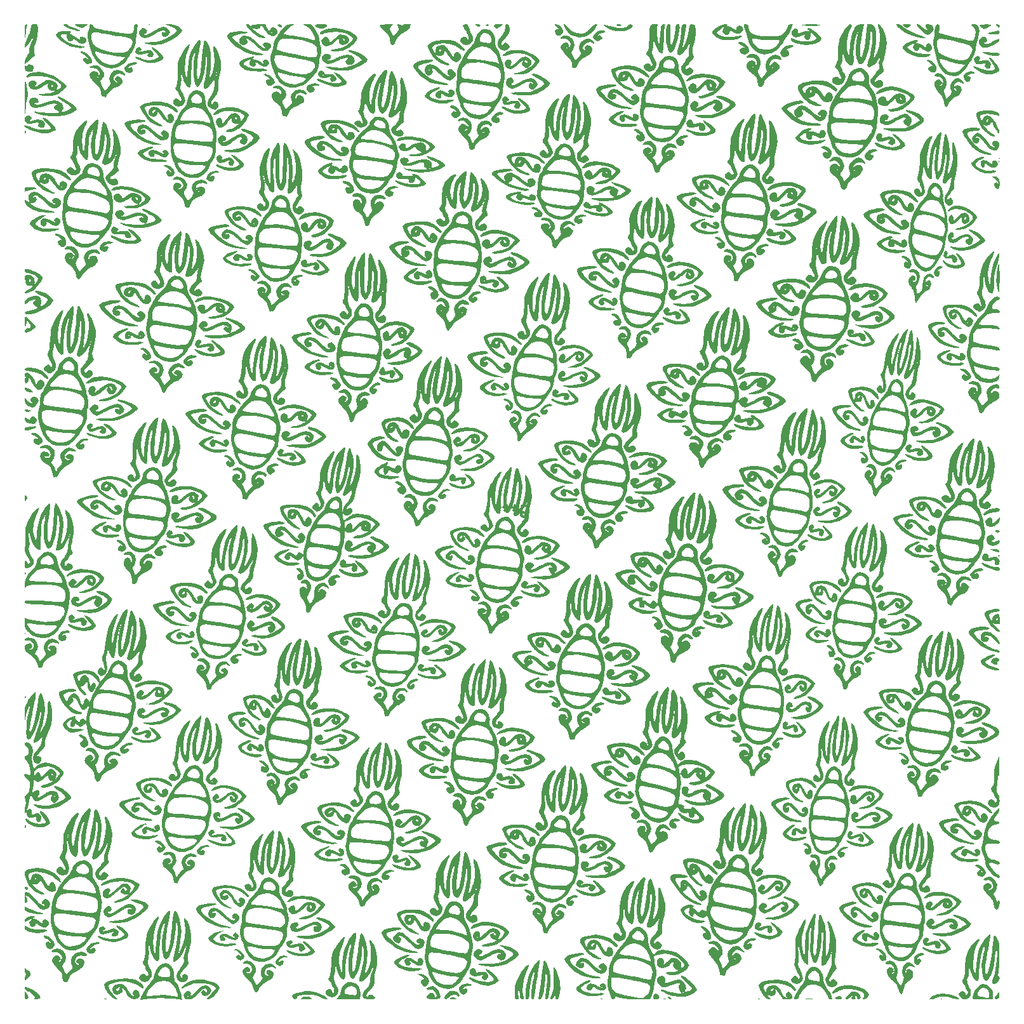
<source format=gbr>
%TF.GenerationSoftware,KiCad,Pcbnew,9.0.2-9.0.2-0~ubuntu24.04.1*%
%TF.CreationDate,2025-07-03T20:08:42-04:00*%
%TF.ProjectId,raw split bottom,72617720-7370-46c6-9974-20626f74746f,rev?*%
%TF.SameCoordinates,Original*%
%TF.FileFunction,Legend,Bot*%
%TF.FilePolarity,Positive*%
%FSLAX46Y46*%
G04 Gerber Fmt 4.6, Leading zero omitted, Abs format (unit mm)*
G04 Created by KiCad (PCBNEW 9.0.2-9.0.2-0~ubuntu24.04.1) date 2025-07-03 20:08:42*
%MOMM*%
%LPD*%
G01*
G04 APERTURE LIST*
%ADD10C,0.300000*%
%ADD11C,0.000000*%
G04 APERTURE END LIST*
D10*
X155761427Y-98809757D02*
X155904285Y-98738328D01*
X155904285Y-98738328D02*
X156118570Y-98738328D01*
X156118570Y-98738328D02*
X156332856Y-98809757D01*
X156332856Y-98809757D02*
X156475713Y-98952614D01*
X156475713Y-98952614D02*
X156547142Y-99095471D01*
X156547142Y-99095471D02*
X156618570Y-99381185D01*
X156618570Y-99381185D02*
X156618570Y-99595471D01*
X156618570Y-99595471D02*
X156547142Y-99881185D01*
X156547142Y-99881185D02*
X156475713Y-100024042D01*
X156475713Y-100024042D02*
X156332856Y-100166900D01*
X156332856Y-100166900D02*
X156118570Y-100238328D01*
X156118570Y-100238328D02*
X155975713Y-100238328D01*
X155975713Y-100238328D02*
X155761427Y-100166900D01*
X155761427Y-100166900D02*
X155689999Y-100095471D01*
X155689999Y-100095471D02*
X155689999Y-99595471D01*
X155689999Y-99595471D02*
X155975713Y-99595471D01*
X154832856Y-98738328D02*
X154832856Y-99095471D01*
X155189999Y-98952614D02*
X154832856Y-99095471D01*
X154832856Y-99095471D02*
X154475713Y-98952614D01*
X155047142Y-99381185D02*
X154832856Y-99095471D01*
X154832856Y-99095471D02*
X154618570Y-99381185D01*
X153689999Y-98738328D02*
X153689999Y-99095471D01*
X154047142Y-98952614D02*
X153689999Y-99095471D01*
X153689999Y-99095471D02*
X153332856Y-98952614D01*
X153904285Y-99381185D02*
X153689999Y-99095471D01*
X153689999Y-99095471D02*
X153475713Y-99381185D01*
X152547142Y-98738328D02*
X152547142Y-99095471D01*
X152904285Y-98952614D02*
X152547142Y-99095471D01*
X152547142Y-99095471D02*
X152189999Y-98952614D01*
X152761428Y-99381185D02*
X152547142Y-99095471D01*
X152547142Y-99095471D02*
X152332856Y-99381185D01*
D11*
%TO.C,G\u002A\u002A\u002A*%
G36*
X219464000Y-52379500D02*
G01*
X219400500Y-52443000D01*
X219337000Y-52379500D01*
X219400500Y-52316000D01*
X219464000Y-52379500D01*
G37*
G36*
X89543000Y-115816000D02*
G01*
X89533835Y-115883233D01*
X89458334Y-115900666D01*
X89443134Y-115882052D01*
X89458334Y-115731333D01*
X89496533Y-115711464D01*
X89543000Y-115816000D01*
G37*
G36*
X100369750Y-164499890D02*
G01*
X100391294Y-164543989D01*
X100211000Y-164563947D01*
X100036296Y-164546244D01*
X100052250Y-164499890D01*
X100109737Y-164483116D01*
X100369750Y-164499890D01*
G37*
G36*
X105799000Y-125214000D02*
G01*
X105789835Y-125281233D01*
X105714334Y-125298666D01*
X105699134Y-125280052D01*
X105714334Y-125129333D01*
X105752533Y-125109464D01*
X105799000Y-125214000D01*
G37*
G36*
X164877813Y-34576244D02*
G01*
X164936597Y-34621957D01*
X164801084Y-34652973D01*
X164672273Y-34643993D01*
X164634396Y-34586270D01*
X164679327Y-34561104D01*
X164877813Y-34576244D01*
G37*
G36*
X166528813Y-164497244D02*
G01*
X166587597Y-164542957D01*
X166452084Y-164573973D01*
X166323273Y-164564993D01*
X166285396Y-164507270D01*
X166330327Y-164482104D01*
X166528813Y-164497244D01*
G37*
G36*
X187483813Y-164497244D02*
G01*
X187542597Y-164542957D01*
X187407084Y-164573973D01*
X187278273Y-164564993D01*
X187240396Y-164507270D01*
X187285327Y-164482104D01*
X187483813Y-164497244D01*
G37*
G36*
X211801667Y-164499333D02*
G01*
X211821536Y-164537532D01*
X211717000Y-164584000D01*
X211649767Y-164574834D01*
X211632334Y-164499333D01*
X211650948Y-164484133D01*
X211801667Y-164499333D01*
G37*
G36*
X219443948Y-52824000D02*
G01*
X219426245Y-52998704D01*
X219379891Y-52982750D01*
X219363117Y-52925263D01*
X219379891Y-52665250D01*
X219423990Y-52643706D01*
X219443948Y-52824000D01*
G37*
G36*
X89619218Y-48793883D02*
G01*
X89642567Y-48844077D01*
X89595966Y-49031045D01*
X89512968Y-49127157D01*
X89443020Y-49031557D01*
X89427454Y-48913448D01*
X89493668Y-48773028D01*
X89619218Y-48793883D01*
G37*
G36*
X89619218Y-141376883D02*
G01*
X89642567Y-141427077D01*
X89595966Y-141614045D01*
X89512968Y-141710157D01*
X89443020Y-141614557D01*
X89427454Y-141496448D01*
X89493668Y-141356028D01*
X89619218Y-141376883D01*
G37*
G36*
X89585151Y-107660665D02*
G01*
X89601077Y-107823775D01*
X89567822Y-107872492D01*
X89457854Y-107927498D01*
X89416000Y-107744004D01*
X89434627Y-107653372D01*
X89545072Y-107625780D01*
X89585151Y-107660665D01*
G37*
G36*
X89585151Y-124170665D02*
G01*
X89601077Y-124333775D01*
X89567822Y-124382492D01*
X89457854Y-124437498D01*
X89416000Y-124254004D01*
X89434627Y-124163372D01*
X89545072Y-124135780D01*
X89585151Y-124170665D01*
G37*
G36*
X89744970Y-149584066D02*
G01*
X89915690Y-149715066D01*
X89839334Y-149894333D01*
X89709811Y-149972732D01*
X89508109Y-149937757D01*
X89416000Y-149736889D01*
X89467091Y-149567136D01*
X89670000Y-149561201D01*
X89744970Y-149584066D01*
G37*
G36*
X106272833Y-34574990D02*
G01*
X106294669Y-34581274D01*
X106313472Y-34619928D01*
X106116500Y-34638241D01*
X106086425Y-34638415D01*
X105887612Y-34621388D01*
X105891833Y-34579696D01*
X105996188Y-34556397D01*
X106272833Y-34574990D01*
G37*
G36*
X151288613Y-34563957D02*
G01*
X151328500Y-34663000D01*
X151302470Y-34698053D01*
X151138000Y-34790000D01*
X151104025Y-34785049D01*
X150947500Y-34663000D01*
X150957726Y-34583732D01*
X151138000Y-34536000D01*
X151288613Y-34563957D01*
G37*
G36*
X174979833Y-164495990D02*
G01*
X175001669Y-164502274D01*
X175020472Y-164540928D01*
X174823500Y-164559241D01*
X174793425Y-164559415D01*
X174594612Y-164542388D01*
X174598833Y-164500696D01*
X174703188Y-164477397D01*
X174979833Y-164495990D01*
G37*
G36*
X219354452Y-102010536D02*
G01*
X219464000Y-102172332D01*
X219417332Y-102295291D01*
X219188198Y-102331082D01*
X219026200Y-102288328D01*
X218869866Y-102161235D01*
X218902928Y-102032081D01*
X219135917Y-101973000D01*
X219354452Y-102010536D01*
G37*
G36*
X219366369Y-105279880D02*
G01*
X219464000Y-105402000D01*
X219462544Y-105430741D01*
X219407996Y-105529000D01*
X219387624Y-105523155D01*
X219273500Y-105402000D01*
X219253656Y-105352804D01*
X219329505Y-105275000D01*
X219366369Y-105279880D01*
G37*
G36*
X89674226Y-163804319D02*
G01*
X89845741Y-164076109D01*
X89924000Y-164344069D01*
X89883808Y-164492937D01*
X89670000Y-164584000D01*
X89510591Y-164546751D01*
X89435940Y-164388783D01*
X89420226Y-164044250D01*
X89424451Y-163504500D01*
X89674226Y-163804319D01*
G37*
G36*
X219378053Y-34581192D02*
G01*
X219464000Y-34790000D01*
X219455849Y-34937109D01*
X219420184Y-35044000D01*
X219330227Y-34977231D01*
X219146500Y-34790000D01*
X219012360Y-34633522D01*
X219004507Y-34549636D01*
X219190317Y-34536000D01*
X219378053Y-34581192D01*
G37*
G36*
X89606500Y-97401000D02*
G01*
X89679999Y-97470710D01*
X89788715Y-97737565D01*
X89644600Y-98010600D01*
X89572994Y-98080164D01*
X89466246Y-98142659D01*
X89423680Y-98030062D01*
X89416000Y-97702949D01*
X89426827Y-97433983D01*
X89481208Y-97331578D01*
X89606500Y-97401000D01*
G37*
G36*
X123387606Y-34536016D02*
G01*
X123635718Y-34594118D01*
X123706000Y-34794468D01*
X123704470Y-34857404D01*
X123647720Y-34984902D01*
X123459074Y-34920785D01*
X123399029Y-34887366D01*
X123169475Y-34708950D01*
X123161764Y-34583434D01*
X123381005Y-34536000D01*
X123387606Y-34536016D01*
G37*
G36*
X146691368Y-164358985D02*
G01*
X146947000Y-164457000D01*
X147009390Y-164510312D01*
X146950076Y-164564957D01*
X146661250Y-164582055D01*
X146575266Y-164580318D01*
X146297157Y-164538180D01*
X146185000Y-164457000D01*
X146220023Y-164392635D01*
X146414786Y-164337530D01*
X146691368Y-164358985D01*
G37*
G36*
X150095044Y-34561241D02*
G01*
X150247027Y-34660829D01*
X150164334Y-34832333D01*
X150094585Y-34887759D01*
X149928572Y-34892687D01*
X149670024Y-34730539D01*
X149669578Y-34730202D01*
X149522648Y-34603504D01*
X149567911Y-34551915D01*
X149836250Y-34540039D01*
X150095044Y-34561241D01*
G37*
G36*
X153233500Y-34544026D02*
G01*
X152869618Y-34864007D01*
X152740750Y-34967520D01*
X152411277Y-35126484D01*
X152170930Y-35076926D01*
X152049918Y-34820452D01*
X152040353Y-34723475D01*
X152081756Y-34599541D01*
X152255169Y-34548337D01*
X152621418Y-34540013D01*
X153233500Y-34544026D01*
G37*
G36*
X168794452Y-34537086D02*
G01*
X169054407Y-34576962D01*
X169108500Y-34663000D01*
X169057178Y-34712937D01*
X168816539Y-34782443D01*
X168532607Y-34765797D01*
X168346500Y-34662999D01*
X168338879Y-34644309D01*
X168434539Y-34565648D01*
X168727500Y-34536000D01*
X168794452Y-34537086D01*
G37*
G36*
X175424469Y-164231703D02*
G01*
X175649000Y-164393500D01*
X175660170Y-164407075D01*
X175738594Y-164549332D01*
X175616601Y-164584000D01*
X175492532Y-164555296D01*
X175268000Y-164393500D01*
X175256831Y-164379924D01*
X175178407Y-164237667D01*
X175300400Y-164203000D01*
X175424469Y-164231703D01*
G37*
G36*
X198283701Y-164177647D02*
G01*
X198382000Y-164389514D01*
X198380416Y-164414739D01*
X198263538Y-164544132D01*
X197937500Y-164584000D01*
X197788468Y-164577899D01*
X197541081Y-164507069D01*
X197527318Y-164373381D01*
X197756924Y-164197688D01*
X198038192Y-164113195D01*
X198283701Y-164177647D01*
G37*
G36*
X89564207Y-82972958D02*
G01*
X90105960Y-83249544D01*
X90443013Y-83455700D01*
X90559000Y-83581521D01*
X90505210Y-83661405D01*
X90254442Y-83666383D01*
X89815952Y-83545576D01*
X89536696Y-83397378D01*
X89416000Y-83153992D01*
X89434624Y-83013587D01*
X89511250Y-82947479D01*
X89564207Y-82972958D01*
G37*
G36*
X173878351Y-163909558D02*
G01*
X174064154Y-164131112D01*
X174079695Y-164391882D01*
X174047667Y-164444313D01*
X173848209Y-164554601D01*
X173577269Y-164585610D01*
X173338612Y-164535864D01*
X173236000Y-164403887D01*
X173249609Y-164235065D01*
X173378907Y-163934667D01*
X173615038Y-163822000D01*
X173878351Y-163909558D01*
G37*
G36*
X194473394Y-164490845D02*
G01*
X194567771Y-164501571D01*
X194589891Y-164521258D01*
X194392920Y-164535049D01*
X194000500Y-164540463D01*
X193797519Y-164539529D01*
X193476360Y-164530418D01*
X193353745Y-164513640D01*
X193457394Y-164491684D01*
X193521165Y-164485831D01*
X193993738Y-164471057D01*
X194473394Y-164490845D01*
G37*
G36*
X89742481Y-85930700D02*
G01*
X90061388Y-85971000D01*
X90199101Y-85993390D01*
X90305000Y-86098000D01*
X90301161Y-86114667D01*
X90154302Y-86193101D01*
X89860500Y-86225000D01*
X89767407Y-86223214D01*
X89496457Y-86168117D01*
X89416000Y-86020912D01*
X89447091Y-85905702D01*
X89616888Y-85893912D01*
X89742481Y-85930700D01*
G37*
G36*
X207364662Y-34549664D02*
G01*
X207607901Y-34615699D01*
X207610555Y-34730880D01*
X207367250Y-34888997D01*
X207307061Y-34917889D01*
X207055262Y-35016075D01*
X206892340Y-34979275D01*
X206700500Y-34790000D01*
X206599382Y-34673138D01*
X206568184Y-34577645D01*
X206708599Y-34541585D01*
X207061817Y-34536000D01*
X207364662Y-34549664D01*
G37*
G36*
X97861500Y-34544450D02*
G01*
X97561681Y-34794225D01*
X97302151Y-34967556D01*
X97079124Y-35044000D01*
X97033664Y-35039719D01*
X96790884Y-34966100D01*
X96497676Y-34836660D01*
X96250795Y-34697880D01*
X96147000Y-34596238D01*
X96147046Y-34595613D01*
X96267310Y-34566152D01*
X96574852Y-34546264D01*
X97004250Y-34540225D01*
X97861500Y-34544450D01*
G37*
G36*
X218764358Y-104543932D02*
G01*
X219068124Y-104570541D01*
X219337283Y-104647960D01*
X219438151Y-104786963D01*
X219440609Y-104896275D01*
X219334619Y-104947065D01*
X219047686Y-104900356D01*
X219042518Y-104899184D01*
X218669562Y-104787964D01*
X218373894Y-104657325D01*
X218325638Y-104626784D01*
X218272080Y-104558246D01*
X218407738Y-104533702D01*
X218764358Y-104543932D01*
G37*
G36*
X219458253Y-163758500D02*
G01*
X219446312Y-163950035D01*
X219383954Y-164298250D01*
X219288086Y-164464939D01*
X219095769Y-164575983D01*
X218911375Y-164560314D01*
X218829000Y-164400581D01*
X218831668Y-164373653D01*
X218935174Y-164142604D01*
X219142487Y-163860831D01*
X219156147Y-163845328D01*
X219352900Y-163638524D01*
X219438476Y-163614483D01*
X219458253Y-163758500D01*
G37*
G36*
X127051699Y-164203720D02*
G01*
X127411228Y-164263625D01*
X127643000Y-164393500D01*
X127696973Y-164480070D01*
X127649860Y-164546358D01*
X127434452Y-164576727D01*
X127008000Y-164584000D01*
X126651148Y-164579706D01*
X126395531Y-164555175D01*
X126317065Y-164497381D01*
X126373000Y-164393500D01*
X126389092Y-164376282D01*
X126641769Y-164252527D01*
X127008000Y-164203000D01*
X127051699Y-164203720D01*
G37*
G36*
X129061918Y-34536322D02*
G01*
X129518544Y-34559659D01*
X129746912Y-34630268D01*
X129767911Y-34762681D01*
X129602429Y-34971428D01*
X129592957Y-34980654D01*
X129256803Y-35143742D01*
X128835592Y-35141346D01*
X128433259Y-34973298D01*
X128376411Y-34932299D01*
X128186496Y-34746253D01*
X128216213Y-34623817D01*
X128476052Y-34556547D01*
X128976500Y-34536000D01*
X129061918Y-34536322D01*
G37*
G36*
X194982577Y-34568600D02*
G01*
X195396976Y-34589437D01*
X195581635Y-34621266D01*
X195524500Y-34662999D01*
X195360564Y-34695517D01*
X194911186Y-34742058D01*
X194377315Y-34762077D01*
X193843226Y-34755573D01*
X193393196Y-34722547D01*
X193111500Y-34663000D01*
X193097828Y-34621616D01*
X193305748Y-34586207D01*
X193738752Y-34565237D01*
X194381500Y-34559952D01*
X194982577Y-34568600D01*
G37*
G36*
X90952623Y-88190667D02*
G01*
X90894953Y-88294087D01*
X90695182Y-88427850D01*
X90382851Y-88565266D01*
X89987500Y-88679644D01*
X89908730Y-88696544D01*
X89594566Y-88740090D01*
X89450535Y-88684206D01*
X89416000Y-88511000D01*
X89418136Y-88461604D01*
X89509423Y-88300868D01*
X89781125Y-88257000D01*
X90124511Y-88236831D01*
X90543125Y-88177625D01*
X90838651Y-88144281D01*
X90952623Y-88190667D01*
G37*
G36*
X218224700Y-34598715D02*
G01*
X218360235Y-34677790D01*
X218249184Y-34806815D01*
X217893004Y-34988070D01*
X217865922Y-34999752D01*
X217566469Y-35115631D01*
X217378501Y-35166028D01*
X217305516Y-35147713D01*
X217094043Y-35012116D01*
X216889020Y-34820739D01*
X216797000Y-34665330D01*
X216905338Y-34621612D01*
X217203208Y-34585819D01*
X217624143Y-34567484D01*
X217841119Y-34567308D01*
X218224700Y-34598715D01*
G37*
G36*
X219430708Y-35419463D02*
G01*
X219464000Y-35560332D01*
X219430655Y-35688291D01*
X219241750Y-35845455D01*
X219041062Y-35884622D01*
X218614260Y-35913838D01*
X218211977Y-35888946D01*
X217946624Y-35812781D01*
X217891384Y-35771329D01*
X217900124Y-35690900D01*
X218137124Y-35622162D01*
X218158847Y-35617831D01*
X218557259Y-35534796D01*
X218987750Y-35440580D01*
X219285841Y-35387155D01*
X219430708Y-35419463D01*
G37*
G36*
X89807051Y-160654156D02*
G01*
X90089863Y-160880748D01*
X90240003Y-161122376D01*
X90175655Y-161384094D01*
X89902721Y-161732397D01*
X89761343Y-161885794D01*
X89573214Y-162061894D01*
X89480953Y-162072537D01*
X89439776Y-161937570D01*
X89440922Y-161747271D01*
X89535369Y-161423258D01*
X89598914Y-161261571D01*
X89543344Y-161091712D01*
X89461735Y-160966761D01*
X89416000Y-160694356D01*
X89416000Y-160375704D01*
X89807051Y-160654156D01*
G37*
G36*
X90753083Y-56282068D02*
G01*
X91010970Y-56356807D01*
X91023399Y-56458497D01*
X90788085Y-56568417D01*
X90302742Y-56667850D01*
X90032571Y-56710907D01*
X89712001Y-56776050D01*
X89561829Y-56826838D01*
X89502321Y-56874905D01*
X89434164Y-56830826D01*
X89416000Y-56570500D01*
X89416618Y-56512689D01*
X89444128Y-56366589D01*
X89554523Y-56289046D01*
X89804831Y-56258402D01*
X90252084Y-56253000D01*
X90753083Y-56282068D01*
G37*
G36*
X89704693Y-34547108D02*
G01*
X89778630Y-34660558D01*
X89745998Y-34948750D01*
X89743752Y-34959989D01*
X89663716Y-35388037D01*
X89586892Y-35837750D01*
X89571887Y-35926206D01*
X89511418Y-36202624D01*
X89463269Y-36314000D01*
X89461395Y-36313305D01*
X89438454Y-36180740D01*
X89422183Y-35863219D01*
X89416000Y-35425000D01*
X89420650Y-35062080D01*
X89448513Y-34736255D01*
X89511859Y-34577674D01*
X89622375Y-34536000D01*
X89704693Y-34547108D01*
G37*
G36*
X217747381Y-38262517D02*
G01*
X217882674Y-38279476D01*
X218419880Y-38326934D01*
X218910226Y-38346000D01*
X219084906Y-38350254D01*
X219374887Y-38403695D01*
X219464000Y-38527187D01*
X219430475Y-38631526D01*
X219241750Y-38767652D01*
X219082208Y-38788509D01*
X218693771Y-38768990D01*
X218232461Y-38694616D01*
X217779851Y-38583407D01*
X217417513Y-38453384D01*
X217227018Y-38322566D01*
X217219956Y-38261006D01*
X217373775Y-38227917D01*
X217747381Y-38262517D01*
G37*
G36*
X219007132Y-119054857D02*
G01*
X219317423Y-119110619D01*
X219439823Y-119276750D01*
X219433845Y-119407042D01*
X219275318Y-119499000D01*
X219176982Y-119518676D01*
X219146500Y-119626000D01*
X219166796Y-119672243D01*
X219142012Y-119887262D01*
X219105554Y-119929592D01*
X218884825Y-119988290D01*
X218612427Y-119910678D01*
X218398120Y-119721250D01*
X218340692Y-119598351D01*
X218362234Y-119325779D01*
X218584010Y-119129712D01*
X218968103Y-119054500D01*
X219007132Y-119054857D01*
G37*
G36*
X90131413Y-152527173D02*
G01*
X90463320Y-152674069D01*
X90945447Y-152850260D01*
X91330625Y-152950308D01*
X91411137Y-152964952D01*
X91729442Y-153060011D01*
X91904172Y-153172884D01*
X91911369Y-153192342D01*
X91811857Y-153249718D01*
X91538134Y-153258106D01*
X91150425Y-153224483D01*
X90708952Y-153155826D01*
X90273939Y-153059113D01*
X89905609Y-152941323D01*
X89755509Y-152875901D01*
X89492687Y-152691133D01*
X89416000Y-152463411D01*
X89416000Y-152181402D01*
X90131413Y-152527173D01*
G37*
G36*
X126127041Y-107094302D02*
G01*
X126431368Y-107317183D01*
X126626654Y-107665993D01*
X126677322Y-108063852D01*
X126547798Y-108433879D01*
X126394560Y-108595080D01*
X126121058Y-108690045D01*
X125885454Y-108583985D01*
X125761224Y-108290311D01*
X125758835Y-108268041D01*
X125793129Y-107987364D01*
X126000533Y-107836697D01*
X126280118Y-107733272D01*
X125945559Y-107470108D01*
X125838274Y-107383234D01*
X125644734Y-107184549D01*
X125668918Y-107082082D01*
X125908817Y-107053000D01*
X126127041Y-107094302D01*
G37*
G36*
X90915169Y-86981312D02*
G01*
X91045000Y-87216240D01*
X91039815Y-87425378D01*
X90934199Y-87692490D01*
X90872949Y-87751476D01*
X90566148Y-87858458D01*
X90185415Y-87823454D01*
X89812388Y-87675349D01*
X89528704Y-87443023D01*
X89416000Y-87155362D01*
X89442070Y-87033613D01*
X89588479Y-87008934D01*
X89881631Y-87174817D01*
X90015979Y-87262464D01*
X90145790Y-87277886D01*
X90217944Y-87101970D01*
X90234623Y-87053530D01*
X90413449Y-86886620D01*
X90672475Y-86866994D01*
X90915169Y-86981312D01*
G37*
G36*
X96976213Y-129296605D02*
G01*
X97267631Y-129427557D01*
X97553770Y-129649230D01*
X97773789Y-129935403D01*
X97917161Y-130325644D01*
X97896206Y-130676671D01*
X97702750Y-130918827D01*
X97429223Y-131031631D01*
X97106666Y-130994170D01*
X96879095Y-130723580D01*
X96815458Y-130564723D01*
X96820907Y-130359022D01*
X97014596Y-130158794D01*
X97301557Y-129926427D01*
X96978279Y-129714607D01*
X96750647Y-129532679D01*
X96655000Y-129390393D01*
X96655040Y-129386785D01*
X96748892Y-129276355D01*
X96976213Y-129296605D01*
G37*
G36*
X219135908Y-99052349D02*
G01*
X219390835Y-99109438D01*
X219464000Y-99288310D01*
X219413887Y-99437948D01*
X219222613Y-99533582D01*
X218833754Y-99599263D01*
X218645071Y-99627513D01*
X218193110Y-99734375D01*
X217849504Y-99865868D01*
X217815090Y-99884421D01*
X217500825Y-100032214D01*
X217347021Y-100039294D01*
X217308991Y-99909250D01*
X217309817Y-99896330D01*
X217442760Y-99677590D01*
X217755284Y-99451830D01*
X218180550Y-99251007D01*
X218651719Y-99107078D01*
X219101952Y-99052000D01*
X219135908Y-99052349D01*
G37*
G36*
X90707273Y-80385067D02*
G01*
X91249226Y-80528695D01*
X91338984Y-80561488D01*
X91795569Y-80797005D01*
X92196954Y-81104278D01*
X92482359Y-81429410D01*
X92591000Y-81718503D01*
X92558319Y-81870806D01*
X92419866Y-81870730D01*
X92154686Y-81665383D01*
X91801078Y-81388216D01*
X91029494Y-81003481D01*
X90163282Y-80805922D01*
X90017989Y-80789746D01*
X89648670Y-80727895D01*
X89473083Y-80645165D01*
X89444209Y-80523060D01*
X89512164Y-80424564D01*
X89781523Y-80332823D01*
X90198966Y-80319717D01*
X90707273Y-80385067D01*
G37*
G36*
X95018795Y-34563089D02*
G01*
X95187549Y-34651752D01*
X95188001Y-34652464D01*
X95338467Y-34751555D01*
X95660134Y-34899076D01*
X96084044Y-35063366D01*
X96102810Y-35070117D01*
X96509667Y-35227557D01*
X96798911Y-35359936D01*
X96909000Y-35439217D01*
X96900908Y-35456653D01*
X96740164Y-35474608D01*
X96423723Y-35427556D01*
X96018030Y-35330724D01*
X95589529Y-35199340D01*
X95204665Y-35048630D01*
X94829274Y-34859201D01*
X94591607Y-34686248D01*
X94578736Y-34575213D01*
X94798510Y-34536000D01*
X95018795Y-34563089D01*
G37*
G36*
X131114925Y-107967995D02*
G01*
X131399758Y-108046137D01*
X131546355Y-108165633D01*
X131524714Y-108275548D01*
X131304834Y-108324944D01*
X131104804Y-108341041D01*
X130861404Y-108415587D01*
X130766331Y-108519759D01*
X130870852Y-108618840D01*
X131024433Y-108739101D01*
X131049741Y-108984209D01*
X130872429Y-109266428D01*
X130551330Y-109455149D01*
X130246315Y-109423194D01*
X130018510Y-109199801D01*
X129929000Y-108814247D01*
X130001482Y-108533628D01*
X130264981Y-108224182D01*
X130653029Y-108017258D01*
X131093205Y-107965646D01*
X131114925Y-107967995D01*
G37*
G36*
X143677580Y-69528087D02*
G01*
X143986446Y-69649207D01*
X144342871Y-69932243D01*
X144562837Y-70289492D01*
X144614464Y-70661827D01*
X144465869Y-70990117D01*
X144270963Y-71150674D01*
X144031717Y-71239000D01*
X143819901Y-71189272D01*
X143606618Y-70986503D01*
X143516718Y-70704701D01*
X143570719Y-70428244D01*
X143789143Y-70241512D01*
X143849290Y-70218300D01*
X143950979Y-70148512D01*
X143871748Y-70061638D01*
X143585458Y-69915890D01*
X143318712Y-69747359D01*
X143227538Y-69584818D01*
X143350770Y-69496534D01*
X143677580Y-69528087D01*
G37*
G36*
X168395411Y-73246248D02*
G01*
X168692769Y-73515791D01*
X168707510Y-73532484D01*
X168970903Y-73947880D01*
X169035670Y-74335233D01*
X168892600Y-74642600D01*
X168649138Y-74770298D01*
X168307892Y-74768587D01*
X168034064Y-74610600D01*
X168000545Y-74566109D01*
X167915109Y-74290269D01*
X168010059Y-74066057D01*
X168255214Y-73979583D01*
X168413038Y-73972340D01*
X168523078Y-73889536D01*
X168404346Y-73725125D01*
X168060750Y-73488966D01*
X167584500Y-73207500D01*
X167962519Y-73164538D01*
X168109609Y-73158116D01*
X168395411Y-73246248D01*
G37*
G36*
X199080500Y-144268680D02*
G01*
X199334500Y-144363736D01*
X199080500Y-144452384D01*
X198674634Y-144614720D01*
X198368751Y-144783851D01*
X198255000Y-144916474D01*
X198286579Y-144958546D01*
X198458318Y-144940008D01*
X198491728Y-144929150D01*
X198702025Y-144968343D01*
X198804162Y-145163207D01*
X198749671Y-145431906D01*
X198647644Y-145556285D01*
X198372134Y-145660778D01*
X198081499Y-145598058D01*
X197884536Y-145375250D01*
X197860271Y-145023001D01*
X198023804Y-144671142D01*
X198321614Y-144391192D01*
X198693810Y-144238567D01*
X199080500Y-144268680D01*
G37*
G36*
X211666702Y-66800903D02*
G01*
X211871068Y-66875832D01*
X211853997Y-66990138D01*
X211603976Y-67089654D01*
X211335762Y-67191184D01*
X211168005Y-67352649D01*
X211150672Y-67467425D01*
X211278968Y-67472444D01*
X211416272Y-67487355D01*
X211463000Y-67711745D01*
X211444049Y-67925556D01*
X211378334Y-68106333D01*
X211198322Y-68209176D01*
X210960217Y-68158938D01*
X210775351Y-67936383D01*
X210701000Y-67585548D01*
X210738894Y-67424162D01*
X210941610Y-67131551D01*
X211239530Y-66892757D01*
X211541143Y-66794000D01*
X211666702Y-66800903D01*
G37*
G36*
X217301571Y-106386807D02*
G01*
X217684435Y-106559045D01*
X217814562Y-106620671D01*
X218330876Y-106798167D01*
X218842690Y-106898616D01*
X218843571Y-106898700D01*
X219226904Y-106954599D01*
X219414389Y-107044497D01*
X219464000Y-107196158D01*
X219463753Y-107247131D01*
X219443097Y-107371383D01*
X219347707Y-107416306D01*
X219119902Y-107389717D01*
X218702000Y-107299435D01*
X218677304Y-107293831D01*
X218027054Y-107102118D01*
X217506381Y-106864040D01*
X217177398Y-106607774D01*
X217077454Y-106461816D01*
X217094429Y-106354860D01*
X217301571Y-106386807D01*
G37*
G36*
X219464000Y-100613141D02*
G01*
X219374215Y-100913963D01*
X219073256Y-101263210D01*
X218774942Y-101462997D01*
X218285287Y-101585683D01*
X217804651Y-101460531D01*
X217801156Y-101458643D01*
X217595849Y-101229987D01*
X217561381Y-100924411D01*
X217669563Y-100621467D01*
X217892204Y-100400709D01*
X218201116Y-100341688D01*
X218262744Y-100352263D01*
X218458813Y-100464611D01*
X218506494Y-100734750D01*
X218517811Y-100970840D01*
X218588945Y-101059823D01*
X218757093Y-100966555D01*
X219058891Y-100687930D01*
X219464000Y-100291861D01*
X219464000Y-100613141D01*
G37*
G36*
X146680435Y-163455016D02*
G01*
X147056507Y-163580092D01*
X147341817Y-163792582D01*
X147455000Y-164040724D01*
X147431904Y-164137060D01*
X147296649Y-164196870D01*
X147137500Y-164076000D01*
X146972945Y-163959274D01*
X146671754Y-163946358D01*
X146351023Y-164054888D01*
X146109822Y-164266500D01*
X145946924Y-164444804D01*
X145707880Y-164568455D01*
X145507227Y-164559780D01*
X145423000Y-164403244D01*
X145428712Y-164362922D01*
X145541050Y-164124477D01*
X145751790Y-163831744D01*
X145824963Y-163748718D01*
X146138861Y-163508449D01*
X146512338Y-163441000D01*
X146680435Y-163455016D01*
G37*
G36*
X181840250Y-62915790D02*
G01*
X182246405Y-63089618D01*
X182587668Y-63379852D01*
X182806198Y-63724970D01*
X182867130Y-64068907D01*
X182735600Y-64355600D01*
X182589972Y-64457124D01*
X182260341Y-64486807D01*
X181938228Y-64302085D01*
X181885588Y-64243414D01*
X181773640Y-63979831D01*
X181850096Y-63771044D01*
X182095545Y-63692297D01*
X182157163Y-63693441D01*
X182295792Y-63656912D01*
X182223801Y-63520316D01*
X182075683Y-63389681D01*
X181781970Y-63227913D01*
X181621235Y-63149274D01*
X181490620Y-63000898D01*
X181567525Y-62902185D01*
X181840250Y-62915790D01*
G37*
G36*
X196703805Y-117349675D02*
G01*
X197042575Y-117502997D01*
X197323650Y-117790653D01*
X197507921Y-118144904D01*
X197556279Y-118498013D01*
X197429615Y-118782242D01*
X197192988Y-118942654D01*
X196903833Y-118948836D01*
X196688474Y-118751759D01*
X196604000Y-118379287D01*
X196605175Y-118321329D01*
X196665420Y-118139160D01*
X196858000Y-118138798D01*
X197026911Y-118160809D01*
X197104561Y-118090894D01*
X197001740Y-117939077D01*
X196731803Y-117746843D01*
X196649875Y-117698555D01*
X196401962Y-117507347D01*
X196382985Y-117383834D01*
X196596919Y-117340000D01*
X196703805Y-117349675D01*
G37*
G36*
X201251456Y-91591970D02*
G01*
X201583710Y-91801683D01*
X201837138Y-92138763D01*
X201938000Y-92521425D01*
X201876953Y-92749752D01*
X201669421Y-93002717D01*
X201455296Y-93108565D01*
X201229755Y-93125186D01*
X201061608Y-92972507D01*
X200955022Y-92697043D01*
X200984798Y-92449136D01*
X201083649Y-92358070D01*
X201306810Y-92337004D01*
X201472891Y-92479750D01*
X201514777Y-92541265D01*
X201546974Y-92425454D01*
X201539719Y-92372942D01*
X201402422Y-92140442D01*
X201144250Y-91887113D01*
X200731500Y-91561816D01*
X201071533Y-91560408D01*
X201251456Y-91591970D01*
G37*
G36*
X219420974Y-66457732D02*
G01*
X219438039Y-66710173D01*
X219451680Y-67147788D01*
X219460725Y-67727667D01*
X219464000Y-68406900D01*
X219463280Y-68707833D01*
X219452164Y-69451611D01*
X219427117Y-69953776D01*
X219387501Y-70223381D01*
X219332679Y-70269478D01*
X219240918Y-70095784D01*
X219142809Y-69719597D01*
X219069439Y-69237318D01*
X219032532Y-68729781D01*
X219043812Y-68277822D01*
X219055227Y-68170511D01*
X219116660Y-67715482D01*
X219195870Y-67245588D01*
X219279791Y-66827458D01*
X219355358Y-66527719D01*
X219409505Y-66413000D01*
X219420974Y-66457732D01*
G37*
G36*
X89748848Y-162971347D02*
G01*
X90146250Y-163139188D01*
X90351527Y-163234616D01*
X90868878Y-163532908D01*
X91264082Y-163846683D01*
X91498486Y-164141305D01*
X91533433Y-164382139D01*
X91368041Y-164529092D01*
X90975736Y-164582055D01*
X90780356Y-164576236D01*
X90624005Y-164538773D01*
X90686000Y-164458670D01*
X90789219Y-164344388D01*
X90748899Y-164126604D01*
X90485504Y-163868320D01*
X90011967Y-163586276D01*
X89891098Y-163522609D01*
X89537920Y-163274403D01*
X89416000Y-163053514D01*
X89416013Y-163047803D01*
X89436041Y-162931792D01*
X89529549Y-162904261D01*
X89748848Y-162971347D01*
G37*
G36*
X89597615Y-42310020D02*
G01*
X89689283Y-42667794D01*
X89810571Y-43215496D01*
X89812732Y-43225566D01*
X89896940Y-43721837D01*
X89894516Y-44101654D01*
X89804924Y-44485496D01*
X89745171Y-44708692D01*
X89645310Y-45222587D01*
X89580042Y-45743750D01*
X89544780Y-46127323D01*
X89505540Y-46403100D01*
X89473963Y-46429512D01*
X89450283Y-46209121D01*
X89434734Y-45744490D01*
X89427550Y-45038179D01*
X89428966Y-44092750D01*
X89431302Y-43720063D01*
X89440127Y-42978200D01*
X89456820Y-42476264D01*
X89485733Y-42204255D01*
X89531215Y-42152174D01*
X89597615Y-42310020D01*
G37*
G36*
X108814651Y-53475728D02*
G01*
X109142092Y-53719756D01*
X109373414Y-54034829D01*
X109462017Y-54365898D01*
X109361298Y-54657912D01*
X109311183Y-54710841D01*
X109015600Y-54850345D01*
X108697377Y-54814897D01*
X108443011Y-54632235D01*
X108339000Y-54330095D01*
X108412258Y-54084028D01*
X108593661Y-54013562D01*
X108802767Y-54162371D01*
X108914945Y-54280797D01*
X108974000Y-54254344D01*
X108973968Y-54251028D01*
X108864046Y-54017624D01*
X108590103Y-53761753D01*
X108224043Y-53550862D01*
X107894500Y-53409997D01*
X108263156Y-53360690D01*
X108437696Y-53357797D01*
X108814651Y-53475728D01*
G37*
G36*
X136704491Y-82348082D02*
G01*
X136862192Y-82471676D01*
X136863213Y-82605995D01*
X136684653Y-82669000D01*
X136441781Y-82729794D01*
X136144336Y-82903669D01*
X135854531Y-83138338D01*
X136149162Y-83125919D01*
X136210788Y-83125509D01*
X136448942Y-83206044D01*
X136477329Y-83401909D01*
X136286938Y-83677062D01*
X136267154Y-83696726D01*
X136014790Y-83898766D01*
X135816771Y-83896018D01*
X135585132Y-83690117D01*
X135456105Y-83489556D01*
X135441857Y-83114677D01*
X135574237Y-82867948D01*
X135879236Y-82581085D01*
X136249425Y-82374813D01*
X136586553Y-82317548D01*
X136704491Y-82348082D01*
G37*
G36*
X138299866Y-147314599D02*
G01*
X138579588Y-147358349D01*
X138692000Y-147439000D01*
X138620426Y-147520696D01*
X138388570Y-147566000D01*
X138103546Y-147631708D01*
X137785320Y-147813419D01*
X137485500Y-148060838D01*
X137769707Y-147989510D01*
X137847812Y-147976725D01*
X138079006Y-148050126D01*
X138162836Y-148258250D01*
X138055658Y-148520117D01*
X137827367Y-148667628D01*
X137485398Y-148694175D01*
X137193400Y-148556600D01*
X137146965Y-148504835D01*
X137032551Y-148199152D01*
X137118330Y-147880626D01*
X137366734Y-147595657D01*
X137740189Y-147390647D01*
X138201128Y-147312000D01*
X138299866Y-147314599D01*
G37*
G36*
X170669552Y-139029877D02*
G01*
X171082374Y-139291469D01*
X171394461Y-139691924D01*
X171468052Y-139847721D01*
X171501318Y-140074792D01*
X171380769Y-140308065D01*
X171280422Y-140423174D01*
X170974618Y-140574811D01*
X170659972Y-140539354D01*
X170414195Y-140339435D01*
X170315000Y-139997687D01*
X170385605Y-139750298D01*
X170585449Y-139636063D01*
X170835905Y-139733674D01*
X170855142Y-139749800D01*
X170879140Y-139743747D01*
X170756131Y-139582175D01*
X170509530Y-139348329D01*
X170188000Y-139144923D01*
X169870500Y-139007997D01*
X170212423Y-138961270D01*
X170238600Y-138958206D01*
X170669552Y-139029877D01*
G37*
G36*
X171229690Y-48596099D02*
G01*
X171596293Y-48795678D01*
X171804506Y-48959089D01*
X172088885Y-49311664D01*
X172195331Y-49663860D01*
X172099298Y-49958912D01*
X171954338Y-50080437D01*
X171619323Y-50164568D01*
X171283834Y-50079022D01*
X171052323Y-49836055D01*
X170990141Y-49652753D01*
X171013049Y-49389608D01*
X171193885Y-49286588D01*
X171492920Y-49384420D01*
X171775500Y-49557980D01*
X171521500Y-49271415D01*
X171280845Y-49053801D01*
X170981750Y-48875568D01*
X170800414Y-48776462D01*
X170696000Y-48636143D01*
X170729914Y-48550970D01*
X170921183Y-48511036D01*
X171229690Y-48596099D01*
G37*
G36*
X177493323Y-88017967D02*
G01*
X177817214Y-88105228D01*
X178100867Y-88260312D01*
X178428214Y-88610303D01*
X178522471Y-88958907D01*
X178371264Y-89282101D01*
X178061940Y-89484118D01*
X177709840Y-89503016D01*
X177418166Y-89325854D01*
X177377385Y-89266346D01*
X177345183Y-89007390D01*
X177491172Y-88795341D01*
X177762076Y-88723510D01*
X177876298Y-88726015D01*
X177884928Y-88667925D01*
X177698681Y-88501260D01*
X177441961Y-88332293D01*
X177222431Y-88257000D01*
X177147815Y-88245010D01*
X177046000Y-88130000D01*
X177055982Y-88087826D01*
X177211982Y-88008757D01*
X177493323Y-88017967D01*
G37*
G36*
X179870334Y-154845885D02*
G01*
X180175100Y-154979737D01*
X180488618Y-155193248D01*
X180732296Y-155444627D01*
X180894745Y-155768460D01*
X180973922Y-156137874D01*
X180952657Y-156452375D01*
X180824250Y-156625890D01*
X180668400Y-156676111D01*
X180303852Y-156654128D01*
X180019464Y-156393480D01*
X179995658Y-156355534D01*
X179881239Y-156028592D01*
X179948987Y-155787041D01*
X180185265Y-155688838D01*
X180277423Y-155660098D01*
X180223384Y-155543211D01*
X179974951Y-155310471D01*
X179846247Y-155193110D01*
X179658200Y-154977049D01*
X179621629Y-154854038D01*
X179652911Y-154833483D01*
X179870334Y-154845885D01*
G37*
G36*
X184105570Y-128773740D02*
G01*
X184401938Y-128917455D01*
X184780540Y-129228875D01*
X185006761Y-129591804D01*
X185053736Y-129955345D01*
X184894600Y-130268600D01*
X184646843Y-130400215D01*
X184295773Y-130382087D01*
X183984122Y-130185366D01*
X183891616Y-130055856D01*
X183837871Y-129789478D01*
X183959569Y-129601117D01*
X184227858Y-129564298D01*
X184272368Y-129571751D01*
X184451279Y-129552336D01*
X184441464Y-129439715D01*
X184265132Y-129271448D01*
X183944492Y-129085093D01*
X183938397Y-129082187D01*
X183658789Y-128895449D01*
X183609188Y-128751371D01*
X183765985Y-128695589D01*
X184105570Y-128773740D01*
G37*
G36*
X193895909Y-103349920D02*
G01*
X193992121Y-103406019D01*
X194051002Y-103487490D01*
X193873500Y-103562291D01*
X193465344Y-103706484D01*
X193149052Y-103860936D01*
X193048000Y-103990387D01*
X193099542Y-104047855D01*
X193302000Y-104041798D01*
X193494526Y-104040536D01*
X193556000Y-104218787D01*
X193535004Y-104362697D01*
X193403600Y-104614600D01*
X193349186Y-104663381D01*
X193073281Y-104768984D01*
X192822745Y-104686344D01*
X192645507Y-104468484D01*
X192589498Y-104168424D01*
X192702648Y-103839185D01*
X192846684Y-103665000D01*
X193196260Y-103417721D01*
X193576237Y-103300297D01*
X193895909Y-103349920D01*
G37*
G36*
X206629068Y-131775078D02*
G01*
X207004442Y-132015842D01*
X207287269Y-132351815D01*
X207399000Y-132711978D01*
X207350037Y-132977329D01*
X207176750Y-133204827D01*
X207036011Y-133277156D01*
X206731492Y-133319581D01*
X206455572Y-133142428D01*
X206343319Y-132995660D01*
X206281721Y-132734307D01*
X206370252Y-132535933D01*
X206566766Y-132463843D01*
X206829118Y-132581342D01*
X206945429Y-132655086D01*
X207018000Y-132604768D01*
X206922748Y-132437762D01*
X206630944Y-132176347D01*
X206174509Y-131857218D01*
X206055452Y-131774628D01*
X206051913Y-131715133D01*
X206278006Y-131698468D01*
X206629068Y-131775078D01*
G37*
G36*
X210554632Y-106062111D02*
G01*
X210905544Y-106241699D01*
X211195943Y-106541535D01*
X211386483Y-106898926D01*
X211437818Y-107251178D01*
X211310600Y-107535600D01*
X211067138Y-107663298D01*
X210725892Y-107661587D01*
X210452064Y-107503600D01*
X210418544Y-107459108D01*
X210333099Y-107183254D01*
X210428078Y-106959052D01*
X210673298Y-106872592D01*
X210812800Y-106873368D01*
X210880277Y-106822800D01*
X210747835Y-106653585D01*
X210578917Y-106503376D01*
X210303251Y-106349183D01*
X210286811Y-106343787D01*
X210087478Y-106216023D01*
X210119797Y-106092424D01*
X210370070Y-106037000D01*
X210554632Y-106062111D01*
G37*
G36*
X212619111Y-163866400D02*
G01*
X213313588Y-164036231D01*
X213883336Y-164339963D01*
X214193500Y-164578352D01*
X213860218Y-164581176D01*
X213774885Y-164577230D01*
X213401185Y-164512666D01*
X212987000Y-164393500D01*
X212884626Y-164360001D01*
X212405657Y-164248145D01*
X211970543Y-164203000D01*
X211947937Y-164203204D01*
X211485735Y-164261919D01*
X211038089Y-164393500D01*
X210983647Y-164415414D01*
X210602426Y-164533766D01*
X210292330Y-164579774D01*
X210002500Y-164575549D01*
X210298413Y-164328938D01*
X210543080Y-164162643D01*
X211158280Y-163929374D01*
X211875482Y-163830704D01*
X212619111Y-163866400D01*
G37*
G36*
X213035523Y-132736042D02*
G01*
X213146645Y-132819070D01*
X213021034Y-132935156D01*
X212661962Y-133063188D01*
X212490164Y-133114654D01*
X212209013Y-133231267D01*
X212098000Y-133329622D01*
X212142910Y-133385045D01*
X212337667Y-133382546D01*
X212572591Y-133388462D01*
X212683245Y-133557099D01*
X212607405Y-133847375D01*
X212517129Y-133968017D01*
X212209785Y-134099431D01*
X211790888Y-134026912D01*
X211719953Y-133976108D01*
X211612691Y-133735393D01*
X211597246Y-133417510D01*
X211687195Y-133138762D01*
X211873838Y-132961065D01*
X212266712Y-132778360D01*
X212717156Y-132707000D01*
X213035523Y-132736042D01*
G37*
G36*
X215981154Y-40857696D02*
G01*
X216126812Y-40978127D01*
X216102016Y-41090430D01*
X215879357Y-41140000D01*
X215657203Y-41173784D01*
X215329024Y-41321111D01*
X215191890Y-41424641D01*
X215158377Y-41486554D01*
X215331635Y-41479861D01*
X215392947Y-41480204D01*
X215583597Y-41597165D01*
X215635931Y-41833657D01*
X215521937Y-42098600D01*
X215467170Y-42155916D01*
X215201726Y-42265873D01*
X214935296Y-42178879D01*
X214728521Y-41931916D01*
X214642040Y-41561967D01*
X214708291Y-41321753D01*
X214957190Y-41038106D01*
X215315134Y-40839181D01*
X215700957Y-40784567D01*
X215981154Y-40857696D01*
G37*
G36*
X89638250Y-154836289D02*
G01*
X89789523Y-154946624D01*
X90295803Y-155156962D01*
X90948218Y-155277904D01*
X91677027Y-155293800D01*
X92127159Y-155296647D01*
X92405493Y-155352523D01*
X92487488Y-155441243D01*
X92354467Y-155542290D01*
X91987750Y-155635145D01*
X91917763Y-155647109D01*
X91585499Y-155710912D01*
X91384500Y-155760736D01*
X91358761Y-155768257D01*
X91068727Y-155775285D01*
X90651778Y-155716949D01*
X90205817Y-155611175D01*
X89828750Y-155475888D01*
X89755893Y-155440249D01*
X89491773Y-155234598D01*
X89416000Y-154961346D01*
X89421013Y-154798104D01*
X89475707Y-154716546D01*
X89638250Y-154836289D01*
G37*
G36*
X132506239Y-55503256D02*
G01*
X132808861Y-55643940D01*
X133123972Y-55943741D01*
X133316092Y-56312497D01*
X133353781Y-56683390D01*
X133205600Y-56989600D01*
X133077943Y-57073223D01*
X132786500Y-57142000D01*
X132584726Y-57112510D01*
X132312681Y-56905880D01*
X132215000Y-56530294D01*
X132217855Y-56441974D01*
X132291182Y-56279764D01*
X132520906Y-56281866D01*
X132606939Y-56294329D01*
X132769153Y-56262876D01*
X132749718Y-56149995D01*
X132573755Y-55998281D01*
X132266386Y-55850327D01*
X132049405Y-55754941D01*
X131864639Y-55598669D01*
X131895237Y-55481411D01*
X132117127Y-55437996D01*
X132506239Y-55503256D01*
G37*
G36*
X142287055Y-161157330D02*
G01*
X142652836Y-161285516D01*
X143010840Y-161557093D01*
X143282939Y-161898723D01*
X143391000Y-162237067D01*
X143324833Y-162477353D01*
X143111141Y-162733618D01*
X143022073Y-162792591D01*
X142803314Y-162862374D01*
X142571391Y-162758016D01*
X142450394Y-162661102D01*
X142282508Y-162385028D01*
X142305917Y-162117267D01*
X142524814Y-161932155D01*
X142635651Y-161888348D01*
X142720307Y-161817310D01*
X142630402Y-161717351D01*
X142343250Y-161539398D01*
X142213620Y-161460577D01*
X141965510Y-161295328D01*
X141867000Y-161205955D01*
X141974728Y-161170150D01*
X142238231Y-161155000D01*
X142287055Y-161157330D01*
G37*
G36*
X149143783Y-109990626D02*
G01*
X149507168Y-110124028D01*
X149810484Y-110374350D01*
X150024390Y-110688705D01*
X150119546Y-111014205D01*
X150066613Y-111297961D01*
X149836250Y-111487085D01*
X149613249Y-111527493D01*
X149311285Y-111458197D01*
X149085309Y-111283950D01*
X148993068Y-111056075D01*
X149092307Y-110825893D01*
X149249803Y-110744510D01*
X149490170Y-110835506D01*
X149653054Y-110908575D01*
X149741000Y-110873293D01*
X149740863Y-110869264D01*
X149628552Y-110698682D01*
X149334048Y-110444033D01*
X148897509Y-110140218D01*
X148778452Y-110057628D01*
X148774913Y-109998133D01*
X149001006Y-109981468D01*
X149143783Y-109990626D01*
G37*
G36*
X153111738Y-46267936D02*
G01*
X153118579Y-46270607D01*
X153286566Y-46406671D01*
X153236472Y-46540545D01*
X152993570Y-46601000D01*
X152755808Y-46648408D01*
X152451133Y-46823250D01*
X152317445Y-46953203D01*
X152325539Y-46960174D01*
X152386686Y-46931369D01*
X152613976Y-46942011D01*
X152692994Y-47001250D01*
X152779381Y-47229967D01*
X152759458Y-47493249D01*
X152630250Y-47659890D01*
X152393299Y-47714325D01*
X152032445Y-47661648D01*
X151756190Y-47474517D01*
X151646000Y-47191686D01*
X151734445Y-46924994D01*
X152002843Y-46628972D01*
X152374313Y-46387729D01*
X152770172Y-46250854D01*
X153111738Y-46267936D01*
G37*
G36*
X153858926Y-84545798D02*
G01*
X154160811Y-84716250D01*
X154404211Y-84943994D01*
X154521402Y-85173613D01*
X154540482Y-85564314D01*
X154367429Y-85898428D01*
X154181837Y-86029573D01*
X153882061Y-86061019D01*
X153646438Y-85898396D01*
X153551000Y-85572095D01*
X153624258Y-85326028D01*
X153805661Y-85255562D01*
X154014767Y-85404371D01*
X154139824Y-85536821D01*
X154186000Y-85463708D01*
X154127721Y-85289124D01*
X153932225Y-85024225D01*
X153682226Y-84797265D01*
X153465363Y-84701000D01*
X153398147Y-84690378D01*
X153297000Y-84574000D01*
X153359073Y-84470130D01*
X153568399Y-84455979D01*
X153858926Y-84545798D01*
G37*
G36*
X157252598Y-58920079D02*
G01*
X157664408Y-59003959D01*
X158048028Y-59211906D01*
X158349833Y-59494169D01*
X158516197Y-59800995D01*
X158493492Y-60082634D01*
X158414089Y-60177638D01*
X158129561Y-60300132D01*
X157789596Y-60299108D01*
X157513400Y-60164600D01*
X157475227Y-60122894D01*
X157359224Y-59863875D01*
X157419738Y-59646338D01*
X157639274Y-59555000D01*
X157792364Y-59551535D01*
X157838652Y-59507740D01*
X157671024Y-59368539D01*
X157477287Y-59255357D01*
X157202250Y-59178039D01*
X157150548Y-59174598D01*
X156993156Y-59094830D01*
X157027624Y-58979126D01*
X157240307Y-58920000D01*
X157252598Y-58920079D01*
G37*
G36*
X160578729Y-34570614D02*
G01*
X160825515Y-34718510D01*
X161083112Y-35040508D01*
X161250332Y-35336413D01*
X161271516Y-35607487D01*
X161098429Y-35860428D01*
X160809636Y-36036336D01*
X160493669Y-36024157D01*
X160251598Y-35823030D01*
X160155000Y-35463100D01*
X160200354Y-35258290D01*
X160398417Y-35171000D01*
X160540857Y-35196589D01*
X160705891Y-35329750D01*
X160746003Y-35406372D01*
X160779974Y-35341039D01*
X160773964Y-35304557D01*
X160645037Y-35107280D01*
X160399256Y-34864789D01*
X160288526Y-34770989D01*
X160119531Y-34610106D01*
X160129106Y-34547576D01*
X160304006Y-34537944D01*
X160578729Y-34570614D01*
G37*
G36*
X166716580Y-35399106D02*
G01*
X166872699Y-35484061D01*
X166803872Y-35594684D01*
X166497247Y-35697582D01*
X166161771Y-35818050D01*
X165887703Y-36008127D01*
X165783499Y-36124078D01*
X165754687Y-36174578D01*
X165908124Y-36063954D01*
X165959898Y-36026434D01*
X166150500Y-35962056D01*
X166344135Y-36098706D01*
X166449372Y-36215930D01*
X166472415Y-36361098D01*
X166318078Y-36564046D01*
X166110922Y-36741749D01*
X165798490Y-36802252D01*
X165467251Y-36611816D01*
X165271672Y-36343022D01*
X165286815Y-36026512D01*
X165550942Y-35680464D01*
X165842578Y-35482943D01*
X166372156Y-35372576D01*
X166716580Y-35399106D01*
G37*
G36*
X170473109Y-34571212D02*
G01*
X170569000Y-34710949D01*
X170496733Y-34916528D01*
X170226395Y-35134625D01*
X169730154Y-35358348D01*
X169320772Y-35463636D01*
X168539212Y-35472242D01*
X168392187Y-35452103D01*
X167929249Y-35343289D01*
X167457738Y-35180705D01*
X167041677Y-34992045D01*
X166745090Y-34805003D01*
X166632000Y-34647272D01*
X166661195Y-34585869D01*
X166827210Y-34583733D01*
X167097212Y-34680934D01*
X167833221Y-34884964D01*
X168526166Y-34995667D01*
X169128793Y-35010570D01*
X169593846Y-34927203D01*
X169874071Y-34743094D01*
X170006102Y-34626069D01*
X170252130Y-34544461D01*
X170473109Y-34571212D01*
G37*
G36*
X173677758Y-113611902D02*
G01*
X173997630Y-113783735D01*
X174285502Y-114072037D01*
X174488586Y-114423634D01*
X174539843Y-114591935D01*
X174538309Y-114837363D01*
X174374102Y-115058898D01*
X174116157Y-115264132D01*
X173888249Y-115267536D01*
X173617000Y-115054000D01*
X173595557Y-115032083D01*
X173395386Y-114726536D01*
X173404330Y-114476785D01*
X173622078Y-114327470D01*
X173756731Y-114286113D01*
X173806681Y-114202128D01*
X173665894Y-114021860D01*
X173490301Y-113870958D01*
X173279817Y-113784000D01*
X173210356Y-113772960D01*
X173109000Y-113657000D01*
X173162475Y-113563866D01*
X173374279Y-113535033D01*
X173677758Y-113611902D01*
G37*
G36*
X174447695Y-74340455D02*
G01*
X174606018Y-74399036D01*
X174693572Y-74518285D01*
X174572918Y-74623027D01*
X174268779Y-74668000D01*
X173990516Y-74710187D01*
X173673024Y-74852183D01*
X173541883Y-74952839D01*
X173514556Y-75006504D01*
X173710707Y-74964774D01*
X173938735Y-74961348D01*
X174087468Y-75099130D01*
X174072028Y-75328621D01*
X173873937Y-75580159D01*
X173730013Y-75687441D01*
X173533899Y-75746113D01*
X173313009Y-75641074D01*
X173171188Y-75523615D01*
X173023079Y-75232034D01*
X173066266Y-74924389D01*
X173265535Y-74641045D01*
X173585672Y-74422366D01*
X173991463Y-74308715D01*
X174447695Y-74340455D01*
G37*
G36*
X177765580Y-49369106D02*
G01*
X177921699Y-49454061D01*
X177852872Y-49564684D01*
X177546247Y-49667582D01*
X177210771Y-49788050D01*
X176936703Y-49978127D01*
X176834177Y-50092158D01*
X176801153Y-50146537D01*
X176945187Y-50043860D01*
X177059178Y-49979140D01*
X177278705Y-49982949D01*
X177413082Y-50140047D01*
X177424363Y-50381806D01*
X177274600Y-50639600D01*
X177242062Y-50669243D01*
X176948903Y-50776602D01*
X176635509Y-50702650D01*
X176385877Y-50487201D01*
X176284000Y-50170066D01*
X176344217Y-49944076D01*
X176596229Y-49651206D01*
X176979087Y-49433330D01*
X177421156Y-49342576D01*
X177765580Y-49369106D01*
G37*
G36*
X184127891Y-88646291D02*
G01*
X184271144Y-88744598D01*
X184174273Y-88851073D01*
X183844956Y-88946285D01*
X183801128Y-88955046D01*
X183494680Y-89048245D01*
X183327516Y-89154065D01*
X183308821Y-89203191D01*
X183398379Y-89244396D01*
X183488417Y-89241840D01*
X183663594Y-89368065D01*
X183735635Y-89599883D01*
X183658835Y-89833854D01*
X183511207Y-89957289D01*
X183176130Y-90041904D01*
X182841433Y-89958313D01*
X182611127Y-89718015D01*
X182570608Y-89621041D01*
X182547184Y-89375468D01*
X182709100Y-89129164D01*
X183069808Y-88833962D01*
X183537679Y-88635018D01*
X183978225Y-88608966D01*
X184127891Y-88646291D01*
G37*
G36*
X193977288Y-143944021D02*
G01*
X194245288Y-144243162D01*
X194382285Y-144609194D01*
X194333088Y-144980103D01*
X194268908Y-145088660D01*
X194023145Y-145261411D01*
X193745047Y-145258080D01*
X193519389Y-145096214D01*
X193430945Y-144793362D01*
X193445971Y-144730558D01*
X193548266Y-144526166D01*
X193581258Y-144477353D01*
X193699109Y-144408937D01*
X193884614Y-144526166D01*
X194000857Y-144617800D01*
X194046291Y-144614224D01*
X193950071Y-144416670D01*
X193764639Y-144192443D01*
X193453029Y-143988782D01*
X193443504Y-143984951D01*
X193249477Y-143871860D01*
X193275700Y-143791961D01*
X193633474Y-143773787D01*
X193977288Y-143944021D01*
G37*
G36*
X203024594Y-51221648D02*
G01*
X203092010Y-51255153D01*
X203158378Y-51383311D01*
X203036566Y-51501860D01*
X202770075Y-51554000D01*
X202534380Y-51602072D01*
X202231835Y-51776250D01*
X202109316Y-51900354D01*
X202154265Y-51887699D01*
X202263632Y-51848599D01*
X202509500Y-51935000D01*
X202635551Y-52059580D01*
X202678655Y-52256303D01*
X202500429Y-52497428D01*
X202449839Y-52543628D01*
X202119021Y-52694217D01*
X201787504Y-52656598D01*
X201532194Y-52457599D01*
X201430000Y-52124047D01*
X201515802Y-51828763D01*
X201790017Y-51519641D01*
X202181825Y-51287720D01*
X202617820Y-51174541D01*
X203024594Y-51221648D01*
G37*
G36*
X206046158Y-34562210D02*
G01*
X206412816Y-34736097D01*
X206838428Y-35040144D01*
X207055878Y-35203382D01*
X207690890Y-35573723D01*
X208408007Y-35877799D01*
X208499758Y-35909822D01*
X208982592Y-36082498D01*
X209382813Y-36232042D01*
X209621500Y-36329103D01*
X209630033Y-36333158D01*
X209665871Y-36389485D01*
X209458301Y-36406270D01*
X209003522Y-36383851D01*
X208666398Y-36345372D01*
X207706549Y-36089225D01*
X206814487Y-35644706D01*
X206069185Y-35047773D01*
X206041041Y-35018944D01*
X205776824Y-34741647D01*
X205674822Y-34598061D01*
X205720395Y-34544181D01*
X205898898Y-34536000D01*
X206046158Y-34562210D01*
G37*
G36*
X218960631Y-54878554D02*
G01*
X219260852Y-55011461D01*
X219418356Y-55310498D01*
X219464000Y-55812968D01*
X219462684Y-55980264D01*
X219438503Y-56311557D01*
X219369109Y-56467804D01*
X219235400Y-56507000D01*
X219089074Y-56486423D01*
X218811859Y-56295827D01*
X218702001Y-55969614D01*
X218707905Y-55906241D01*
X218831659Y-55707583D01*
X219037427Y-55644082D01*
X219220873Y-55758243D01*
X219299279Y-55854568D01*
X219335056Y-55776750D01*
X219248434Y-55571899D01*
X218992948Y-55295051D01*
X218627356Y-55022218D01*
X218510415Y-54946335D01*
X218475314Y-54880285D01*
X218678600Y-54863468D01*
X218960631Y-54878554D01*
G37*
G36*
X97445450Y-38259670D02*
G01*
X97674965Y-38380411D01*
X98018662Y-38663121D01*
X98279108Y-38997818D01*
X98427634Y-39331707D01*
X98435572Y-39611996D01*
X98274250Y-39785890D01*
X98201764Y-39812322D01*
X97781106Y-39834623D01*
X97409063Y-39608062D01*
X97216829Y-39328893D01*
X97251141Y-39118028D01*
X97511456Y-39005324D01*
X97682056Y-39016615D01*
X97836026Y-39195824D01*
X97846791Y-39236646D01*
X97889802Y-39345702D01*
X97910268Y-39212467D01*
X97861832Y-39042480D01*
X97588778Y-38745794D01*
X97081509Y-38392645D01*
X96912071Y-38248721D01*
X96939998Y-38165126D01*
X97132133Y-38163536D01*
X97445450Y-38259670D01*
G37*
G36*
X112094314Y-78682060D02*
G01*
X112245234Y-78728468D01*
X112388291Y-78835244D01*
X112286908Y-78939417D01*
X111947168Y-79026737D01*
X111567428Y-79125632D01*
X111250802Y-79304582D01*
X111133000Y-79518621D01*
X111181701Y-79547862D01*
X111336956Y-79435187D01*
X111530656Y-79305839D01*
X111717956Y-79378166D01*
X111779667Y-79436276D01*
X111886970Y-79701672D01*
X111742600Y-79976600D01*
X111655161Y-80045710D01*
X111337220Y-80129637D01*
X111000544Y-80057458D01*
X110733637Y-79861156D01*
X110625000Y-79572715D01*
X110657454Y-79394993D01*
X110875212Y-79073921D01*
X111235993Y-78818543D01*
X111666720Y-78673157D01*
X112094314Y-78682060D01*
G37*
G36*
X111810438Y-117539930D02*
G01*
X111855897Y-117554734D01*
X112233476Y-117769340D01*
X112506130Y-118079211D01*
X112647880Y-118424389D01*
X112632747Y-118744914D01*
X112434750Y-118980827D01*
X112223608Y-119080405D01*
X111951938Y-119072383D01*
X111712132Y-118836355D01*
X111635350Y-118719504D01*
X111583748Y-118536849D01*
X111698557Y-118371015D01*
X111884411Y-118254092D01*
X112079127Y-118350710D01*
X112198633Y-118424497D01*
X112276000Y-118391233D01*
X112274649Y-118374331D01*
X112153871Y-118178285D01*
X111899881Y-117962760D01*
X111601201Y-117804700D01*
X111484265Y-117741034D01*
X111443918Y-117615380D01*
X111569585Y-117526906D01*
X111810438Y-117539930D01*
G37*
G36*
X117719133Y-157892802D02*
G01*
X118081745Y-158030139D01*
X118425303Y-158268635D01*
X118648202Y-158549509D01*
X118726285Y-158819690D01*
X118648097Y-159146979D01*
X118343066Y-159365984D01*
X118296305Y-159380879D01*
X117981102Y-159361178D01*
X117719295Y-159183225D01*
X117610000Y-158908830D01*
X117611970Y-158878521D01*
X117730543Y-158700680D01*
X117943035Y-158645556D01*
X118123913Y-158751565D01*
X118190648Y-158826748D01*
X118321983Y-158834350D01*
X118319541Y-158690145D01*
X118161726Y-158471440D01*
X117905394Y-158244328D01*
X117610000Y-158072436D01*
X117510227Y-158028494D01*
X117397731Y-157944285D01*
X117506225Y-157888841D01*
X117719133Y-157892802D01*
G37*
G36*
X121066982Y-132722549D02*
G01*
X121415528Y-132885933D01*
X121719334Y-133176156D01*
X121934832Y-133529347D01*
X122018455Y-133881634D01*
X121926632Y-134169149D01*
X121698338Y-134316644D01*
X121356382Y-134343171D01*
X121064400Y-134205600D01*
X120969936Y-134074457D01*
X120906991Y-133802632D01*
X120972805Y-133568542D01*
X121155417Y-133469000D01*
X121297857Y-133494589D01*
X121462891Y-133627750D01*
X121504869Y-133707933D01*
X121536974Y-133636996D01*
X121514873Y-133567977D01*
X121349435Y-133354857D01*
X121073564Y-133097246D01*
X120849400Y-132909811D01*
X120711202Y-132769208D01*
X120742982Y-132715569D01*
X120929246Y-132707000D01*
X121066982Y-132722549D01*
G37*
G36*
X124075175Y-158744813D02*
G01*
X124355500Y-158788737D01*
X124468000Y-158869000D01*
X124403557Y-158948687D01*
X124178759Y-158996000D01*
X124001932Y-159021826D01*
X123689954Y-159149393D01*
X123432262Y-159332256D01*
X123325000Y-159512277D01*
X123385527Y-159553004D01*
X123575831Y-159476506D01*
X123708631Y-159411027D01*
X123927724Y-159413363D01*
X124001850Y-159579977D01*
X123888122Y-159858422D01*
X123767417Y-159993772D01*
X123452258Y-160132983D01*
X123125237Y-160041805D01*
X123003047Y-159928612D01*
X122905327Y-159641810D01*
X122987557Y-159327106D01*
X123215470Y-159037142D01*
X123554803Y-158824559D01*
X123971290Y-158742000D01*
X124075175Y-158744813D01*
G37*
G36*
X128502915Y-42462131D02*
G01*
X128701783Y-42540508D01*
X128718118Y-42671091D01*
X128689651Y-42706369D01*
X128490674Y-42779320D01*
X128328904Y-42771999D01*
X128024000Y-42779814D01*
X127886290Y-42790952D01*
X127797806Y-42831934D01*
X127928750Y-42928172D01*
X128040496Y-43011581D01*
X128142745Y-43257045D01*
X127998600Y-43527600D01*
X127870943Y-43611223D01*
X127579500Y-43680000D01*
X127504887Y-43675155D01*
X127205462Y-43536767D01*
X127029028Y-43269220D01*
X127009015Y-42955927D01*
X127178855Y-42680304D01*
X127201336Y-42662781D01*
X127470725Y-42536284D01*
X127821425Y-42460414D01*
X128187475Y-42435564D01*
X128502915Y-42462131D01*
G37*
G36*
X131710162Y-146545766D02*
G01*
X131966773Y-146550000D01*
X132150392Y-146579748D01*
X132453811Y-146763675D01*
X132685150Y-147058265D01*
X132812517Y-147396600D01*
X132804015Y-147711760D01*
X132627750Y-147936827D01*
X132496940Y-148002129D01*
X132125711Y-148056160D01*
X131839064Y-147889600D01*
X131805544Y-147845108D01*
X131720099Y-147569254D01*
X131815078Y-147345052D01*
X132060298Y-147258592D01*
X132204055Y-147259214D01*
X132266987Y-147207441D01*
X132131901Y-147036342D01*
X131950735Y-146893614D01*
X131676734Y-146804000D01*
X131542534Y-146778217D01*
X131477342Y-146667475D01*
X131494477Y-146628355D01*
X131614925Y-146540475D01*
X131710162Y-146545766D01*
G37*
G36*
X138801620Y-56130829D02*
G01*
X139086787Y-56175906D01*
X139200000Y-56253000D01*
X139133574Y-56333269D01*
X138906774Y-56380000D01*
X138686976Y-56415863D01*
X138367024Y-56566460D01*
X138252185Y-56656551D01*
X138199469Y-56738455D01*
X138346736Y-56756960D01*
X138571374Y-56848399D01*
X138661726Y-57073247D01*
X138563658Y-57334117D01*
X138423852Y-57450606D01*
X138090999Y-57531209D01*
X137755644Y-57444213D01*
X137524805Y-57203112D01*
X137522523Y-57198090D01*
X137452919Y-56968535D01*
X137515874Y-56769996D01*
X137741788Y-56504612D01*
X137919752Y-56336904D01*
X138232551Y-56169158D01*
X138652261Y-56126000D01*
X138801620Y-56130829D01*
G37*
G36*
X176552432Y-140512811D02*
G01*
X176792000Y-140644500D01*
X176861571Y-140756227D01*
X176788747Y-140820058D01*
X176505601Y-140835000D01*
X176164148Y-140884912D01*
X175886801Y-141057250D01*
X175822511Y-141140529D01*
X175781153Y-141216709D01*
X175912372Y-141123771D01*
X176083903Y-141034230D01*
X176261622Y-141117421D01*
X176348002Y-141242250D01*
X176407611Y-141532944D01*
X176320503Y-141772163D01*
X176224108Y-141829937D01*
X175944526Y-141831878D01*
X175646955Y-141702747D01*
X175437913Y-141478042D01*
X175371048Y-141248858D01*
X175436004Y-140860013D01*
X175699763Y-140551194D01*
X175845395Y-140490020D01*
X176194552Y-140457700D01*
X176552432Y-140512811D01*
G37*
G36*
X196138267Y-50799227D02*
G01*
X196555058Y-50937010D01*
X196875860Y-51206845D01*
X197065682Y-51552209D01*
X197089535Y-51916578D01*
X196912429Y-52243428D01*
X196756463Y-52357106D01*
X196477000Y-52443000D01*
X196201641Y-52357235D01*
X195949200Y-52133994D01*
X195842000Y-51866896D01*
X195848616Y-51808975D01*
X195995213Y-51608294D01*
X196246590Y-51519225D01*
X196485925Y-51591694D01*
X196496759Y-51601007D01*
X196541085Y-51616281D01*
X196432534Y-51470171D01*
X196214092Y-51276196D01*
X195896154Y-51118502D01*
X195720271Y-51058153D01*
X195596865Y-50937845D01*
X195699731Y-50835349D01*
X196013956Y-50792000D01*
X196138267Y-50799227D01*
G37*
G36*
X216635831Y-146652111D02*
G01*
X216968777Y-146810097D01*
X217282227Y-147046517D01*
X217500196Y-147321080D01*
X217611993Y-147655670D01*
X217544771Y-147982853D01*
X217255585Y-148196620D01*
X217038776Y-148240406D01*
X216734152Y-148170564D01*
X216524805Y-147979212D01*
X216461973Y-147723581D01*
X216596896Y-147460902D01*
X216703152Y-147362981D01*
X216840696Y-147326914D01*
X216995262Y-147495023D01*
X217117470Y-147626555D01*
X217178000Y-147612411D01*
X217129272Y-147491749D01*
X216927356Y-147262560D01*
X216644326Y-147034661D01*
X216363014Y-146882261D01*
X216214705Y-146794792D01*
X216254579Y-146660621D01*
X216359373Y-146612846D01*
X216635831Y-146652111D01*
G37*
G36*
X218665536Y-102783039D02*
G01*
X218804796Y-103087398D01*
X218775012Y-103293187D01*
X218550796Y-103401333D01*
X218412948Y-103427795D01*
X218342385Y-103475324D01*
X218501139Y-103559950D01*
X218705934Y-103596161D01*
X219104389Y-103461202D01*
X219123612Y-103450179D01*
X219358871Y-103328888D01*
X219449257Y-103354280D01*
X219464000Y-103541890D01*
X219399514Y-103764153D01*
X219114751Y-103966973D01*
X219000797Y-104008306D01*
X218476543Y-104091872D01*
X218060006Y-103980201D01*
X217785165Y-103690575D01*
X217686000Y-103240277D01*
X217702395Y-103088809D01*
X217858059Y-102803840D01*
X218119149Y-102651237D01*
X218412648Y-102640978D01*
X218665536Y-102783039D01*
G37*
G36*
X90675908Y-40437858D02*
G01*
X90527795Y-40739405D01*
X90513623Y-40752017D01*
X90269036Y-40843238D01*
X89924545Y-40860055D01*
X89646953Y-40816968D01*
X89496038Y-40691952D01*
X89439773Y-40410674D01*
X89433649Y-40314500D01*
X89670000Y-40314500D01*
X89733500Y-40378000D01*
X89797000Y-40314500D01*
X89733500Y-40251000D01*
X89670000Y-40314500D01*
X89433649Y-40314500D01*
X89428692Y-40236664D01*
X89465713Y-40070846D01*
X89598523Y-40075012D01*
X89704002Y-40093845D01*
X89797000Y-40010587D01*
X89849493Y-39924689D01*
X90055107Y-39874337D01*
X90318617Y-39907476D01*
X90533600Y-40022400D01*
X90608743Y-40118416D01*
X90649971Y-40314500D01*
X90675908Y-40437858D01*
G37*
G36*
X90824986Y-84233416D02*
G01*
X91122163Y-84437786D01*
X91224907Y-84565495D01*
X91274788Y-84760760D01*
X91173596Y-85037320D01*
X90978680Y-85316651D01*
X90699556Y-85543565D01*
X90454229Y-85624484D01*
X90191556Y-85623607D01*
X90187093Y-85622031D01*
X89807934Y-85392950D01*
X89526290Y-85052145D01*
X89416000Y-84688631D01*
X89416000Y-84339538D01*
X89787231Y-84710769D01*
X89866095Y-84785082D01*
X90155201Y-84996873D01*
X90383005Y-85082000D01*
X90483895Y-85079787D01*
X90534237Y-85041664D01*
X90377210Y-84913573D01*
X90238693Y-84759568D01*
X90234495Y-84469073D01*
X90289325Y-84357464D01*
X90520469Y-84207590D01*
X90824986Y-84233416D01*
G37*
G36*
X95314908Y-115404667D02*
G01*
X95477652Y-115530250D01*
X95463126Y-115627418D01*
X95274560Y-115689000D01*
X95065455Y-115714120D01*
X94741837Y-115818296D01*
X94478035Y-115963474D01*
X94369000Y-116105935D01*
X94404259Y-116148209D01*
X94553937Y-116074617D01*
X94675557Y-116004565D01*
X94871437Y-116003061D01*
X94934188Y-116069190D01*
X94999081Y-116312867D01*
X94967879Y-116583357D01*
X94845250Y-116747890D01*
X94825008Y-116755832D01*
X94403417Y-116809299D01*
X94060572Y-116632428D01*
X93898052Y-116388683D01*
X93909255Y-116051371D01*
X94172772Y-115694381D01*
X94306066Y-115593911D01*
X94644418Y-115447151D01*
X95008931Y-115380518D01*
X95314908Y-115404667D01*
G37*
G36*
X100719907Y-63492316D02*
G01*
X101083865Y-63528264D01*
X101211215Y-63606605D01*
X101096808Y-63702756D01*
X100735494Y-63792131D01*
X100656887Y-63806558D01*
X100313162Y-63912279D01*
X100099384Y-64044964D01*
X100055901Y-64102234D01*
X100060667Y-64179390D01*
X100273390Y-64158295D01*
X100333070Y-64148054D01*
X100538230Y-64167487D01*
X100592000Y-64340794D01*
X100571005Y-64484695D01*
X100439600Y-64736600D01*
X100311943Y-64820223D01*
X100020500Y-64889000D01*
X99831403Y-64864232D01*
X99563334Y-64689123D01*
X99456790Y-64401767D01*
X99525610Y-64068390D01*
X99783628Y-63755217D01*
X100080911Y-63589080D01*
X100672628Y-63492000D01*
X100719907Y-63492316D01*
G37*
G36*
X104295763Y-39633185D02*
G01*
X104402000Y-39727125D01*
X104401327Y-39733715D01*
X104276485Y-39832822D01*
X104001355Y-39918379D01*
X103693845Y-40006581D01*
X103376854Y-40190611D01*
X103259000Y-40409100D01*
X103292765Y-40456247D01*
X103443937Y-40382617D01*
X103565557Y-40312565D01*
X103761437Y-40311061D01*
X103767641Y-40315064D01*
X103880476Y-40510276D01*
X103867674Y-40762199D01*
X103735250Y-40928890D01*
X103421057Y-41007279D01*
X103063307Y-40953341D01*
X102829137Y-40757654D01*
X102748111Y-40475070D01*
X102849794Y-40160437D01*
X103163750Y-39868608D01*
X103329409Y-39784235D01*
X103681067Y-39670698D01*
X104029318Y-39617362D01*
X104295763Y-39633185D01*
G37*
G36*
X107227750Y-143422489D02*
G01*
X107488382Y-143515164D01*
X107838041Y-143752087D01*
X108105423Y-144049483D01*
X108212000Y-144334581D01*
X108146167Y-144523294D01*
X107958000Y-144772000D01*
X107744078Y-144942771D01*
X107538900Y-145026000D01*
X107397107Y-144995281D01*
X107165534Y-144793829D01*
X107069000Y-144488614D01*
X107074905Y-144425241D01*
X107198659Y-144226583D01*
X107404427Y-144163082D01*
X107587873Y-144277243D01*
X107589151Y-144279258D01*
X107678232Y-144373847D01*
X107702056Y-144230195D01*
X107700776Y-144209244D01*
X107567178Y-143997378D01*
X107259500Y-143793923D01*
X106958477Y-143621148D01*
X106830094Y-143474412D01*
X106919113Y-143399552D01*
X107227750Y-143422489D01*
G37*
G36*
X113946538Y-144039540D02*
G01*
X114054000Y-144137000D01*
X113989557Y-144216687D01*
X113764759Y-144264000D01*
X113588359Y-144287982D01*
X113270741Y-144419276D01*
X113017777Y-144613383D01*
X112921027Y-144810951D01*
X112936627Y-144888682D01*
X112995110Y-144803750D01*
X113123393Y-144671193D01*
X113338218Y-144671274D01*
X113500695Y-144837117D01*
X113515698Y-144968832D01*
X113417658Y-145218117D01*
X113245816Y-145352525D01*
X112920649Y-145386757D01*
X112602572Y-145207428D01*
X112517398Y-145107562D01*
X112416352Y-144786505D01*
X112553866Y-144472118D01*
X112920084Y-144195802D01*
X112991262Y-144162051D01*
X113333085Y-144056322D01*
X113678871Y-144014066D01*
X113946538Y-144039540D01*
G37*
G36*
X118435500Y-118610000D02*
G01*
X118415409Y-118693254D01*
X118217254Y-118737000D01*
X118037635Y-118760994D01*
X117717181Y-118891825D01*
X117462987Y-119085629D01*
X117366027Y-119283951D01*
X117381627Y-119361682D01*
X117440110Y-119276750D01*
X117568393Y-119144193D01*
X117783218Y-119144274D01*
X117945695Y-119310117D01*
X117960698Y-119441832D01*
X117862658Y-119691117D01*
X117690816Y-119825525D01*
X117365649Y-119859757D01*
X117047572Y-119680428D01*
X116948765Y-119572772D01*
X116855531Y-119353482D01*
X116926891Y-119060189D01*
X116954183Y-119004213D01*
X117180755Y-118780687D01*
X117523309Y-118605291D01*
X117900708Y-118502236D01*
X118231817Y-118495735D01*
X118435500Y-118610000D01*
G37*
G36*
X135437945Y-121464881D02*
G01*
X135761680Y-121597903D01*
X136039135Y-121777998D01*
X136200110Y-121981189D01*
X136255858Y-122167773D01*
X136248952Y-122544059D01*
X136056750Y-122790827D01*
X135929901Y-122857672D01*
X135636440Y-122910012D01*
X135335210Y-122759573D01*
X135196693Y-122605568D01*
X135192495Y-122315073D01*
X135301025Y-122108940D01*
X135490562Y-122061507D01*
X135721211Y-122261250D01*
X135832344Y-122371216D01*
X135893961Y-122329697D01*
X135848972Y-122187847D01*
X135648096Y-121947494D01*
X135371022Y-121743875D01*
X135112053Y-121658000D01*
X134987235Y-121637543D01*
X134882000Y-121531000D01*
X134932424Y-121435957D01*
X135138127Y-121402907D01*
X135437945Y-121464881D01*
G37*
G36*
X156634228Y-149986068D02*
G01*
X156961012Y-150159830D01*
X157270030Y-150471904D01*
X157441188Y-150831827D01*
X157448442Y-151179096D01*
X157265750Y-151453210D01*
X157104233Y-151563042D01*
X156877172Y-151613450D01*
X156590651Y-151498531D01*
X156497103Y-151423807D01*
X156367637Y-151166179D01*
X156355713Y-150876812D01*
X156477564Y-150674061D01*
X156593982Y-150658378D01*
X156815717Y-150761816D01*
X156865544Y-150802141D01*
X156978723Y-150863636D01*
X156961987Y-150741000D01*
X156937199Y-150693304D01*
X156737496Y-150504617D01*
X156423224Y-150312960D01*
X156309336Y-150251946D01*
X156075595Y-150063592D01*
X156066690Y-149933473D01*
X156260331Y-149896121D01*
X156634228Y-149986068D01*
G37*
G36*
X159677460Y-85209198D02*
G01*
X159774000Y-85336000D01*
X159750210Y-85396343D01*
X159577194Y-85463000D01*
X159570716Y-85463059D01*
X159300301Y-85525092D01*
X158991006Y-85668381D01*
X158736636Y-85840697D01*
X158631000Y-85989811D01*
X158660680Y-86055890D01*
X158815937Y-85975617D01*
X158856207Y-85945175D01*
X159078503Y-85886428D01*
X159224752Y-85998553D01*
X159251076Y-86211095D01*
X159113600Y-86453600D01*
X158862509Y-86599798D01*
X158563259Y-86586559D01*
X158316560Y-86424906D01*
X158189533Y-86162079D01*
X158249297Y-85845314D01*
X158442420Y-85625183D01*
X158748680Y-85426077D01*
X159099883Y-85275921D01*
X159431115Y-85196400D01*
X159677460Y-85209198D01*
G37*
G36*
X160019461Y-124154096D02*
G01*
X160365131Y-124316237D01*
X160595458Y-124506827D01*
X160819258Y-124858877D01*
X160892135Y-125229648D01*
X160785683Y-125536701D01*
X160755059Y-125570156D01*
X160460965Y-125709860D01*
X160123689Y-125663113D01*
X159845132Y-125440355D01*
X159768350Y-125323504D01*
X159716748Y-125140849D01*
X159831557Y-124975015D01*
X160017411Y-124858092D01*
X160212127Y-124954710D01*
X160331633Y-125028497D01*
X160409000Y-124995233D01*
X160406302Y-124969000D01*
X160273319Y-124762451D01*
X160002082Y-124547498D01*
X159678750Y-124394963D01*
X159498948Y-124313610D01*
X159393000Y-124189441D01*
X159461613Y-124096884D01*
X159693685Y-124077769D01*
X160019461Y-124154096D01*
G37*
G36*
X191842106Y-37356506D02*
G01*
X192013329Y-37432098D01*
X191962606Y-37530155D01*
X191674892Y-37623671D01*
X191387531Y-37723064D01*
X191065656Y-37925296D01*
X191061758Y-37928860D01*
X190933879Y-38057316D01*
X190972702Y-38049316D01*
X191154677Y-37991872D01*
X191329395Y-38113269D01*
X191397000Y-38421087D01*
X191352153Y-38636636D01*
X191111250Y-38850042D01*
X191081333Y-38862049D01*
X190817774Y-38954433D01*
X190659305Y-38942937D01*
X190486521Y-38822250D01*
X190386563Y-38733800D01*
X190210198Y-38445198D01*
X190266648Y-38132487D01*
X190558159Y-37762441D01*
X190815879Y-37531220D01*
X191126843Y-37371231D01*
X191511300Y-37330000D01*
X191842106Y-37356506D01*
G37*
G36*
X192195286Y-76446653D02*
G01*
X192560443Y-76556503D01*
X192919517Y-76806153D01*
X193193154Y-77125647D01*
X193302000Y-77445029D01*
X193232750Y-77661413D01*
X193019742Y-77899298D01*
X192749264Y-78057707D01*
X192517654Y-78064807D01*
X192264251Y-77886816D01*
X192148728Y-77767009D01*
X192040981Y-77496781D01*
X192178456Y-77239344D01*
X192313807Y-77161492D01*
X192574782Y-77226614D01*
X192596707Y-77238226D01*
X192752712Y-77297718D01*
X192730323Y-77207712D01*
X192717266Y-77189736D01*
X192518044Y-77034985D01*
X192206997Y-76875837D01*
X191964241Y-76755386D01*
X191798873Y-76598708D01*
X191866373Y-76487977D01*
X192168770Y-76446000D01*
X192195286Y-76446653D01*
G37*
G36*
X202890500Y-118356000D02*
G01*
X202900964Y-118422980D01*
X202764689Y-118483000D01*
X202487398Y-118542155D01*
X202173303Y-118687576D01*
X201917634Y-118866464D01*
X201812945Y-119026011D01*
X201832533Y-119099993D01*
X201927128Y-119004243D01*
X201947098Y-118977035D01*
X202143339Y-118893169D01*
X202350103Y-118970546D01*
X202446000Y-119170312D01*
X202376307Y-119342464D01*
X202166141Y-119553618D01*
X202077073Y-119612591D01*
X201858314Y-119682374D01*
X201626391Y-119578016D01*
X201545503Y-119518783D01*
X201346639Y-119231762D01*
X201394167Y-118907901D01*
X201687121Y-118563362D01*
X201971349Y-118379371D01*
X202349095Y-118249104D01*
X202682776Y-118236610D01*
X202890500Y-118356000D01*
G37*
G36*
X214671463Y-80517118D02*
G01*
X214897764Y-80608031D01*
X215269504Y-80871067D01*
X215545779Y-81201858D01*
X215654000Y-81525880D01*
X215584335Y-81731934D01*
X215371742Y-81963298D01*
X215046008Y-82134842D01*
X214793051Y-82098533D01*
X214557831Y-81835882D01*
X214450522Y-81657305D01*
X214417993Y-81481369D01*
X214536760Y-81318811D01*
X214605305Y-81254142D01*
X214756352Y-81197088D01*
X214937358Y-81335500D01*
X215073936Y-81440889D01*
X215146000Y-81417142D01*
X215144798Y-81398233D01*
X215021701Y-81175127D01*
X214753218Y-80935628D01*
X214420151Y-80753601D01*
X214200656Y-80626605D01*
X214190175Y-80519851D01*
X214359573Y-80471629D01*
X214671463Y-80517118D01*
G37*
G36*
X90566344Y-89014872D02*
G01*
X90825547Y-89019000D01*
X90898512Y-89029050D01*
X91187442Y-89180845D01*
X91491349Y-89453227D01*
X91731459Y-89766098D01*
X91829000Y-90039359D01*
X91793093Y-90207340D01*
X91629429Y-90470428D01*
X91608629Y-90490443D01*
X91279655Y-90657277D01*
X90945910Y-90612129D01*
X90692481Y-90364609D01*
X90670804Y-90322132D01*
X90598946Y-90010132D01*
X90731075Y-89833959D01*
X91049321Y-89820842D01*
X91382869Y-89884604D01*
X91027353Y-89578802D01*
X90984249Y-89542878D01*
X90697884Y-89351154D01*
X90477835Y-89273000D01*
X90388266Y-89255192D01*
X90329342Y-89136475D01*
X90346477Y-89097355D01*
X90466925Y-89009475D01*
X90566344Y-89014872D01*
G37*
G36*
X94043587Y-62538746D02*
G01*
X94377932Y-62682816D01*
X94676537Y-62879153D01*
X94873236Y-63103965D01*
X94890502Y-63137752D01*
X94995735Y-63524903D01*
X94956610Y-63883084D01*
X94781750Y-64116827D01*
X94595126Y-64208581D01*
X94323430Y-64218303D01*
X94060052Y-64009449D01*
X93970379Y-63891991D01*
X93879642Y-63605523D01*
X93974095Y-63390874D01*
X94236954Y-63314027D01*
X94315339Y-63316900D01*
X94448228Y-63303854D01*
X94403146Y-63222791D01*
X94169490Y-63028907D01*
X94116781Y-62987933D01*
X93835982Y-62805196D01*
X93638750Y-62730630D01*
X93580338Y-62721440D01*
X93480000Y-62603000D01*
X93532339Y-62502566D01*
X93739668Y-62470732D01*
X94043587Y-62538746D01*
G37*
G36*
X102163879Y-103350551D02*
G01*
X102485236Y-103540407D01*
X102764316Y-103810882D01*
X102931113Y-104118147D01*
X102986596Y-104366104D01*
X102951914Y-104586824D01*
X102762712Y-104783054D01*
X102695178Y-104831632D01*
X102372936Y-104925947D01*
X102091367Y-104832930D01*
X101919375Y-104595821D01*
X101925861Y-104257863D01*
X101966537Y-104170427D01*
X102126477Y-104029503D01*
X102293068Y-104016182D01*
X102370000Y-104153166D01*
X102376444Y-104204273D01*
X102451598Y-104219735D01*
X102476387Y-104158106D01*
X102391421Y-103973537D01*
X102171699Y-103767728D01*
X101878289Y-103606050D01*
X101867305Y-103601829D01*
X101668961Y-103481114D01*
X101704210Y-103349990D01*
X101870248Y-103285145D01*
X102163879Y-103350551D01*
G37*
G36*
X115216634Y-54122821D02*
G01*
X115324000Y-54221000D01*
X115259557Y-54300687D01*
X115034759Y-54348000D01*
X114870453Y-54369194D01*
X114549433Y-54498510D01*
X114289012Y-54693829D01*
X114182945Y-54894951D01*
X114201855Y-54961389D01*
X114297128Y-54869243D01*
X114382435Y-54790136D01*
X114612683Y-54770008D01*
X114752995Y-54872852D01*
X114805878Y-55100817D01*
X114693180Y-55344180D01*
X114435000Y-55518295D01*
X114286928Y-55535561D01*
X113971780Y-55440574D01*
X113731617Y-55229098D01*
X113698552Y-55155733D01*
X113710660Y-54849950D01*
X113884322Y-54529949D01*
X114176534Y-54286809D01*
X114253281Y-54250462D01*
X114600382Y-54142192D01*
X114948464Y-54098098D01*
X115216634Y-54122821D01*
G37*
G36*
X116481799Y-92008715D02*
G01*
X116837173Y-92178587D01*
X117165875Y-92471605D01*
X117375205Y-92770906D01*
X117473465Y-93140582D01*
X117330600Y-93438600D01*
X117167330Y-93537024D01*
X116827784Y-93584317D01*
X116521237Y-93493805D01*
X116369762Y-93333616D01*
X116301530Y-93052978D01*
X116424792Y-92811329D01*
X116468391Y-92777026D01*
X116633057Y-92728491D01*
X116798243Y-92889817D01*
X116855117Y-92965229D01*
X116952234Y-93047983D01*
X116975000Y-92925421D01*
X116974748Y-92917630D01*
X116865644Y-92709725D01*
X116619356Y-92471515D01*
X116325264Y-92275454D01*
X116072745Y-92194000D01*
X115985321Y-92174205D01*
X116042231Y-92059969D01*
X116173476Y-91988993D01*
X116481799Y-92008715D01*
G37*
G36*
X119845238Y-67287418D02*
G01*
X120165792Y-67459755D01*
X120435750Y-67684688D01*
X120606550Y-67881169D01*
X120755630Y-68131233D01*
X120727668Y-68335628D01*
X120531000Y-68572000D01*
X120275444Y-68769596D01*
X119995885Y-68793578D01*
X119709781Y-68576730D01*
X119608273Y-68431466D01*
X119560088Y-68172005D01*
X119663651Y-67989068D01*
X119868608Y-67941814D01*
X120124600Y-68089400D01*
X120227779Y-68169705D01*
X120277000Y-68098047D01*
X120272479Y-68072193D01*
X120139962Y-67893918D01*
X119890333Y-67681462D01*
X119613694Y-67503573D01*
X119400145Y-67429000D01*
X119356744Y-67421841D01*
X119261000Y-67286125D01*
X119326092Y-67193401D01*
X119542525Y-67190893D01*
X119845238Y-67287418D01*
G37*
G36*
X141723847Y-121788213D02*
G01*
X141907419Y-121868356D01*
X141882307Y-122001904D01*
X141649945Y-122115833D01*
X141596229Y-122129851D01*
X141232779Y-122288420D01*
X140959634Y-122506949D01*
X140855040Y-122725433D01*
X140902004Y-122758512D01*
X141037090Y-122629532D01*
X141179946Y-122500182D01*
X141350551Y-122478277D01*
X141358874Y-122483661D01*
X141477810Y-122691350D01*
X141441069Y-122960956D01*
X141263750Y-123171827D01*
X141081879Y-123261778D01*
X140808977Y-123275261D01*
X140548403Y-123071467D01*
X140489268Y-123001695D01*
X140400488Y-122785283D01*
X140482817Y-122506087D01*
X140564665Y-122376233D01*
X140876797Y-122093548D01*
X141277979Y-121873581D01*
X141656449Y-121785000D01*
X141723847Y-121788213D01*
G37*
G36*
X145801285Y-96512662D02*
G01*
X146073674Y-96553736D01*
X146185000Y-96639000D01*
X146120557Y-96718687D01*
X145895759Y-96766000D01*
X145719359Y-96789982D01*
X145401741Y-96921276D01*
X145148777Y-97115383D01*
X145052027Y-97312951D01*
X145067627Y-97390682D01*
X145126110Y-97305750D01*
X145205885Y-97204804D01*
X145422578Y-97153994D01*
X145611878Y-97271375D01*
X145630074Y-97400792D01*
X145551405Y-97652375D01*
X145520632Y-97701271D01*
X145263008Y-97876671D01*
X144939599Y-97887590D01*
X144666058Y-97724594D01*
X144638699Y-97687815D01*
X144575675Y-97398901D01*
X144701418Y-97086470D01*
X144970567Y-96800915D01*
X145337757Y-96592627D01*
X145757628Y-96512000D01*
X145801285Y-96512662D01*
G37*
G36*
X146592502Y-45381162D02*
G01*
X146931156Y-45544898D01*
X147250846Y-45802196D01*
X147488740Y-46108841D01*
X147582000Y-46420616D01*
X147513625Y-46659164D01*
X147299742Y-46911298D01*
X147279948Y-46925109D01*
X147007802Y-47080437D01*
X146807612Y-47059967D01*
X146566000Y-46855000D01*
X146371123Y-46624420D01*
X146335610Y-46419709D01*
X146502500Y-46220000D01*
X146693917Y-46128028D01*
X146904153Y-46236199D01*
X146961295Y-46282436D01*
X147072849Y-46344274D01*
X147055125Y-46228414D01*
X147029698Y-46181604D01*
X146830262Y-45994386D01*
X146517947Y-45798789D01*
X146433851Y-45753425D01*
X146177431Y-45564363D01*
X146167177Y-45425023D01*
X146297719Y-45355205D01*
X146592502Y-45381162D01*
G37*
G36*
X162964134Y-150682391D02*
G01*
X163175641Y-150812139D01*
X163156176Y-150938303D01*
X162913759Y-150995000D01*
X162737359Y-151018982D01*
X162419741Y-151150276D01*
X162166777Y-151344383D01*
X162070027Y-151541951D01*
X162085627Y-151619682D01*
X162144110Y-151534750D01*
X162218114Y-151448588D01*
X162451584Y-151376000D01*
X162498246Y-151379768D01*
X162664487Y-151504104D01*
X162683860Y-151736778D01*
X162542600Y-151985600D01*
X162322368Y-152127858D01*
X162021776Y-152135482D01*
X161771151Y-151976172D01*
X161632652Y-151695813D01*
X161668434Y-151340291D01*
X161669477Y-151337578D01*
X161880255Y-151064961D01*
X162232057Y-150829332D01*
X162623271Y-150683067D01*
X162952283Y-150678541D01*
X162964134Y-150682391D01*
G37*
G36*
X164236419Y-59972800D02*
G01*
X164346000Y-60063000D01*
X164246103Y-60150918D01*
X163989274Y-60190000D01*
X163702017Y-60232157D01*
X163388439Y-60368496D01*
X163254147Y-60472768D01*
X163260236Y-60516518D01*
X163491166Y-60480691D01*
X163654843Y-60457135D01*
X163805328Y-60510762D01*
X163838000Y-60737382D01*
X163798036Y-60951431D01*
X163615750Y-61118455D01*
X163494714Y-61151294D01*
X163367726Y-61191267D01*
X163260969Y-61160822D01*
X163018476Y-61058614D01*
X162899954Y-60989193D01*
X162714656Y-60725617D01*
X162739304Y-60415323D01*
X162977259Y-60133701D01*
X162990628Y-60124729D01*
X163257094Y-60018418D01*
X163608915Y-59954799D01*
X163963040Y-59938163D01*
X164236419Y-59972800D01*
G37*
G36*
X166581300Y-125045618D02*
G01*
X166711134Y-125160481D01*
X166607088Y-125287344D01*
X166272405Y-125386346D01*
X166194824Y-125401026D01*
X165836609Y-125523756D01*
X165600744Y-125689113D01*
X165533163Y-125776676D01*
X165495084Y-125849293D01*
X165631653Y-125751558D01*
X165657263Y-125733039D01*
X165916886Y-125656849D01*
X166149914Y-125727556D01*
X166251000Y-125917016D01*
X166213226Y-126052754D01*
X166051429Y-126284428D01*
X165895269Y-126398029D01*
X165614130Y-126484000D01*
X165535202Y-126474540D01*
X165273435Y-126311035D01*
X165097955Y-126020121D01*
X165076732Y-125700853D01*
X165196313Y-125486960D01*
X165509195Y-125224551D01*
X165910213Y-125040258D01*
X166304720Y-124988951D01*
X166581300Y-125045618D01*
G37*
G36*
X188524459Y-63883086D02*
G01*
X188706477Y-63983998D01*
X188684553Y-64083490D01*
X188444250Y-64131500D01*
X188181531Y-64178355D01*
X187841000Y-64317500D01*
X187661205Y-64425753D01*
X187622625Y-64488494D01*
X187788084Y-64503499D01*
X187952053Y-64518862D01*
X188123521Y-64578853D01*
X188155267Y-64628448D01*
X188143864Y-64852662D01*
X188005879Y-65102447D01*
X187791667Y-65272546D01*
X187748137Y-65290201D01*
X187528861Y-65371036D01*
X187391434Y-65363357D01*
X187197651Y-65265531D01*
X187044366Y-65121503D01*
X186952000Y-64777215D01*
X186952566Y-64748368D01*
X187082447Y-64353558D01*
X187399680Y-64046205D01*
X187845828Y-63864813D01*
X188362454Y-63847884D01*
X188524459Y-63883086D01*
G37*
G36*
X199226660Y-77313102D02*
G01*
X199338136Y-77376506D01*
X199383876Y-77431765D01*
X199302263Y-77490315D01*
X199055114Y-77576885D01*
X198604250Y-77716202D01*
X198509295Y-77748079D01*
X198237328Y-77877410D01*
X198128000Y-77995399D01*
X198158535Y-78051097D01*
X198312937Y-77974617D01*
X198436432Y-77902440D01*
X198631262Y-77923418D01*
X198748192Y-78089933D01*
X198752784Y-78331992D01*
X198610600Y-78579600D01*
X198482943Y-78663223D01*
X198191500Y-78732000D01*
X197939727Y-78675311D01*
X197704314Y-78454452D01*
X197609310Y-78138426D01*
X197672680Y-77804583D01*
X197912389Y-77530274D01*
X197992899Y-77481138D01*
X198436591Y-77301915D01*
X198882126Y-77240239D01*
X199226660Y-77313102D01*
G37*
G36*
X206948069Y-65497114D02*
G01*
X207247745Y-65667457D01*
X207486635Y-65893994D01*
X207656410Y-66192738D01*
X207721063Y-66600640D01*
X207575985Y-66935934D01*
X207367591Y-67115911D01*
X207112123Y-67144495D01*
X206835737Y-66930101D01*
X206718322Y-66750988D01*
X206697612Y-66422101D01*
X206742740Y-66326198D01*
X206903905Y-66183586D01*
X207069148Y-66169238D01*
X207145000Y-66307166D01*
X207151828Y-66358305D01*
X207230168Y-66370165D01*
X207243932Y-66319852D01*
X207155307Y-66138433D01*
X206963687Y-65917061D01*
X206739047Y-65729871D01*
X206551363Y-65651000D01*
X206484147Y-65640378D01*
X206383000Y-65524000D01*
X206447126Y-65419140D01*
X206657799Y-65406498D01*
X206948069Y-65497114D01*
G37*
G36*
X92280147Y-156075605D02*
G01*
X92576727Y-156201586D01*
X92890136Y-156409275D01*
X93165544Y-156669284D01*
X93348121Y-156952220D01*
X93429923Y-157178851D01*
X93430703Y-157395231D01*
X93286567Y-157602241D01*
X93086507Y-157764117D01*
X92834389Y-157853000D01*
X92573506Y-157775044D01*
X92316428Y-157527993D01*
X92210000Y-157204942D01*
X92216633Y-157127200D01*
X92347302Y-156914654D01*
X92573370Y-156873306D01*
X92799866Y-157031138D01*
X92912476Y-157153474D01*
X92972000Y-157137411D01*
X92923096Y-157017823D01*
X92723739Y-156789953D01*
X92447506Y-156563724D01*
X92178250Y-156415410D01*
X92059320Y-156352966D01*
X91956000Y-156205985D01*
X91956783Y-156186334D01*
X92055222Y-156060724D01*
X92280147Y-156075605D01*
G37*
G36*
X97817020Y-89810695D02*
G01*
X97925000Y-89908000D01*
X97901210Y-89968343D01*
X97728194Y-90035000D01*
X97721716Y-90035059D01*
X97451301Y-90097092D01*
X97142006Y-90240381D01*
X96887636Y-90412697D01*
X96782000Y-90561811D01*
X96811680Y-90627890D01*
X96966937Y-90547617D01*
X97088557Y-90477565D01*
X97284437Y-90476061D01*
X97293612Y-90482032D01*
X97409594Y-90689006D01*
X97371418Y-90957886D01*
X97194750Y-91167827D01*
X97044362Y-91247345D01*
X96805152Y-91288611D01*
X96519651Y-91173531D01*
X96356163Y-91037577D01*
X96266848Y-90753299D01*
X96358815Y-90430409D01*
X96610534Y-90126050D01*
X97000476Y-89897363D01*
X97202233Y-89835376D01*
X97548425Y-89786168D01*
X97817020Y-89810695D01*
G37*
G36*
X103723262Y-130382656D02*
G01*
X103762600Y-130400418D01*
X103838440Y-130515837D01*
X103724929Y-130625927D01*
X103470264Y-130675000D01*
X103303523Y-130698309D01*
X102989913Y-130827066D01*
X102731454Y-131016253D01*
X102624000Y-131205751D01*
X102655340Y-131264095D01*
X102812883Y-131184342D01*
X102824346Y-131175230D01*
X103059954Y-131093517D01*
X103285383Y-131141595D01*
X103386000Y-131296942D01*
X103346852Y-131408396D01*
X103186429Y-131618428D01*
X103131412Y-131667938D01*
X102806566Y-131810491D01*
X102475984Y-131777388D01*
X102219263Y-131593516D01*
X102116000Y-131283760D01*
X102118341Y-131245601D01*
X102260206Y-130958763D01*
X102567512Y-130686507D01*
X102964378Y-130471376D01*
X103374921Y-130355911D01*
X103723262Y-130382656D01*
G37*
G36*
X123192400Y-93198253D02*
G01*
X123315864Y-93318725D01*
X123212274Y-93420890D01*
X122896051Y-93464000D01*
X122640592Y-93499524D01*
X122366313Y-93619480D01*
X122206248Y-93779542D01*
X122227403Y-93932735D01*
X122259097Y-93952729D01*
X122309000Y-93866166D01*
X122319289Y-93807454D01*
X122447222Y-93721653D01*
X122636477Y-93766707D01*
X122778665Y-93928281D01*
X122776643Y-94112191D01*
X122570109Y-94372781D01*
X122344217Y-94534640D01*
X122187614Y-94607000D01*
X122091269Y-94577897D01*
X121892484Y-94385161D01*
X121738908Y-94099278D01*
X121695545Y-93823723D01*
X121712001Y-93758727D01*
X121909938Y-93495786D01*
X122251481Y-93273648D01*
X122648295Y-93138441D01*
X123012040Y-93136291D01*
X123192400Y-93198253D01*
G37*
G36*
X145856855Y-133460165D02*
G01*
X145903557Y-133504723D01*
X146040918Y-133795940D01*
X146017409Y-134115116D01*
X145835750Y-134347827D01*
X145695270Y-134419685D01*
X145445390Y-134467896D01*
X145152536Y-134388397D01*
X144737104Y-134168171D01*
X144196477Y-133851343D01*
X144206489Y-134136421D01*
X144166782Y-134337290D01*
X143951387Y-134459378D01*
X143650746Y-134401138D01*
X143459784Y-134173844D01*
X143452473Y-133856389D01*
X143541026Y-133691945D01*
X143824917Y-133522465D01*
X144222336Y-133523883D01*
X144679587Y-133702913D01*
X144988861Y-133876664D01*
X145180060Y-133957764D01*
X145249943Y-133920890D01*
X145250139Y-133772325D01*
X145249655Y-133716305D01*
X145364755Y-133481994D01*
X145601529Y-133378928D01*
X145856855Y-133460165D01*
G37*
G36*
X145687201Y-135501268D02*
G01*
X146056349Y-135597864D01*
X146383866Y-135830462D01*
X146635757Y-136143759D01*
X146778031Y-136482453D01*
X146776693Y-136791243D01*
X146597750Y-137014827D01*
X146447362Y-137094345D01*
X146208152Y-137135611D01*
X145922651Y-137020531D01*
X145737719Y-136831620D01*
X145672318Y-136578218D01*
X145733125Y-136357429D01*
X145920417Y-136263000D01*
X146062857Y-136288589D01*
X146227891Y-136421750D01*
X146269893Y-136501981D01*
X146301974Y-136430967D01*
X146302158Y-136425112D01*
X146204979Y-136241141D01*
X145974008Y-136019598D01*
X145698915Y-135833283D01*
X145469373Y-135755000D01*
X145397568Y-135743526D01*
X145296000Y-135628000D01*
X145403972Y-135538676D01*
X145667231Y-135501000D01*
X145687201Y-135501268D01*
G37*
G36*
X148904384Y-162501807D02*
G01*
X148979757Y-162538585D01*
X149045113Y-162658011D01*
X148912870Y-162762781D01*
X148622255Y-162810039D01*
X148537804Y-162815687D01*
X148211577Y-162907060D01*
X147945811Y-163069008D01*
X147836000Y-163248301D01*
X147870490Y-163275801D01*
X148020937Y-163191617D01*
X148142557Y-163121565D01*
X148338437Y-163120061D01*
X148347612Y-163126032D01*
X148463594Y-163333006D01*
X148425418Y-163601886D01*
X148248750Y-163811827D01*
X148107823Y-163883344D01*
X147909501Y-163945138D01*
X147850139Y-163938286D01*
X147614631Y-163790316D01*
X147413300Y-163524481D01*
X147328000Y-163240034D01*
X147383849Y-163004344D01*
X147631121Y-162712608D01*
X148013137Y-162509985D01*
X148460643Y-162428908D01*
X148904384Y-162501807D01*
G37*
G36*
X150195443Y-70207465D02*
G01*
X150327005Y-70305222D01*
X150227480Y-70424260D01*
X149889405Y-70522346D01*
X149609313Y-70594274D01*
X149306718Y-70744719D01*
X149134845Y-70918552D01*
X149151403Y-71072735D01*
X149185297Y-71092358D01*
X149233000Y-70997333D01*
X149288990Y-70909544D01*
X149479950Y-70880674D01*
X149699603Y-70939657D01*
X149834240Y-71072312D01*
X149795556Y-71249456D01*
X149621938Y-71485062D01*
X149592524Y-71514210D01*
X149345440Y-71707538D01*
X149131042Y-71706317D01*
X148846924Y-71514427D01*
X148728493Y-71393450D01*
X148618816Y-71084040D01*
X148705960Y-70763526D01*
X148957869Y-70475728D01*
X149342487Y-70264469D01*
X149827760Y-70173569D01*
X149840261Y-70173221D01*
X150195443Y-70207465D01*
G37*
G36*
X155784239Y-110830339D02*
G01*
X155950057Y-110954602D01*
X155884028Y-111067652D01*
X155597070Y-111117000D01*
X155516543Y-111124356D01*
X155268304Y-111198764D01*
X155009380Y-111323169D01*
X154800788Y-111460012D01*
X154703544Y-111571734D01*
X154778667Y-111620774D01*
X154836879Y-111611158D01*
X154980264Y-111466250D01*
X154980451Y-111465695D01*
X155066626Y-111376667D01*
X155244848Y-111481800D01*
X155389122Y-111622862D01*
X155434135Y-111820624D01*
X155256429Y-112060428D01*
X154959796Y-112229407D01*
X154643439Y-112213611D01*
X154383101Y-112045908D01*
X154244446Y-111769449D01*
X154293134Y-111427385D01*
X154465100Y-111201251D01*
X154835061Y-110950722D01*
X155270490Y-110798047D01*
X155664538Y-110792678D01*
X155784239Y-110830339D01*
G37*
G36*
X161475909Y-34546919D02*
G01*
X161707592Y-34704034D01*
X161969538Y-34979717D01*
X162469407Y-35469706D01*
X163032481Y-35736758D01*
X163666714Y-35772451D01*
X164090951Y-35687297D01*
X164673819Y-35391468D01*
X165088410Y-34906907D01*
X165285509Y-34659647D01*
X165587512Y-34536802D01*
X165771017Y-34551159D01*
X165805809Y-34644408D01*
X165694554Y-34887889D01*
X165363264Y-35368064D01*
X164897630Y-35825868D01*
X164409500Y-36143177D01*
X164011495Y-36256856D01*
X163400628Y-36276096D01*
X162782016Y-36161897D01*
X162265455Y-35925411D01*
X162170737Y-35853203D01*
X161876151Y-35560887D01*
X161593728Y-35204350D01*
X161381625Y-34862428D01*
X161298000Y-34613958D01*
X161326508Y-34536707D01*
X161475909Y-34546919D01*
G37*
G36*
X186818056Y-156417385D02*
G01*
X186925245Y-156453384D01*
X187015656Y-156555970D01*
X186875958Y-156665017D01*
X186521665Y-156762463D01*
X186303749Y-156823000D01*
X186010906Y-156975238D01*
X185841076Y-157152473D01*
X185854403Y-157305735D01*
X185886097Y-157325729D01*
X185936000Y-157239166D01*
X185983782Y-157152924D01*
X186190000Y-157091000D01*
X186366940Y-157169059D01*
X186447579Y-157383800D01*
X186400535Y-157640414D01*
X186221750Y-157842827D01*
X186071362Y-157922345D01*
X185832152Y-157963611D01*
X185546651Y-157848531D01*
X185420391Y-157739645D01*
X185309388Y-157438700D01*
X185348134Y-157088359D01*
X185537501Y-156789336D01*
X185576908Y-156755719D01*
X185967212Y-156536675D01*
X186423655Y-156411487D01*
X186818056Y-156417385D01*
G37*
G36*
X203523326Y-157901303D02*
G01*
X203839377Y-158085914D01*
X204097765Y-158327317D01*
X204246379Y-158585511D01*
X204339135Y-158938677D01*
X204323633Y-159246186D01*
X204192250Y-159419890D01*
X204141602Y-159438210D01*
X203877678Y-159493973D01*
X203715653Y-159419666D01*
X203528519Y-159202468D01*
X203399280Y-158943844D01*
X203395049Y-158747584D01*
X203559171Y-158631084D01*
X203750996Y-158637063D01*
X203843000Y-158763166D01*
X203849689Y-158814295D01*
X203926889Y-158827445D01*
X203927492Y-158826833D01*
X203916910Y-158681574D01*
X203755585Y-158466479D01*
X203506367Y-158248019D01*
X203232108Y-158092662D01*
X203056909Y-157988601D01*
X203012666Y-157860822D01*
X203032518Y-157837567D01*
X203228183Y-157807261D01*
X203523326Y-157901303D01*
G37*
G36*
X206881913Y-92592396D02*
G01*
X207081500Y-92702000D01*
X207076283Y-92779146D01*
X206904471Y-92829000D01*
X206857975Y-92830277D01*
X206475476Y-92916306D01*
X206133235Y-93098525D01*
X205937963Y-93322452D01*
X205934244Y-93332293D01*
X205908191Y-93455312D01*
X206019876Y-93368750D01*
X206117075Y-93292525D01*
X206344900Y-93210000D01*
X206392114Y-93217941D01*
X206495750Y-93358140D01*
X206484972Y-93593589D01*
X206357600Y-93819600D01*
X206268666Y-93887270D01*
X206002000Y-93972000D01*
X205825229Y-93944406D01*
X205591611Y-93762996D01*
X205507170Y-93471500D01*
X205582608Y-93139911D01*
X205828628Y-92838217D01*
X205846632Y-92824497D01*
X206170891Y-92663819D01*
X206547181Y-92583061D01*
X206881913Y-92592396D01*
G37*
G36*
X217103409Y-107106804D02*
G01*
X217268214Y-107258233D01*
X217267857Y-107289354D01*
X217126177Y-107396861D01*
X216818405Y-107479346D01*
X216740824Y-107494026D01*
X216382609Y-107616756D01*
X216146744Y-107782113D01*
X216070861Y-107880658D01*
X216044975Y-107940154D01*
X216200124Y-107825909D01*
X216257355Y-107782649D01*
X216440076Y-107712756D01*
X216617541Y-107835111D01*
X216733211Y-108059171D01*
X216675107Y-108323708D01*
X216436937Y-108491538D01*
X216156953Y-108548988D01*
X215929319Y-108509729D01*
X215717034Y-108322484D01*
X215653309Y-108247808D01*
X215554756Y-108023040D01*
X215634134Y-107744385D01*
X215762167Y-107559803D01*
X216060964Y-107329045D01*
X216430375Y-107162859D01*
X216800993Y-107081896D01*
X217103409Y-107106804D01*
G37*
G36*
X99342466Y-156991941D02*
G01*
X99449000Y-157074278D01*
X99415104Y-157150404D01*
X99226750Y-157218474D01*
X99147441Y-157227087D01*
X98855144Y-157330817D01*
X98537907Y-157509041D01*
X98283327Y-157707220D01*
X98179000Y-157870816D01*
X98231629Y-157925210D01*
X98409335Y-157810917D01*
X98415225Y-157805611D01*
X98624828Y-157677861D01*
X98790335Y-157753134D01*
X98824111Y-157789230D01*
X98933299Y-158062229D01*
X98788600Y-158335600D01*
X98731100Y-158381885D01*
X98418744Y-158478494D01*
X98063322Y-158449263D01*
X97799369Y-158299149D01*
X97751364Y-158226076D01*
X97706221Y-157905090D01*
X97835831Y-157556877D01*
X98112678Y-157271670D01*
X98366092Y-157146583D01*
X98723305Y-157039572D01*
X99074665Y-156984198D01*
X99342466Y-156991941D01*
G37*
G36*
X115398244Y-155780129D02*
G01*
X114924680Y-156082544D01*
X114651463Y-156344583D01*
X114598794Y-156565581D01*
X114755305Y-156762917D01*
X115057535Y-156928624D01*
X115635982Y-157098597D01*
X116317214Y-157180977D01*
X117017336Y-157161000D01*
X117085118Y-157153850D01*
X117495607Y-157137414D01*
X117674202Y-157179848D01*
X117628751Y-157261428D01*
X117367102Y-157362431D01*
X116897105Y-157463133D01*
X116390512Y-157515512D01*
X115546573Y-157460517D01*
X114800682Y-157229755D01*
X114205933Y-156835606D01*
X114198426Y-156828480D01*
X114011533Y-156594344D01*
X113961982Y-156412951D01*
X114046774Y-156281132D01*
X114327459Y-156039624D01*
X114718977Y-155796043D01*
X115141829Y-155597529D01*
X115516509Y-155491221D01*
X116022500Y-155421758D01*
X115398244Y-155780129D01*
G37*
G36*
X119642000Y-130135993D02*
G01*
X119587345Y-130199918D01*
X119356710Y-130346889D01*
X119007000Y-130523298D01*
X118682250Y-130689999D01*
X118430093Y-130899906D01*
X118405068Y-131104026D01*
X118594250Y-131327544D01*
X119012831Y-131609043D01*
X119613487Y-131815148D01*
X120359781Y-131872258D01*
X120431129Y-131871778D01*
X120893381Y-131893758D01*
X121127808Y-131958367D01*
X121126176Y-132060497D01*
X120880250Y-132195042D01*
X120334413Y-132315787D01*
X119650250Y-132261388D01*
X118968217Y-132016960D01*
X118356845Y-131598699D01*
X118276640Y-131524402D01*
X117972543Y-131165246D01*
X117905836Y-130869193D01*
X118080121Y-130604311D01*
X118499000Y-130338672D01*
X118888521Y-130168988D01*
X119267330Y-130061921D01*
X119538385Y-130047394D01*
X119642000Y-130135993D01*
G37*
G36*
X119815307Y-130546349D02*
G01*
X120252458Y-130812070D01*
X120513415Y-130986810D01*
X120679652Y-131072203D01*
X120678817Y-131024487D01*
X120579127Y-130825918D01*
X120647993Y-130626213D01*
X120922218Y-130548000D01*
X121093370Y-130595938D01*
X121294882Y-130810582D01*
X121378360Y-131103446D01*
X121296122Y-131369739D01*
X121208175Y-131451940D01*
X120879014Y-131558673D01*
X120497801Y-131487130D01*
X120150000Y-131246500D01*
X120092465Y-131186504D01*
X119840859Y-130970876D01*
X119716919Y-130963423D01*
X119727622Y-131165485D01*
X119736951Y-131318668D01*
X119623280Y-131466710D01*
X119419086Y-131461829D01*
X119207016Y-131285045D01*
X119095014Y-131051116D01*
X119148348Y-130775191D01*
X119269319Y-130598076D01*
X119500585Y-130475452D01*
X119815307Y-130546349D01*
G37*
G36*
X122786503Y-42149330D02*
G01*
X122774489Y-42350297D01*
X122576114Y-42551919D01*
X122269298Y-42748286D01*
X122005980Y-42752640D01*
X121741781Y-42541730D01*
X121586159Y-42248096D01*
X121634615Y-42092500D01*
X122182000Y-42092500D01*
X122245500Y-42156000D01*
X122309000Y-42092500D01*
X122245500Y-42029000D01*
X122182000Y-42092500D01*
X121634615Y-42092500D01*
X121660967Y-42007883D01*
X121951985Y-41873358D01*
X122014040Y-41862337D01*
X122126238Y-41817456D01*
X122052076Y-41737030D01*
X121769250Y-41585985D01*
X121584746Y-41486092D01*
X121343706Y-41305873D01*
X121317052Y-41184548D01*
X121515250Y-41140474D01*
X121745609Y-41187695D01*
X122130452Y-41385297D01*
X122488737Y-41672837D01*
X122719773Y-41980127D01*
X122764090Y-42092500D01*
X122786503Y-42149330D01*
G37*
G36*
X126554531Y-68049486D02*
G01*
X126544517Y-68147753D01*
X126324078Y-68191000D01*
X126209874Y-68209843D01*
X125963695Y-68312849D01*
X125705748Y-68468336D01*
X125495128Y-68633535D01*
X125390931Y-68765675D01*
X125452250Y-68821986D01*
X125511130Y-68814367D01*
X125611000Y-68699000D01*
X125611001Y-68698998D01*
X125703660Y-68588907D01*
X125895251Y-68589396D01*
X126056203Y-68700136D01*
X126090331Y-68940505D01*
X125976284Y-69212353D01*
X125763783Y-69374604D01*
X125505948Y-69432453D01*
X125342386Y-69405763D01*
X125175572Y-69261428D01*
X125009151Y-68975189D01*
X125011774Y-68597683D01*
X125220143Y-68263420D01*
X125343165Y-68176905D01*
X125673543Y-68042969D01*
X126046733Y-67967280D01*
X126370981Y-67964549D01*
X126554531Y-68049486D01*
G37*
G36*
X127916602Y-163551536D02*
G01*
X128338697Y-163646982D01*
X128948330Y-163855953D01*
X129459280Y-164113117D01*
X129794297Y-164384217D01*
X129848844Y-164463896D01*
X129829031Y-164573940D01*
X129622814Y-164575743D01*
X129259116Y-164472584D01*
X128766861Y-164267740D01*
X128290525Y-164080904D01*
X127787313Y-163979326D01*
X127158401Y-163950240D01*
X126705693Y-163961933D01*
X126160289Y-164035400D01*
X125841623Y-164179516D01*
X125738000Y-164397968D01*
X125686736Y-164529796D01*
X125511665Y-164581496D01*
X125304293Y-164506061D01*
X125162443Y-164317215D01*
X125129038Y-164169826D01*
X125165930Y-164000278D01*
X125340258Y-163868539D01*
X125690071Y-163750344D01*
X126253415Y-163621427D01*
X126873564Y-163515408D01*
X127395329Y-163492258D01*
X127916602Y-163551536D01*
G37*
G36*
X130612442Y-81696617D02*
G01*
X130915940Y-81809357D01*
X131174051Y-81968994D01*
X131218463Y-82007195D01*
X131544788Y-82389523D01*
X131619923Y-82740659D01*
X131443576Y-83059424D01*
X131437150Y-83065795D01*
X131110208Y-83269614D01*
X130798451Y-83267105D01*
X130568469Y-83058349D01*
X130450910Y-82748952D01*
X130483010Y-82504022D01*
X130691000Y-82415000D01*
X130838843Y-82442872D01*
X130945000Y-82563166D01*
X130951828Y-82614305D01*
X131030168Y-82626165D01*
X131043531Y-82577252D01*
X130955744Y-82396413D01*
X130765740Y-82174470D01*
X130543463Y-81986356D01*
X130358858Y-81907000D01*
X130304754Y-81900637D01*
X130119500Y-81780000D01*
X130109381Y-81761600D01*
X130141187Y-81660556D01*
X130331533Y-81642955D01*
X130612442Y-81696617D01*
G37*
G36*
X140342897Y-96583354D02*
G01*
X140324305Y-96900727D01*
X140120750Y-97136827D01*
X139885966Y-97239551D01*
X139537970Y-97223177D01*
X139255481Y-96962084D01*
X139134701Y-96703444D01*
X139188426Y-96453139D01*
X139195987Y-96448500D01*
X139708000Y-96448500D01*
X139771500Y-96512000D01*
X139835000Y-96448500D01*
X139771500Y-96385000D01*
X139708000Y-96448500D01*
X139195987Y-96448500D01*
X139484139Y-96271705D01*
X139519891Y-96258076D01*
X139630436Y-96187534D01*
X139559502Y-96100852D01*
X139280643Y-95957146D01*
X139067437Y-95842920D01*
X138856308Y-95668107D01*
X138852020Y-95543506D01*
X139067025Y-95496000D01*
X139213713Y-95507164D01*
X139611935Y-95646613D01*
X139954409Y-95905995D01*
X140208831Y-96235010D01*
X140290996Y-96448500D01*
X140342897Y-96583354D01*
G37*
G36*
X148321484Y-94542124D02*
G01*
X148678355Y-94744416D01*
X148949899Y-94929645D01*
X149325896Y-95300575D01*
X149463305Y-95652926D01*
X149359223Y-95973564D01*
X149010750Y-96249353D01*
X148605114Y-96411188D01*
X147875067Y-96517148D01*
X147127079Y-96436602D01*
X146453197Y-96172320D01*
X146343394Y-96103846D01*
X146103527Y-95902604D01*
X146049403Y-95769503D01*
X146177244Y-95743380D01*
X146483274Y-95863072D01*
X146931667Y-96031944D01*
X147459212Y-96123269D01*
X147986966Y-96131744D01*
X148453608Y-96061401D01*
X148797815Y-95916270D01*
X148958264Y-95700382D01*
X148953453Y-95610457D01*
X148812476Y-95324878D01*
X148520750Y-94973918D01*
X148439229Y-94889305D01*
X148201945Y-94614532D01*
X148162689Y-94498817D01*
X148321484Y-94542124D01*
G37*
G36*
X159789387Y-122076651D02*
G01*
X160038284Y-122175940D01*
X160133000Y-122395240D01*
X160125062Y-122640987D01*
X159960174Y-122912310D01*
X159660776Y-123041696D01*
X159283505Y-123010731D01*
X158885000Y-122801000D01*
X158585153Y-122596398D01*
X158424273Y-122573594D01*
X158377000Y-122731189D01*
X158339578Y-122854466D01*
X158154750Y-123041898D01*
X157957731Y-123082421D01*
X157714267Y-122967788D01*
X157553459Y-122728322D01*
X157546669Y-122435221D01*
X157659496Y-122233011D01*
X157958455Y-122082433D01*
X158392158Y-122122609D01*
X158939327Y-122354769D01*
X159222675Y-122501046D01*
X159412527Y-122575649D01*
X159424750Y-122539303D01*
X159386108Y-122495846D01*
X159259161Y-122245035D01*
X159361205Y-122092218D01*
X159678750Y-122062703D01*
X159789387Y-122076651D01*
G37*
G36*
X164164757Y-99605315D02*
G01*
X164034599Y-99886016D01*
X163776384Y-100135533D01*
X163463153Y-100165120D01*
X163143781Y-99945730D01*
X163101488Y-99894226D01*
X162991943Y-99622615D01*
X163025096Y-99496500D01*
X163584000Y-99496500D01*
X163647500Y-99560000D01*
X163711000Y-99496500D01*
X163647500Y-99433000D01*
X163584000Y-99496500D01*
X163025096Y-99496500D01*
X163050740Y-99398949D01*
X163262515Y-99306000D01*
X163352772Y-99298466D01*
X163452978Y-99214067D01*
X163354293Y-99068960D01*
X163076000Y-98904642D01*
X162921486Y-98829831D01*
X162723222Y-98679957D01*
X162763721Y-98580864D01*
X163044250Y-98546823D01*
X163336970Y-98600075D01*
X163760660Y-98857829D01*
X164086163Y-99282766D01*
X164117224Y-99347134D01*
X164144723Y-99496500D01*
X164164757Y-99605315D01*
G37*
G36*
X169231394Y-100231837D02*
G01*
X169288840Y-100520822D01*
X169146600Y-100804599D01*
X168930612Y-100943607D01*
X168628821Y-100948210D01*
X168369469Y-100781917D01*
X168211342Y-100488393D01*
X168213121Y-100131500D01*
X168664000Y-100131500D01*
X168727500Y-100195000D01*
X168791000Y-100131500D01*
X168727500Y-100068000D01*
X168664000Y-100131500D01*
X168213121Y-100131500D01*
X168213222Y-100111302D01*
X168296651Y-99949523D01*
X168563818Y-99719082D01*
X168930659Y-99539827D01*
X169321357Y-99436930D01*
X169660095Y-99435563D01*
X169871055Y-99560896D01*
X169896618Y-99621861D01*
X169847292Y-99702079D01*
X169643444Y-99779129D01*
X169237296Y-99876830D01*
X169045130Y-99925890D01*
X168959911Y-99991715D01*
X169078546Y-100084248D01*
X169127482Y-100131500D01*
X169231394Y-100231837D01*
G37*
G36*
X190250434Y-129659801D02*
G01*
X190523564Y-129701193D01*
X190635000Y-129786000D01*
X190599765Y-129853922D01*
X190409259Y-129913000D01*
X190258178Y-129937280D01*
X189965393Y-130072981D01*
X189723672Y-130269640D01*
X189629027Y-130459951D01*
X189644627Y-130537682D01*
X189703110Y-130452750D01*
X189738374Y-130394383D01*
X189933496Y-130294000D01*
X189999016Y-130301268D01*
X190152565Y-130435110D01*
X190154740Y-130673455D01*
X189997120Y-130931880D01*
X189983529Y-130945436D01*
X189751959Y-131140591D01*
X189573464Y-131147531D01*
X189343251Y-130972816D01*
X189261456Y-130892828D01*
X189130570Y-130660638D01*
X189187799Y-130400794D01*
X189439790Y-130049744D01*
X189514878Y-129964644D01*
X189828090Y-129725883D01*
X190201790Y-129659000D01*
X190250434Y-129659801D01*
G37*
G36*
X195975218Y-101436922D02*
G01*
X196254750Y-101620834D01*
X196278297Y-101639036D01*
X196648311Y-101981490D01*
X196945584Y-102353946D01*
X197127744Y-102694148D01*
X197152424Y-102939840D01*
X197147335Y-102951554D01*
X196975297Y-103133773D01*
X196683306Y-103310153D01*
X196674284Y-103314238D01*
X196202836Y-103433766D01*
X195643532Y-103440721D01*
X195064299Y-103350914D01*
X194533064Y-103180158D01*
X194117754Y-102944267D01*
X193886297Y-102659051D01*
X193861807Y-102565769D01*
X193906705Y-102516865D01*
X194698821Y-102877805D01*
X195436345Y-103082924D01*
X196030098Y-103086843D01*
X196475347Y-102888876D01*
X196755832Y-102661753D01*
X196298916Y-102114860D01*
X196128667Y-101903618D01*
X195913325Y-101591166D01*
X195861793Y-101431317D01*
X195975218Y-101436922D01*
G37*
G36*
X209230758Y-158420699D02*
G01*
X209399886Y-158583250D01*
X209369558Y-158689131D01*
X209143767Y-158742000D01*
X209110272Y-158743542D01*
X208853215Y-158828016D01*
X208610533Y-158996631D01*
X208454681Y-159186677D01*
X208458112Y-159335445D01*
X208490847Y-159356366D01*
X208542000Y-159271166D01*
X208549886Y-159220589D01*
X208674640Y-159128622D01*
X208864346Y-159164994D01*
X209005889Y-159318230D01*
X208999255Y-159508173D01*
X208855220Y-159762730D01*
X208839135Y-159780506D01*
X208654087Y-159964770D01*
X208509074Y-159989621D01*
X208279651Y-159880531D01*
X208099876Y-159690367D01*
X208034000Y-159307164D01*
X208046363Y-159102627D01*
X208159297Y-158837170D01*
X208446750Y-158610931D01*
X208531121Y-158561937D01*
X208921512Y-158414165D01*
X209230758Y-158420699D01*
G37*
G36*
X212303295Y-64762109D02*
G01*
X212507932Y-64864827D01*
X212569509Y-65095495D01*
X212461459Y-65358895D01*
X212401185Y-65435413D01*
X212369053Y-65524910D01*
X212542500Y-65475384D01*
X212803964Y-65383514D01*
X213207012Y-65299503D01*
X213480893Y-65358649D01*
X213682742Y-65565465D01*
X213724884Y-65632436D01*
X213824085Y-65901725D01*
X213749458Y-66158145D01*
X213665228Y-66275635D01*
X213450444Y-66383889D01*
X213262039Y-66306882D01*
X213187570Y-66059920D01*
X213187937Y-66048505D01*
X213160905Y-65874091D01*
X213020312Y-65806265D01*
X212697242Y-65809884D01*
X212288830Y-65785698D01*
X212065221Y-65638906D01*
X211997123Y-65430597D01*
X212016606Y-65127839D01*
X212124863Y-64870631D01*
X212294906Y-64762000D01*
X212303295Y-64762109D01*
G37*
G36*
X217680937Y-36371399D02*
G01*
X217723941Y-36432193D01*
X217792554Y-36693045D01*
X217717628Y-36913197D01*
X217523751Y-36995088D01*
X217417367Y-37006510D01*
X217385270Y-37103133D01*
X217529656Y-37172842D01*
X217831743Y-37149600D01*
X218200458Y-37032401D01*
X218553939Y-36839699D01*
X218767105Y-36699613D01*
X219136594Y-36520808D01*
X219375949Y-36503938D01*
X219457393Y-36654691D01*
X219417990Y-36761172D01*
X219158782Y-36999169D01*
X218663643Y-37287916D01*
X218261218Y-37477314D01*
X217680897Y-37661832D01*
X217244563Y-37656661D01*
X216934074Y-37459745D01*
X216731288Y-37069029D01*
X216725760Y-37050611D01*
X216728112Y-36718511D01*
X216887432Y-36438532D01*
X217141094Y-36256683D01*
X217426471Y-36218969D01*
X217680937Y-36371399D01*
G37*
G36*
X105170187Y-77716362D02*
G01*
X105541795Y-77813946D01*
X105871070Y-78046565D01*
X106124008Y-78359342D01*
X106266604Y-78697397D01*
X106264853Y-79005852D01*
X106084750Y-79229827D01*
X105939935Y-79297519D01*
X105659934Y-79363138D01*
X105528032Y-79336664D01*
X105281356Y-79164390D01*
X105105986Y-78911782D01*
X105081112Y-78673230D01*
X105163405Y-78569236D01*
X105370817Y-78486723D01*
X105577920Y-78502707D01*
X105672000Y-78626166D01*
X105678828Y-78677305D01*
X105757168Y-78689165D01*
X105770531Y-78640252D01*
X105682744Y-78459413D01*
X105492740Y-78237470D01*
X105270463Y-78049356D01*
X105085858Y-77970000D01*
X105031754Y-77963637D01*
X104846500Y-77843000D01*
X104845253Y-77840912D01*
X104898473Y-77751180D01*
X105146736Y-77716000D01*
X105170187Y-77716362D01*
G37*
G36*
X137405804Y-80361722D02*
G01*
X137474826Y-80614713D01*
X137474823Y-80614771D01*
X137511169Y-80820549D01*
X137665326Y-80822195D01*
X137917363Y-80747943D01*
X138266957Y-80675073D01*
X138396395Y-80657638D01*
X138652126Y-80692597D01*
X138815733Y-80884894D01*
X138842083Y-80936968D01*
X138891434Y-81189820D01*
X138761599Y-81471016D01*
X138591320Y-81684650D01*
X138450623Y-81780000D01*
X138449372Y-81779994D01*
X138258754Y-81678508D01*
X138126630Y-81461617D01*
X138130401Y-81255980D01*
X138149967Y-81161274D01*
X137982584Y-81206270D01*
X137706279Y-81293334D01*
X137337955Y-81367439D01*
X137064244Y-81362262D01*
X136797777Y-81206154D01*
X136715746Y-80920476D01*
X136849492Y-80557215D01*
X136984753Y-80398951D01*
X137219446Y-80287687D01*
X137405804Y-80361722D01*
G37*
G36*
X147421840Y-107612506D02*
G01*
X147353189Y-107700996D01*
X147118865Y-107882975D01*
X146769744Y-108118548D01*
X146499064Y-108302681D01*
X146198157Y-108568902D01*
X146133340Y-108752558D01*
X146285688Y-108942504D01*
X146688503Y-109124823D01*
X147309226Y-109231248D01*
X148132902Y-109257998D01*
X148142467Y-109257852D01*
X148707136Y-109264124D01*
X149031717Y-109301681D01*
X149112948Y-109367927D01*
X148947566Y-109460261D01*
X148532307Y-109576086D01*
X148338606Y-109617168D01*
X147428131Y-109686983D01*
X146610308Y-109538776D01*
X145909906Y-109176322D01*
X145773225Y-109064983D01*
X145578935Y-108785023D01*
X145632876Y-108509456D01*
X145935739Y-108212577D01*
X146211668Y-108040137D01*
X146584890Y-107854869D01*
X146961031Y-107701635D01*
X147265034Y-107610745D01*
X147421840Y-107612506D01*
G37*
G36*
X175378067Y-72440864D02*
G01*
X175475792Y-72548721D01*
X175503129Y-72685929D01*
X175331500Y-72849717D01*
X175323214Y-72856194D01*
X175211269Y-72952774D01*
X175208850Y-72998767D01*
X175350573Y-72993087D01*
X175671054Y-72934654D01*
X176204910Y-72822382D01*
X176563302Y-72840130D01*
X176842865Y-73028460D01*
X176976266Y-73326152D01*
X176909952Y-73668907D01*
X176790798Y-73810853D01*
X176497658Y-73881827D01*
X176459584Y-73875447D01*
X176276814Y-73767089D01*
X176243525Y-73499581D01*
X176247565Y-73316159D01*
X176176366Y-73215807D01*
X175949508Y-73277460D01*
X175439486Y-73400198D01*
X175016548Y-73356691D01*
X174735165Y-73153981D01*
X174633000Y-72805568D01*
X174668193Y-72618268D01*
X174852089Y-72392789D01*
X175117560Y-72319534D01*
X175378067Y-72440864D01*
G37*
G36*
X191156911Y-127645159D02*
G01*
X191188913Y-127698327D01*
X191261370Y-127927159D01*
X191143000Y-128008000D01*
X191111595Y-128012008D01*
X191016000Y-128136704D01*
X191023459Y-128158720D01*
X191174641Y-128170492D01*
X191476010Y-128073204D01*
X191754777Y-127964935D01*
X192076480Y-127895950D01*
X192295018Y-127968173D01*
X192482599Y-128189983D01*
X192510612Y-128233960D01*
X192615650Y-128507281D01*
X192540458Y-128769145D01*
X192445273Y-128901842D01*
X192230382Y-129002755D01*
X192052019Y-128899854D01*
X191991114Y-128615740D01*
X192013727Y-128280934D01*
X191461229Y-128485705D01*
X191179669Y-128570850D01*
X190800651Y-128576485D01*
X190579696Y-128388029D01*
X190508000Y-128001007D01*
X190562799Y-127766705D01*
X190739813Y-127569066D01*
X190964049Y-127514184D01*
X191156911Y-127645159D01*
G37*
G36*
X199924108Y-75331566D02*
G01*
X200025610Y-75532123D01*
X199994130Y-75724832D01*
X199821334Y-75811000D01*
X199718619Y-75821188D01*
X199675320Y-75876652D01*
X199747154Y-75890329D01*
X200010907Y-75865810D01*
X200386854Y-75793217D01*
X200505814Y-75766505D01*
X200873207Y-75708008D01*
X201123925Y-75736124D01*
X201358368Y-75857492D01*
X201590331Y-76078345D01*
X201675592Y-76385473D01*
X201526734Y-76679466D01*
X201460218Y-76735729D01*
X201188322Y-76815604D01*
X200954443Y-76708444D01*
X200850539Y-76446000D01*
X200809643Y-76237939D01*
X200660039Y-76173839D01*
X200011218Y-76289239D01*
X199526785Y-76261950D01*
X199239035Y-76081742D01*
X199144000Y-75747500D01*
X199219060Y-75451148D01*
X199450890Y-75245575D01*
X199772906Y-75237565D01*
X199924108Y-75331566D01*
G37*
G36*
X203788550Y-49202484D02*
G01*
X203811835Y-49458929D01*
X203792633Y-49571788D01*
X203813179Y-49682866D01*
X203956631Y-49684340D01*
X204282798Y-49593269D01*
X204771472Y-49506215D01*
X205203172Y-49597413D01*
X205490167Y-49895836D01*
X205560408Y-50090044D01*
X205494000Y-50411000D01*
X205379892Y-50555203D01*
X205085421Y-50657547D01*
X204732000Y-50539930D01*
X204695630Y-50515383D01*
X204607669Y-50378515D01*
X204701327Y-50160875D01*
X204736552Y-50104307D01*
X204812894Y-49965728D01*
X204778703Y-49922198D01*
X204590310Y-49968224D01*
X204204044Y-50098310D01*
X203770444Y-50206125D01*
X203330963Y-50192013D01*
X203051766Y-50010108D01*
X202954000Y-49667693D01*
X203038286Y-49289471D01*
X203265746Y-49080041D01*
X203595322Y-49079506D01*
X203788550Y-49202484D01*
G37*
G36*
X211071023Y-40553971D02*
G01*
X210929600Y-40860600D01*
X210787409Y-40960322D01*
X210457972Y-40993247D01*
X210138572Y-40813428D01*
X209997660Y-40665280D01*
X209950042Y-40530992D01*
X210016088Y-40324887D01*
X210024294Y-40314500D01*
X210574000Y-40314500D01*
X210637500Y-40378000D01*
X210701000Y-40314500D01*
X210637500Y-40251000D01*
X210574000Y-40314500D01*
X210024294Y-40314500D01*
X210106254Y-40210753D01*
X210353271Y-40124000D01*
X210503622Y-40117447D01*
X210536493Y-40055399D01*
X210386435Y-39873242D01*
X210188983Y-39698696D01*
X209909467Y-39543126D01*
X209771872Y-39470377D01*
X209778536Y-39344664D01*
X209900254Y-39289322D01*
X210183369Y-39337587D01*
X210511694Y-39523726D01*
X210811322Y-39814142D01*
X211013043Y-40164154D01*
X211035405Y-40314500D01*
X211071023Y-40553971D01*
G37*
G36*
X216781964Y-38840709D02*
G01*
X216873456Y-39061782D01*
X216783641Y-39314597D01*
X216730507Y-39386190D01*
X216727602Y-39472688D01*
X216904465Y-39465037D01*
X217290310Y-39366213D01*
X217491093Y-39325959D01*
X217895636Y-39366446D01*
X218176695Y-39561118D01*
X218291322Y-39868272D01*
X218196568Y-40246202D01*
X218064068Y-40418785D01*
X217817174Y-40490606D01*
X217559000Y-40314500D01*
X217467080Y-40144920D01*
X217552128Y-39941780D01*
X217595025Y-39881154D01*
X217577282Y-39813049D01*
X217393586Y-39799502D01*
X217001310Y-39832018D01*
X216633840Y-39863804D01*
X216387123Y-39848491D01*
X216248720Y-39755247D01*
X216142253Y-39559875D01*
X216065729Y-39191221D01*
X216192781Y-38900237D01*
X216508056Y-38752035D01*
X216556516Y-38748035D01*
X216781964Y-38840709D01*
G37*
G36*
X218866892Y-118673775D02*
G01*
X218673677Y-118843341D01*
X218264085Y-119067894D01*
X217942142Y-119239029D01*
X217665431Y-119431066D01*
X217559001Y-119570166D01*
X217578055Y-119661000D01*
X217788664Y-119891693D01*
X218203769Y-120103864D01*
X218787918Y-120277118D01*
X219025221Y-120339004D01*
X219345958Y-120469383D01*
X219464000Y-120598709D01*
X219451334Y-120652353D01*
X219278975Y-120749683D01*
X218951238Y-120754783D01*
X218527464Y-120671661D01*
X218067000Y-120504328D01*
X217775955Y-120358369D01*
X217335974Y-120073100D01*
X217035325Y-119789386D01*
X216924000Y-119549010D01*
X216926639Y-119523215D01*
X217067692Y-119314895D01*
X217378943Y-119075152D01*
X217798269Y-118844968D01*
X218263544Y-118665326D01*
X218604299Y-118582207D01*
X218843756Y-118579847D01*
X218866892Y-118673775D01*
G37*
G36*
X90067934Y-46732391D02*
G01*
X90305560Y-46855856D01*
X90364103Y-47083356D01*
X90211957Y-47326003D01*
X90126273Y-47398027D01*
X90064588Y-47474666D01*
X90200732Y-47444314D01*
X90712432Y-47320167D01*
X91237605Y-47259970D01*
X91634000Y-47287022D01*
X91659361Y-47293815D01*
X91986400Y-47486635D01*
X92140684Y-47788091D01*
X92083000Y-48125000D01*
X91929105Y-48296901D01*
X91671348Y-48366123D01*
X91423857Y-48285819D01*
X91265896Y-48087626D01*
X91276731Y-47803183D01*
X91304136Y-47720529D01*
X91271843Y-47626832D01*
X91056672Y-47665028D01*
X90697001Y-47761400D01*
X90228115Y-47841537D01*
X89902911Y-47813536D01*
X89667127Y-47677899D01*
X89454489Y-47365550D01*
X89452585Y-47056290D01*
X89642050Y-46821306D01*
X89999313Y-46728000D01*
X90067934Y-46732391D01*
G37*
G36*
X107894979Y-104910632D02*
G01*
X107935915Y-105170485D01*
X107735750Y-105391827D01*
X107566383Y-105473358D01*
X107202407Y-105497027D01*
X106877384Y-105273766D01*
X106791790Y-105171975D01*
X106715079Y-104967186D01*
X106812586Y-104708012D01*
X106817547Y-104700947D01*
X107350134Y-104700947D01*
X107365334Y-104851666D01*
X107403533Y-104871535D01*
X107450000Y-104767000D01*
X107440835Y-104699766D01*
X107365334Y-104682333D01*
X107350134Y-104700947D01*
X106817547Y-104700947D01*
X106923015Y-104550757D01*
X107225260Y-104299730D01*
X107595119Y-104121848D01*
X107965043Y-104037129D01*
X108267482Y-104065590D01*
X108434886Y-104227250D01*
X108407669Y-104331483D01*
X108190834Y-104387944D01*
X108100318Y-104390819D01*
X107784333Y-104456599D01*
X107661274Y-104589143D01*
X107761489Y-104762010D01*
X107765971Y-104767000D01*
X107894979Y-104910632D01*
G37*
G36*
X108306018Y-51349384D02*
G01*
X108595592Y-51511841D01*
X108680532Y-51763166D01*
X108536228Y-52054565D01*
X108339757Y-52228420D01*
X108093624Y-52298959D01*
X107769130Y-52224464D01*
X107303112Y-52002255D01*
X107078751Y-51885134D01*
X106848011Y-51784257D01*
X106762330Y-51798700D01*
X106774604Y-51921241D01*
X106763726Y-52128042D01*
X106608140Y-52253103D01*
X106374372Y-52259378D01*
X106140311Y-52147268D01*
X105983842Y-51917173D01*
X105973598Y-51882427D01*
X105977175Y-51569313D01*
X106167772Y-51381265D01*
X106510673Y-51324748D01*
X106971158Y-51406226D01*
X107514511Y-51632163D01*
X107786202Y-51765207D01*
X107977628Y-51835106D01*
X107989750Y-51797263D01*
X107978975Y-51785755D01*
X107831182Y-51530212D01*
X107899661Y-51360977D01*
X108167441Y-51323314D01*
X108306018Y-51349384D01*
G37*
G36*
X117821818Y-64797685D02*
G01*
X117766551Y-64902987D01*
X117496621Y-65085760D01*
X117019495Y-65337235D01*
X116297070Y-65690685D01*
X116638060Y-65983992D01*
X117224442Y-66324751D01*
X117994866Y-66493924D01*
X118940731Y-66487313D01*
X119195736Y-66465819D01*
X119550136Y-66451684D01*
X119700218Y-66480563D01*
X119677438Y-66555362D01*
X119650465Y-66578247D01*
X119398551Y-66702557D01*
X119045208Y-66805155D01*
X118967807Y-66819930D01*
X118381111Y-66863541D01*
X117762139Y-66811736D01*
X117158597Y-66681037D01*
X116618195Y-66487965D01*
X116188641Y-66249039D01*
X115917644Y-65980782D01*
X115852911Y-65699712D01*
X115920638Y-65580476D01*
X116182936Y-65360644D01*
X116575072Y-65132914D01*
X117027581Y-64935608D01*
X117470998Y-64807049D01*
X117654955Y-64778622D01*
X117821818Y-64797685D01*
G37*
G36*
X119216457Y-116650745D02*
G01*
X119234387Y-116868279D01*
X119038750Y-117075827D01*
X118923088Y-117168899D01*
X118994209Y-117209565D01*
X119253731Y-117179939D01*
X119671900Y-117079833D01*
X119855983Y-117037689D01*
X120290294Y-117040734D01*
X120563260Y-117223444D01*
X120658000Y-117577301D01*
X120634348Y-117840412D01*
X120567977Y-118022690D01*
X120471069Y-118067091D01*
X120218727Y-118075478D01*
X120211421Y-118074386D01*
X120020088Y-117970121D01*
X119981645Y-117702010D01*
X119985515Y-117638023D01*
X119969700Y-117458351D01*
X119848945Y-117420424D01*
X119554100Y-117489943D01*
X119515794Y-117500177D01*
X119008662Y-117559728D01*
X118634150Y-117455598D01*
X118430669Y-117197778D01*
X118421443Y-116995437D01*
X118552389Y-116722546D01*
X118785562Y-116538219D01*
X119047224Y-116523141D01*
X119216457Y-116650745D01*
G37*
G36*
X119625263Y-65183848D02*
G01*
X119820008Y-65388991D01*
X119879413Y-65682864D01*
X119767632Y-65970149D01*
X119697919Y-66036226D01*
X119374290Y-66148010D01*
X118975128Y-66102589D01*
X118591346Y-65905000D01*
X118275611Y-65697510D01*
X118084374Y-65679738D01*
X118036862Y-65868384D01*
X118034667Y-65927390D01*
X117908948Y-66094433D01*
X117669407Y-66135868D01*
X117413400Y-66026936D01*
X117405963Y-66020667D01*
X117240237Y-65747780D01*
X117297340Y-65462229D01*
X117562956Y-65239394D01*
X117665395Y-65197299D01*
X117881427Y-65164447D01*
X118135957Y-65237035D01*
X118515522Y-65432616D01*
X118922792Y-65651804D01*
X119167599Y-65758178D01*
X119233476Y-65737035D01*
X119138618Y-65593063D01*
X119045387Y-65383731D01*
X119151704Y-65209900D01*
X119456576Y-65143000D01*
X119625263Y-65183848D01*
G37*
G36*
X132155181Y-105981801D02*
G01*
X132294339Y-106193135D01*
X132274816Y-106423962D01*
X132297131Y-106460137D01*
X132497871Y-106481816D01*
X132843648Y-106458578D01*
X132845802Y-106458324D01*
X133370471Y-106441913D01*
X133673245Y-106543127D01*
X133822689Y-106771214D01*
X133851658Y-107114755D01*
X133713600Y-107408600D01*
X133620924Y-107477415D01*
X133341159Y-107561000D01*
X133227245Y-107533132D01*
X133062203Y-107352437D01*
X133014320Y-107102252D01*
X133122160Y-106899127D01*
X133141687Y-106884831D01*
X133173463Y-106823852D01*
X132977000Y-106856426D01*
X132672185Y-106928885D01*
X132175538Y-107016314D01*
X131848246Y-107014843D01*
X131644575Y-106926892D01*
X131594544Y-106879591D01*
X131457935Y-106587105D01*
X131494339Y-106269473D01*
X131675413Y-106014502D01*
X131972813Y-105910000D01*
X132155181Y-105981801D01*
G37*
G36*
X135376113Y-119442447D02*
G01*
X135572749Y-119680239D01*
X135582528Y-120000610D01*
X135493975Y-120165054D01*
X135210084Y-120334534D01*
X134812665Y-120333116D01*
X134355414Y-120154086D01*
X134048989Y-119992420D01*
X133771407Y-119888263D01*
X133651976Y-119905177D01*
X133720428Y-120048121D01*
X133791340Y-120176027D01*
X133710579Y-120365621D01*
X133531703Y-120480825D01*
X133267208Y-120467836D01*
X133060471Y-120271450D01*
X132977000Y-119930523D01*
X133058013Y-119695581D01*
X133354080Y-119519396D01*
X133376493Y-119511733D01*
X133647382Y-119459136D01*
X133926285Y-119514855D01*
X134313301Y-119697473D01*
X134695213Y-119893717D01*
X134926034Y-119988927D01*
X134982253Y-119963394D01*
X134886618Y-119822063D01*
X134800123Y-119650446D01*
X134867455Y-119452746D01*
X135127945Y-119372000D01*
X135376113Y-119442447D01*
G37*
G36*
X142594184Y-119937257D02*
G01*
X142679927Y-120096348D01*
X142541915Y-120331908D01*
X142442235Y-120435427D01*
X142393094Y-120519099D01*
X142524732Y-120483590D01*
X142580377Y-120463440D01*
X143068102Y-120340285D01*
X143569973Y-120285198D01*
X143961666Y-120312942D01*
X144018968Y-120329015D01*
X144225178Y-120469983D01*
X144280000Y-120760836D01*
X144235867Y-121033025D01*
X144121250Y-121194351D01*
X143913498Y-121245659D01*
X143674668Y-121166787D01*
X143592754Y-120912899D01*
X143591024Y-120789186D01*
X143513502Y-120673381D01*
X143275254Y-120703673D01*
X142898706Y-120792520D01*
X142459794Y-120860140D01*
X142179267Y-120836883D01*
X142008941Y-120723502D01*
X141942286Y-120624156D01*
X141877111Y-120313896D01*
X141981674Y-120041866D01*
X142230898Y-119900997D01*
X142311970Y-119892438D01*
X142594184Y-119937257D01*
G37*
G36*
X146618280Y-43290662D02*
G01*
X146780266Y-43517543D01*
X146792530Y-43816183D01*
X146620429Y-44115428D01*
X146339645Y-44280134D01*
X145936310Y-44277411D01*
X145515346Y-44061000D01*
X145344099Y-43940986D01*
X145105089Y-43825753D01*
X144965333Y-43821109D01*
X144982259Y-43940081D01*
X145010356Y-44013743D01*
X144993740Y-44257581D01*
X144875373Y-44400990D01*
X144631087Y-44418099D01*
X144352572Y-44242428D01*
X144190086Y-44033776D01*
X144193937Y-43819433D01*
X144407000Y-43553000D01*
X144624613Y-43377942D01*
X144875040Y-43317061D01*
X145196575Y-43402077D01*
X145654386Y-43637400D01*
X145897498Y-43767525D01*
X146081590Y-43842301D01*
X146089750Y-43802500D01*
X145971844Y-43633271D01*
X145964860Y-43392904D01*
X146191095Y-43233565D01*
X146341212Y-43206691D01*
X146618280Y-43290662D01*
G37*
G36*
X160526798Y-83370595D02*
G01*
X160615276Y-83468740D01*
X160643249Y-83607353D01*
X160472500Y-83773347D01*
X160218500Y-83973171D01*
X160472500Y-83883691D01*
X160548262Y-83857833D01*
X161204792Y-83710782D01*
X161737828Y-83735979D01*
X161799311Y-83753292D01*
X162005513Y-83894514D01*
X162060000Y-84184836D01*
X162015827Y-84456731D01*
X161901250Y-84616890D01*
X161828154Y-84641821D01*
X161543070Y-84651431D01*
X161346988Y-84541059D01*
X161294012Y-84362986D01*
X161438244Y-84169490D01*
X161483945Y-84114375D01*
X161362975Y-84103842D01*
X161031534Y-84157534D01*
X160472500Y-84277363D01*
X160380690Y-84291061D01*
X160054312Y-84216241D01*
X159843919Y-83982723D01*
X159817677Y-83655268D01*
X159830727Y-83608744D01*
X160007316Y-83323540D01*
X160260718Y-83235574D01*
X160526798Y-83370595D01*
G37*
G36*
X179602042Y-115568086D02*
G01*
X179619260Y-115805022D01*
X179456120Y-116072880D01*
X179246564Y-116241726D01*
X178941058Y-116306050D01*
X178642572Y-116124428D01*
X178554245Y-116019634D01*
X178440594Y-115682755D01*
X178488200Y-115498500D01*
X178951000Y-115498500D01*
X179014500Y-115562000D01*
X179078000Y-115498500D01*
X179014500Y-115435000D01*
X178951000Y-115498500D01*
X178488200Y-115498500D01*
X178526928Y-115348606D01*
X178777937Y-115063498D01*
X179158313Y-114873746D01*
X179632746Y-114825662D01*
X179794120Y-114845636D01*
X180073679Y-114932443D01*
X180199960Y-115043925D01*
X180145375Y-115140590D01*
X179882334Y-115182944D01*
X179598502Y-115214763D01*
X179332000Y-115308000D01*
X179305234Y-115325490D01*
X179212021Y-115412881D01*
X179350163Y-115433055D01*
X179417255Y-115439290D01*
X179502205Y-115498500D01*
X179602042Y-115568086D01*
G37*
G36*
X192635250Y-127695340D02*
G01*
X192998111Y-127973806D01*
X193340396Y-128319026D01*
X193587797Y-128653669D01*
X193683000Y-128911225D01*
X193634634Y-129056389D01*
X193414561Y-129308493D01*
X193087076Y-129543076D01*
X192730500Y-129695639D01*
X192600940Y-129720319D01*
X192073800Y-129708799D01*
X191478662Y-129569061D01*
X190917677Y-129322149D01*
X190720407Y-129199543D01*
X190485292Y-128998289D01*
X190477078Y-128889435D01*
X190682084Y-128895808D01*
X191086628Y-129040237D01*
X191234776Y-129100989D01*
X191856305Y-129264449D01*
X192439457Y-129286362D01*
X192901869Y-129161238D01*
X193094009Y-129021409D01*
X193152902Y-128829365D01*
X193034271Y-128560061D01*
X192730500Y-128169421D01*
X192713779Y-128149847D01*
X192417265Y-127780094D01*
X192305581Y-127582292D01*
X192378363Y-127554640D01*
X192635250Y-127695340D01*
G37*
G36*
X199668297Y-162716502D02*
G01*
X200529209Y-162900219D01*
X201363953Y-163259505D01*
X201721431Y-163479210D01*
X201973741Y-163722474D01*
X202023919Y-163966502D01*
X201894583Y-164253674D01*
X201669929Y-164484666D01*
X201422604Y-164584000D01*
X201337797Y-164581005D01*
X201233231Y-164518208D01*
X201308312Y-164320076D01*
X201362665Y-164201227D01*
X201380363Y-163919617D01*
X201188275Y-163676836D01*
X200765186Y-163438446D01*
X200270724Y-163273237D01*
X199468669Y-163180599D01*
X198653678Y-163258290D01*
X197927274Y-163503968D01*
X197870501Y-163532699D01*
X197470048Y-163725612D01*
X197240640Y-163803846D01*
X197136537Y-163775524D01*
X197112000Y-163648772D01*
X197137306Y-163576904D01*
X197316596Y-163367379D01*
X197611319Y-163129516D01*
X198084561Y-162883278D01*
X198835365Y-162710230D01*
X199668297Y-162716502D01*
G37*
G36*
X201355127Y-89457267D02*
G01*
X201504658Y-89664994D01*
X201534550Y-89959634D01*
X201424199Y-90232490D01*
X201172844Y-90394777D01*
X200833052Y-90357197D01*
X200465955Y-90098500D01*
X200321051Y-89956866D01*
X200133483Y-89808497D01*
X200060567Y-89845955D01*
X200066248Y-90066339D01*
X200036197Y-90282789D01*
X199826915Y-90390553D01*
X199719000Y-90393421D01*
X199513435Y-90275710D01*
X199462649Y-90023272D01*
X199588547Y-89699605D01*
X199631277Y-89638657D01*
X199891254Y-89432975D01*
X200203412Y-89459159D01*
X200592504Y-89717655D01*
X200653648Y-89768659D01*
X200920926Y-89957601D01*
X201100504Y-90033055D01*
X201147544Y-90013327D01*
X201062244Y-89918872D01*
X200999975Y-89863959D01*
X200951303Y-89661296D01*
X201057181Y-89477545D01*
X201270866Y-89423661D01*
X201355127Y-89457267D01*
G37*
G36*
X201552363Y-155408250D02*
G01*
X201507782Y-155471601D01*
X201300058Y-155644394D01*
X200980863Y-155862701D01*
X200971710Y-155868518D01*
X200578390Y-156173642D01*
X200432016Y-156438528D01*
X200531254Y-156676206D01*
X200874771Y-156899708D01*
X201216270Y-157029575D01*
X201945603Y-157130807D01*
X202810408Y-157043042D01*
X202943324Y-157021194D01*
X203244363Y-157020362D01*
X203324502Y-157107901D01*
X203183054Y-157254133D01*
X202819334Y-157429380D01*
X202491823Y-157517078D01*
X201813441Y-157546469D01*
X201104165Y-157421257D01*
X200463719Y-157153137D01*
X200105671Y-156920774D01*
X199861110Y-156672038D01*
X199826983Y-156437211D01*
X199985848Y-156180796D01*
X200202980Y-155969975D01*
X200551066Y-155707456D01*
X200914080Y-155493376D01*
X201237989Y-155354384D01*
X201468761Y-155317126D01*
X201552363Y-155408250D01*
G37*
G36*
X208602567Y-34542713D02*
G01*
X208884500Y-34672982D01*
X209177000Y-34917000D01*
X209251277Y-34991562D01*
X209536038Y-35208718D01*
X209767704Y-35294138D01*
X209854994Y-35291683D01*
X209931628Y-35262231D01*
X209780250Y-35160827D01*
X209658857Y-35048384D01*
X209558000Y-34776022D01*
X209582825Y-34629686D01*
X209717458Y-34554442D01*
X210031937Y-34560083D01*
X210262132Y-34591391D01*
X210495917Y-34708139D01*
X210632603Y-34961969D01*
X210691264Y-35192397D01*
X210635303Y-35396702D01*
X210405584Y-35628719D01*
X210359766Y-35667054D01*
X210090127Y-35854558D01*
X209900169Y-35928499D01*
X209626641Y-35851557D01*
X209205908Y-35561649D01*
X208729589Y-35075019D01*
X208513371Y-34816685D01*
X208386514Y-34630782D01*
X208402082Y-34552203D01*
X208544651Y-34536000D01*
X208602567Y-34542713D01*
G37*
G36*
X89586179Y-73528775D02*
G01*
X89785277Y-73647672D01*
X90066680Y-73890816D01*
X90375340Y-74200319D01*
X90656209Y-74518291D01*
X90854238Y-74786841D01*
X90914378Y-74948080D01*
X90866136Y-75018440D01*
X90639916Y-75200472D01*
X90303495Y-75398250D01*
X89975557Y-75555273D01*
X89644095Y-75665347D01*
X89467875Y-75631671D01*
X89416000Y-75456263D01*
X89506346Y-75269441D01*
X89820406Y-75107013D01*
X90005419Y-75042276D01*
X90231782Y-74879416D01*
X90226299Y-74655244D01*
X89997440Y-74332721D01*
X89678027Y-73969500D01*
X89674014Y-74374754D01*
X89673866Y-74385393D01*
X89632733Y-74688192D01*
X89543000Y-74858500D01*
X89492993Y-74846827D01*
X89436231Y-74641757D01*
X89416000Y-74230995D01*
X89422250Y-73987933D01*
X89470453Y-73645713D01*
X89561143Y-73525000D01*
X89586179Y-73528775D01*
G37*
G36*
X91832559Y-139566904D02*
G01*
X92043226Y-139743626D01*
X92310290Y-140058593D01*
X92570146Y-140428115D01*
X92766985Y-140772528D01*
X92845000Y-141012163D01*
X92777375Y-141176843D01*
X92479709Y-141399590D01*
X91963417Y-141609132D01*
X91795600Y-141647775D01*
X91295582Y-141649823D01*
X90749494Y-141535317D01*
X90232309Y-141331018D01*
X89819001Y-141063683D01*
X89584542Y-140760071D01*
X89554721Y-140558446D01*
X89667535Y-140485070D01*
X89891472Y-140608797D01*
X90210988Y-140848586D01*
X90865431Y-141133225D01*
X91543591Y-141180999D01*
X91692940Y-141160590D01*
X92032304Y-141085378D01*
X92223017Y-140999783D01*
X92230369Y-140875646D01*
X92097341Y-140580652D01*
X91823983Y-140159928D01*
X91770440Y-140084450D01*
X91524003Y-139699666D01*
X91452134Y-139490405D01*
X91554948Y-139448781D01*
X91832559Y-139566904D01*
G37*
G36*
X96002412Y-113461209D02*
G01*
X96095128Y-113562025D01*
X96131623Y-113700120D01*
X95963977Y-113855261D01*
X95809624Y-113981188D01*
X95811885Y-114026724D01*
X96007030Y-113980481D01*
X96416783Y-113841812D01*
X96570292Y-113793441D01*
X96964551Y-113714402D01*
X97254585Y-113716312D01*
X97260087Y-113717714D01*
X97577907Y-113905178D01*
X97727018Y-114211290D01*
X97666876Y-114553706D01*
X97514003Y-114723639D01*
X97272660Y-114787491D01*
X97064937Y-114691926D01*
X96982584Y-114450750D01*
X96982670Y-114448328D01*
X96982829Y-114260876D01*
X96924336Y-114185259D01*
X96745245Y-114207147D01*
X96383610Y-114312214D01*
X96070696Y-114379894D01*
X95637131Y-114352107D01*
X95357266Y-114153118D01*
X95258000Y-113795280D01*
X95284472Y-113605850D01*
X95453626Y-113363308D01*
X95717210Y-113304203D01*
X96002412Y-113461209D01*
G37*
G36*
X101897938Y-101212777D02*
G01*
X102195202Y-101332121D01*
X102342422Y-101581333D01*
X102318064Y-101879897D01*
X102100593Y-102147297D01*
X101825539Y-102253471D01*
X101428769Y-102187910D01*
X100932070Y-101907825D01*
X100656203Y-101744756D01*
X100537151Y-101764502D01*
X100554799Y-101971456D01*
X100566574Y-102047213D01*
X100484413Y-102255072D01*
X100272863Y-102328303D01*
X100018883Y-102225657D01*
X99947902Y-102150146D01*
X99841734Y-101874611D01*
X99869950Y-101592179D01*
X100030888Y-101415087D01*
X100124626Y-101384090D01*
X100608935Y-101352239D01*
X101039992Y-101511393D01*
X101252498Y-101632038D01*
X101608000Y-101771457D01*
X101725325Y-101801862D01*
X101824221Y-101808421D01*
X101708525Y-101721705D01*
X101685988Y-101706430D01*
X101560573Y-101503177D01*
X101625290Y-101302040D01*
X101850188Y-101211000D01*
X101897938Y-101212777D01*
G37*
G36*
X107421915Y-141411301D02*
G01*
X107523238Y-141659602D01*
X107445879Y-141985700D01*
X107436335Y-142002854D01*
X107163050Y-142247337D01*
X106771036Y-142309834D01*
X106326986Y-142178834D01*
X106235766Y-142133186D01*
X105909144Y-142003850D01*
X105731922Y-141994961D01*
X105738939Y-142110563D01*
X105757674Y-142216220D01*
X105662863Y-142433510D01*
X105598137Y-142501046D01*
X105362901Y-142596606D01*
X105176408Y-142476787D01*
X105100500Y-142170511D01*
X105143273Y-141909999D01*
X105354622Y-141649882D01*
X105709820Y-141567670D01*
X106171978Y-141680242D01*
X106537832Y-141836573D01*
X106816283Y-141949177D01*
X106930302Y-141975535D01*
X106918576Y-141922653D01*
X106819794Y-141797535D01*
X106758762Y-141718470D01*
X106709150Y-141555843D01*
X106863889Y-141401479D01*
X106906798Y-141372526D01*
X107197803Y-141296907D01*
X107421915Y-141411301D01*
G37*
G36*
X109028300Y-102050543D02*
G01*
X109128945Y-102116398D01*
X109221909Y-102315513D01*
X109183578Y-102516378D01*
X109016334Y-102608000D01*
X108914594Y-102620220D01*
X108881827Y-102685160D01*
X108955601Y-102702043D01*
X109221629Y-102677835D01*
X109596404Y-102598955D01*
X109908437Y-102529254D01*
X110269360Y-102504686D01*
X110556410Y-102582572D01*
X110586765Y-102597486D01*
X110825569Y-102843332D01*
X110876697Y-103169514D01*
X110721734Y-103476466D01*
X110655218Y-103532729D01*
X110383322Y-103612604D01*
X110149443Y-103505444D01*
X110045539Y-103243000D01*
X110004643Y-103034939D01*
X109855039Y-102970839D01*
X109822600Y-102978780D01*
X109256803Y-103077364D01*
X108806200Y-103081396D01*
X108530716Y-102990008D01*
X108375791Y-102773568D01*
X108356440Y-102474223D01*
X108484947Y-102204459D01*
X108722003Y-102038494D01*
X109028300Y-102050543D01*
G37*
G36*
X125135781Y-156808203D02*
G01*
X125193667Y-156971678D01*
X125039500Y-157178285D01*
X125008029Y-157202829D01*
X124884232Y-157315288D01*
X124947919Y-157340423D01*
X125230000Y-157297594D01*
X125641920Y-157220225D01*
X126011321Y-157142929D01*
X126306559Y-157137296D01*
X126614571Y-157332570D01*
X126829339Y-157592328D01*
X126851680Y-157805495D01*
X126675086Y-158040772D01*
X126643570Y-158070398D01*
X126375437Y-158201162D01*
X126146474Y-158143777D01*
X126037250Y-157914229D01*
X126025148Y-157762919D01*
X126005500Y-157572883D01*
X125987233Y-157556237D01*
X125807410Y-157568722D01*
X125500921Y-157656530D01*
X125263770Y-157722627D01*
X124819632Y-157725400D01*
X124509220Y-157542674D01*
X124364742Y-157187736D01*
X124357060Y-157095763D01*
X124415164Y-156874357D01*
X124659791Y-156761827D01*
X124907774Y-156733852D01*
X125135781Y-156808203D01*
G37*
G36*
X152001457Y-137141390D02*
G01*
X152034688Y-137367608D01*
X151945396Y-137610670D01*
X151741250Y-137779011D01*
X151705897Y-137791523D01*
X151347125Y-137792913D01*
X151055715Y-137594850D01*
X150908638Y-137246556D01*
X150904759Y-137204548D01*
X150932589Y-137088500D01*
X151392000Y-137088500D01*
X151455500Y-137152000D01*
X151519000Y-137088500D01*
X151455500Y-137025000D01*
X151392000Y-137088500D01*
X150932589Y-137088500D01*
X150972863Y-136920560D01*
X151245743Y-136657712D01*
X151466450Y-136539368D01*
X151815906Y-136432734D01*
X152162943Y-136387735D01*
X152428871Y-136412961D01*
X152535000Y-136517000D01*
X152498084Y-136585832D01*
X152305274Y-136644000D01*
X152117052Y-136681796D01*
X151829024Y-136830460D01*
X151719939Y-136916056D01*
X151662392Y-137001135D01*
X151804750Y-137020960D01*
X151838031Y-137023583D01*
X151928086Y-137088500D01*
X152001457Y-137141390D01*
G37*
G36*
X164855327Y-162059359D02*
G01*
X164917315Y-162149741D01*
X164770948Y-162299514D01*
X164432566Y-162483677D01*
X164075593Y-162669440D01*
X163784739Y-162860733D01*
X163641804Y-162987078D01*
X163618082Y-163115871D01*
X163773157Y-163312515D01*
X163929737Y-163449603D01*
X164427110Y-163675367D01*
X165097968Y-163785753D01*
X165901750Y-163772006D01*
X166304565Y-163749657D01*
X166636340Y-163771467D01*
X166765164Y-163837948D01*
X166674110Y-163938098D01*
X166346250Y-164060914D01*
X166278511Y-164079596D01*
X165469559Y-164191598D01*
X164640890Y-164130897D01*
X163901500Y-163904469D01*
X163504751Y-163702660D01*
X163150243Y-163451088D01*
X163008339Y-163213300D01*
X163058250Y-162966166D01*
X163239813Y-162770346D01*
X163587114Y-162524740D01*
X164007366Y-162289738D01*
X164413871Y-162113453D01*
X164719932Y-162044000D01*
X164855327Y-162059359D01*
G37*
G36*
X170435907Y-136881949D02*
G01*
X170658386Y-137110940D01*
X170746366Y-137261449D01*
X170752343Y-137439020D01*
X170578310Y-137650690D01*
X170502759Y-137721279D01*
X170192279Y-137888902D01*
X169851218Y-137848148D01*
X169426000Y-137596500D01*
X169166883Y-137408760D01*
X168987239Y-137302600D01*
X168928146Y-137331337D01*
X168944183Y-137484404D01*
X168922257Y-137631840D01*
X168751294Y-137833654D01*
X168701438Y-137858783D01*
X168456521Y-137847407D01*
X168243092Y-137675058D01*
X168123853Y-137415303D01*
X168161510Y-137141706D01*
X168221726Y-137046990D01*
X168517775Y-136841126D01*
X168914284Y-136850686D01*
X169382106Y-137077210D01*
X169671738Y-137260842D01*
X169927798Y-137386068D01*
X170032340Y-137382862D01*
X169956816Y-137242990D01*
X169890448Y-137019159D01*
X170008741Y-136835348D01*
X170251545Y-136790254D01*
X170435907Y-136881949D01*
G37*
G36*
X181949383Y-60970784D02*
G01*
X182098465Y-61224382D01*
X182097876Y-61520700D01*
X181913778Y-61777679D01*
X181733205Y-61861719D01*
X181333114Y-61830650D01*
X180836395Y-61567682D01*
X180723947Y-61490515D01*
X180494780Y-61357791D01*
X180400987Y-61379825D01*
X180393862Y-61555250D01*
X180347110Y-61713599D01*
X180107842Y-61777500D01*
X179880200Y-61736879D01*
X179661184Y-61554968D01*
X179604450Y-61298692D01*
X179718529Y-61047742D01*
X180011953Y-60881806D01*
X180059314Y-60872121D01*
X180399581Y-60913075D01*
X180836567Y-61144713D01*
X181011704Y-61251172D01*
X181321194Y-61392869D01*
X181516426Y-61419217D01*
X181578720Y-61374165D01*
X181449938Y-61343026D01*
X181329084Y-61305359D01*
X181257178Y-61150173D01*
X181329587Y-60964760D01*
X181530310Y-60847721D01*
X181684467Y-60841965D01*
X181949383Y-60970784D01*
G37*
G36*
X188810436Y-103633163D02*
G01*
X188634750Y-103867827D01*
X188428712Y-103966457D01*
X188164488Y-103962887D01*
X187897773Y-103743565D01*
X187872070Y-103714557D01*
X187737826Y-103481241D01*
X187788354Y-103306500D01*
X188349000Y-103306500D01*
X188412500Y-103370000D01*
X188476000Y-103306500D01*
X188412500Y-103243000D01*
X188349000Y-103306500D01*
X187788354Y-103306500D01*
X187799685Y-103267315D01*
X187916433Y-103154819D01*
X188168516Y-103095539D01*
X188246961Y-103108316D01*
X188329638Y-103081872D01*
X188220390Y-102923559D01*
X188043927Y-102765826D01*
X187730289Y-102590050D01*
X187529373Y-102473055D01*
X187549607Y-102340593D01*
X187615268Y-102303649D01*
X187874706Y-102312364D01*
X188204233Y-102430454D01*
X188515404Y-102619954D01*
X188719778Y-102842899D01*
X188738499Y-102879554D01*
X188847568Y-103273012D01*
X188844115Y-103306500D01*
X188810436Y-103633163D01*
G37*
G36*
X192122043Y-141389235D02*
G01*
X191930182Y-141593286D01*
X191582962Y-141867897D01*
X191548579Y-141892795D01*
X191190259Y-142202437D01*
X191067906Y-142454627D01*
X191179838Y-142679147D01*
X191524374Y-142905782D01*
X192026409Y-143056146D01*
X192684733Y-143067326D01*
X193397250Y-142925100D01*
X193484218Y-142901601D01*
X193664172Y-142899096D01*
X193663753Y-142990446D01*
X193504200Y-143134816D01*
X193206750Y-143291372D01*
X193165349Y-143307872D01*
X192702032Y-143438368D01*
X192247944Y-143495455D01*
X191845173Y-143452836D01*
X191355846Y-143292682D01*
X190927348Y-143049224D01*
X190623469Y-142760287D01*
X190508000Y-142463699D01*
X190591037Y-142292348D01*
X190836743Y-142031902D01*
X191181991Y-141747353D01*
X191562657Y-141491050D01*
X191914620Y-141315342D01*
X191979531Y-141293050D01*
X192143507Y-141280804D01*
X192122043Y-141389235D01*
G37*
G36*
X200502491Y-163662497D02*
G01*
X200809553Y-163917930D01*
X200922000Y-164286183D01*
X200871614Y-164504298D01*
X200668000Y-164584000D01*
X200503803Y-164542256D01*
X200414000Y-164330000D01*
X200388550Y-164182286D01*
X200278442Y-164076000D01*
X200211354Y-164125473D01*
X200223500Y-164330000D01*
X200244635Y-164408708D01*
X200208509Y-164549616D01*
X199978059Y-164584000D01*
X199754564Y-164557857D01*
X199661792Y-164440656D01*
X199804400Y-164228400D01*
X199891904Y-164114720D01*
X199805477Y-164076000D01*
X199677698Y-164130756D01*
X199495527Y-164330000D01*
X199394274Y-164443297D01*
X199177633Y-164563311D01*
X198977787Y-164585458D01*
X198890000Y-164485303D01*
X198936286Y-164374355D01*
X199119934Y-164136103D01*
X199375141Y-163869423D01*
X199627747Y-163649964D01*
X199803591Y-163553375D01*
X200046237Y-163549645D01*
X200502491Y-163662497D01*
G37*
G36*
X201423899Y-142315197D02*
G01*
X201720346Y-142533135D01*
X202057286Y-142828605D01*
X202373612Y-143144368D01*
X202608219Y-143423186D01*
X202700000Y-143607823D01*
X202685544Y-143650157D01*
X202518251Y-143815251D01*
X202223750Y-144001353D01*
X201838269Y-144157012D01*
X201107101Y-144267132D01*
X200345123Y-144189410D01*
X199637437Y-143926316D01*
X199362020Y-143759352D01*
X199122088Y-143574988D01*
X199002902Y-143437853D01*
X199032583Y-143382146D01*
X199239250Y-143442065D01*
X199958148Y-143700775D01*
X200705397Y-143862762D01*
X201340815Y-143881482D01*
X201819350Y-143751531D01*
X201832502Y-143744398D01*
X202013479Y-143597564D01*
X202031476Y-143414307D01*
X201874500Y-143154134D01*
X201530558Y-142776557D01*
X201428708Y-142671461D01*
X201197299Y-142407420D01*
X201136931Y-142270881D01*
X201231201Y-142232000D01*
X201423899Y-142315197D01*
G37*
G36*
X203031721Y-155599400D02*
G01*
X203242843Y-155743338D01*
X203382663Y-155973995D01*
X203385694Y-156247132D01*
X203300600Y-156442653D01*
X203043146Y-156673033D01*
X202694856Y-156679291D01*
X202284346Y-156456000D01*
X202179610Y-156376624D01*
X201905752Y-156223091D01*
X201776077Y-156270269D01*
X201779917Y-156519500D01*
X201792871Y-156597922D01*
X201765183Y-156789015D01*
X201576274Y-156837000D01*
X201529126Y-156833821D01*
X201268804Y-156692331D01*
X201109138Y-156410328D01*
X201109671Y-156083915D01*
X201165758Y-155963647D01*
X201416420Y-155791569D01*
X201802855Y-155808575D01*
X202299223Y-156016138D01*
X202665490Y-156215174D01*
X202877728Y-156310966D01*
X202909025Y-156282647D01*
X202777968Y-156134824D01*
X202677688Y-155984932D01*
X202655484Y-155753824D01*
X202657512Y-155748645D01*
X202814781Y-155586422D01*
X203031721Y-155599400D01*
G37*
G36*
X209758549Y-156333226D02*
G01*
X209978410Y-156453564D01*
X210020171Y-156676621D01*
X209859679Y-156916969D01*
X209778271Y-156985175D01*
X209707987Y-157069837D01*
X209835807Y-157044901D01*
X209958993Y-157006798D01*
X210507086Y-156851044D01*
X210882205Y-156779436D01*
X211138290Y-156785378D01*
X211329275Y-156862273D01*
X211497424Y-156988662D01*
X211660763Y-157276337D01*
X211580952Y-157615907D01*
X211433538Y-157780516D01*
X211192642Y-157841696D01*
X210984743Y-157740193D01*
X210902754Y-157492862D01*
X210901021Y-157366613D01*
X210823539Y-157249162D01*
X210585254Y-157278308D01*
X210255765Y-157358615D01*
X209880167Y-157431786D01*
X209648855Y-157429208D01*
X209499496Y-157345623D01*
X209369761Y-157175774D01*
X209288757Y-157013296D01*
X209262625Y-156683415D01*
X209407135Y-156430174D01*
X209693455Y-156329000D01*
X209758549Y-156333226D01*
G37*
G36*
X214550833Y-78375182D02*
G01*
X214784915Y-78525848D01*
X214892690Y-78824530D01*
X214842530Y-79185736D01*
X214676221Y-79322927D01*
X214361911Y-79360711D01*
X213988256Y-79296432D01*
X213641606Y-79133823D01*
X213450153Y-79003724D01*
X213146392Y-78813989D01*
X213015421Y-78762240D01*
X213072326Y-78855844D01*
X213166560Y-79055387D01*
X213095334Y-79272108D01*
X212861963Y-79367000D01*
X212616559Y-79295557D01*
X212422930Y-79057216D01*
X212413473Y-78738389D01*
X212498070Y-78573101D01*
X212772405Y-78408852D01*
X213173934Y-78435609D01*
X213674334Y-78655241D01*
X213960054Y-78811631D01*
X214219294Y-78934195D01*
X214388113Y-78995816D01*
X214420450Y-78979905D01*
X214270244Y-78869872D01*
X214183257Y-78787338D01*
X214156736Y-78588564D01*
X214292407Y-78421494D01*
X214542183Y-78373842D01*
X214550833Y-78375182D01*
G37*
G36*
X217241471Y-52194660D02*
G01*
X217413123Y-52262406D01*
X217358525Y-52393583D01*
X217082750Y-52558818D01*
X216641664Y-52772821D01*
X216352833Y-52969076D01*
X216248482Y-53150540D01*
X216297714Y-53348281D01*
X216328917Y-53399942D01*
X216646867Y-53689450D01*
X217128210Y-53913266D01*
X217697043Y-54044281D01*
X218277461Y-54055383D01*
X218534110Y-54037284D01*
X218870133Y-54053149D01*
X219020849Y-54118131D01*
X218963363Y-54216304D01*
X218674777Y-54331742D01*
X218310771Y-54414720D01*
X217520868Y-54426786D01*
X216788945Y-54191579D01*
X216114174Y-53708897D01*
X215988348Y-53588692D01*
X215754450Y-53330713D01*
X215678607Y-53150268D01*
X215729678Y-52989055D01*
X215745266Y-52965300D01*
X216005211Y-52716132D01*
X216394877Y-52464880D01*
X216809983Y-52270285D01*
X217146250Y-52191089D01*
X217241471Y-52194660D01*
G37*
G36*
X97671328Y-113425420D02*
G01*
X97978959Y-113628080D01*
X98312441Y-113898412D01*
X98609439Y-114187612D01*
X98807615Y-114446874D01*
X98903180Y-114636780D01*
X98915869Y-114829440D01*
X98767521Y-115035192D01*
X98745463Y-115058043D01*
X98448685Y-115261452D01*
X98073234Y-115413129D01*
X97409558Y-115488765D01*
X96634575Y-115384834D01*
X95870238Y-115103080D01*
X95544362Y-114924633D01*
X95265802Y-114733800D01*
X95145829Y-114597831D01*
X95218755Y-114546064D01*
X95318890Y-114568242D01*
X95605434Y-114660503D01*
X95989613Y-114800064D01*
X96000004Y-114803995D01*
X96640972Y-114983852D01*
X97260835Y-115049090D01*
X97791581Y-114998720D01*
X98165198Y-114831750D01*
X98433535Y-114609500D01*
X97859372Y-114015225D01*
X97589953Y-113710324D01*
X97423480Y-113467521D01*
X97403723Y-113347706D01*
X97451885Y-113339240D01*
X97671328Y-113425420D01*
G37*
G36*
X101670865Y-61638404D02*
G01*
X101745042Y-61687754D01*
X101949139Y-61857167D01*
X101933894Y-61975305D01*
X101703250Y-62098142D01*
X101669277Y-62113733D01*
X101639071Y-62164072D01*
X101839052Y-62173309D01*
X102279580Y-62142237D01*
X102590721Y-62117928D01*
X102967860Y-62114852D01*
X103210193Y-62168929D01*
X103390830Y-62289871D01*
X103545464Y-62478882D01*
X103638958Y-62784149D01*
X103549503Y-63032163D01*
X103414168Y-63081692D01*
X103136753Y-63085080D01*
X103132045Y-63084522D01*
X102886262Y-62992507D01*
X102824428Y-62763205D01*
X102820602Y-62633262D01*
X102754170Y-62538095D01*
X102560542Y-62519001D01*
X102177621Y-62556096D01*
X101919329Y-62577276D01*
X101399260Y-62534094D01*
X101080983Y-62354654D01*
X100973000Y-62042582D01*
X100977326Y-61949527D01*
X101094964Y-61637398D01*
X101340764Y-61525222D01*
X101670865Y-61638404D01*
G37*
G36*
X102088974Y-154854523D02*
G01*
X102369542Y-155014141D01*
X102834945Y-155361116D01*
X103145802Y-155713700D01*
X103259000Y-156028632D01*
X103257502Y-156073532D01*
X103190561Y-156269803D01*
X102986224Y-156446069D01*
X102592250Y-156651101D01*
X102575852Y-156658678D01*
X101935174Y-156879982D01*
X101327015Y-156962759D01*
X101210996Y-156958609D01*
X100773198Y-156895820D01*
X100281858Y-156775968D01*
X99813137Y-156622882D01*
X99443196Y-156460392D01*
X99248197Y-156312328D01*
X99210773Y-156152568D01*
X99372282Y-156125776D01*
X99721024Y-156238131D01*
X100052637Y-156358466D01*
X100773210Y-156513177D01*
X101470214Y-156535031D01*
X102078604Y-156425254D01*
X102533339Y-156185074D01*
X102814500Y-155944365D01*
X102186758Y-155378009D01*
X101980182Y-155184032D01*
X101723879Y-154899372D01*
X101655046Y-154741375D01*
X101775979Y-154722329D01*
X102088974Y-154854523D01*
G37*
G36*
X106688360Y-37711192D02*
G01*
X106976231Y-37900882D01*
X107313841Y-38177340D01*
X107630857Y-38477588D01*
X107866002Y-38743444D01*
X107958000Y-38916727D01*
X107909498Y-39073038D01*
X107628605Y-39323648D01*
X107101954Y-39568650D01*
X106620876Y-39676548D01*
X105948351Y-39678884D01*
X105832163Y-39664597D01*
X105329420Y-39553548D01*
X104838681Y-39381553D01*
X104439798Y-39180634D01*
X104212622Y-38982814D01*
X104189027Y-38917006D01*
X104283632Y-38858933D01*
X104532724Y-38905579D01*
X104886575Y-39051849D01*
X105132126Y-39160753D01*
X105891272Y-39326900D01*
X106667378Y-39240552D01*
X106802923Y-39201251D01*
X107157812Y-39039221D01*
X107276668Y-38834276D01*
X107163162Y-38561448D01*
X106820965Y-38195770D01*
X106752670Y-38131784D01*
X106468997Y-37833077D01*
X106360578Y-37651922D01*
X106432127Y-37605550D01*
X106688360Y-37711192D01*
G37*
G36*
X110272036Y-115237496D02*
G01*
X110096442Y-115347234D01*
X109713322Y-115553667D01*
X109483847Y-115678342D01*
X109105586Y-115911203D01*
X108921978Y-116093122D01*
X108906197Y-116259134D01*
X109031417Y-116444277D01*
X109390538Y-116707830D01*
X109981408Y-116876972D01*
X110729596Y-116890725D01*
X111609250Y-116746061D01*
X111809159Y-116716075D01*
X111909287Y-116759871D01*
X111837726Y-116869006D01*
X111622529Y-117008406D01*
X111291750Y-117143000D01*
X110996275Y-117216777D01*
X110321405Y-117274351D01*
X109657539Y-117206557D01*
X109112890Y-117019527D01*
X109036828Y-116977343D01*
X108561515Y-116664860D01*
X108292238Y-116386044D01*
X108247884Y-116159671D01*
X108366318Y-116002008D01*
X108679176Y-115762817D01*
X109098977Y-115526556D01*
X109548023Y-115335593D01*
X109948615Y-115232297D01*
X110067231Y-115217161D01*
X110256750Y-115201717D01*
X110272036Y-115237496D01*
G37*
G36*
X116372465Y-89915484D02*
G01*
X116652980Y-90057628D01*
X116755444Y-90326252D01*
X116644259Y-90650365D01*
X116610991Y-90694663D01*
X116312654Y-90894191D01*
X115919248Y-90864888D01*
X115423719Y-90606500D01*
X115409600Y-90596905D01*
X115089584Y-90385099D01*
X114926974Y-90312757D01*
X114870631Y-90376950D01*
X114869417Y-90574750D01*
X114825884Y-90782785D01*
X114602343Y-90899956D01*
X114470228Y-90897784D01*
X114229219Y-90753050D01*
X114117072Y-90480224D01*
X114181000Y-90162000D01*
X114249833Y-90063884D01*
X114543970Y-89922659D01*
X114974872Y-89981931D01*
X115529372Y-90240929D01*
X115748119Y-90359945D01*
X116032217Y-90481040D01*
X116176404Y-90494929D01*
X116195328Y-90464438D01*
X116107167Y-90416000D01*
X116020925Y-90368218D01*
X115959000Y-90162000D01*
X116025326Y-89969341D01*
X116272032Y-89908000D01*
X116372465Y-89915484D01*
G37*
G36*
X126833968Y-65908657D02*
G01*
X127041007Y-66028444D01*
X127108646Y-66239835D01*
X126994757Y-66436834D01*
X126966542Y-66457606D01*
X126938131Y-66515813D01*
X127135000Y-66480897D01*
X127786701Y-66345398D01*
X128296360Y-66317131D01*
X128594285Y-66411991D01*
X128637572Y-66453257D01*
X128770418Y-66741032D01*
X128744449Y-67059713D01*
X128563750Y-67291595D01*
X128435795Y-67355057D01*
X128183734Y-67360078D01*
X127969574Y-67132075D01*
X127902335Y-66948517D01*
X128024000Y-66792329D01*
X128115621Y-66723669D01*
X128089636Y-66676598D01*
X127838757Y-66718497D01*
X127370950Y-66848677D01*
X127281667Y-66875352D01*
X126936565Y-66957341D01*
X126712771Y-66945913D01*
X126513700Y-66840101D01*
X126476737Y-66812406D01*
X126281690Y-66534942D01*
X126283103Y-66238097D01*
X126457996Y-66001554D01*
X126783386Y-65905000D01*
X126833968Y-65908657D01*
G37*
G36*
X138801193Y-80284778D02*
G01*
X139090054Y-80469228D01*
X139439059Y-80778941D01*
X139579624Y-80924924D01*
X139878430Y-81321402D01*
X139952042Y-81637879D01*
X139800102Y-81903555D01*
X139422250Y-82147627D01*
X139040778Y-82293036D01*
X138399802Y-82392053D01*
X137762189Y-82345274D01*
X137201312Y-82161059D01*
X136790543Y-81847768D01*
X136707448Y-81727544D01*
X136702181Y-81581803D01*
X136882470Y-81564293D01*
X137220304Y-81685584D01*
X137228930Y-81689671D01*
X137654687Y-81852376D01*
X138075959Y-81959268D01*
X138137597Y-81967175D01*
X138522547Y-81956002D01*
X138923803Y-81871390D01*
X139251269Y-81738651D01*
X139414844Y-81583101D01*
X139396209Y-81489520D01*
X139253139Y-81241519D01*
X139011633Y-80927913D01*
X138836331Y-80717053D01*
X138640980Y-80461577D01*
X138565000Y-80331061D01*
X138613913Y-80246822D01*
X138801193Y-80284778D01*
G37*
G36*
X152115136Y-81953361D02*
G01*
X152100982Y-82042797D01*
X151885992Y-82214416D01*
X151449463Y-82465322D01*
X151190545Y-82609537D01*
X150878169Y-82850440D01*
X150808611Y-83066708D01*
X150980383Y-83286036D01*
X151392000Y-83536121D01*
X151655276Y-83661215D01*
X151980297Y-83760296D01*
X152356640Y-83790765D01*
X152884250Y-83768165D01*
X153319711Y-83750056D01*
X153665351Y-83770014D01*
X153788986Y-83830628D01*
X153680243Y-83925376D01*
X153328750Y-84047732D01*
X153158329Y-84086580D01*
X152604055Y-84135775D01*
X152000115Y-84107760D01*
X151445941Y-84010964D01*
X151040970Y-83853814D01*
X150959580Y-83802702D01*
X150456214Y-83441312D01*
X150190717Y-83136821D01*
X150159819Y-82870039D01*
X150360253Y-82621773D01*
X150788750Y-82372832D01*
X151159609Y-82207136D01*
X151623747Y-82032632D01*
X151949157Y-81949006D01*
X152115136Y-81953361D01*
G37*
G36*
X154783637Y-134548121D02*
G01*
X155133430Y-134752205D01*
X155515847Y-135043117D01*
X155857992Y-135364516D01*
X156086966Y-135660063D01*
X156099257Y-135682314D01*
X156194209Y-135947624D01*
X156123260Y-136145342D01*
X155857615Y-136307824D01*
X155368480Y-136467426D01*
X155220701Y-136503336D01*
X154494691Y-136566323D01*
X153742115Y-136477803D01*
X153049470Y-136254508D01*
X152503250Y-135913169D01*
X152319775Y-135722293D01*
X152307052Y-135616650D01*
X152498648Y-135637864D01*
X152884250Y-135789287D01*
X153101266Y-135877995D01*
X153682733Y-136021543D01*
X154401573Y-136067896D01*
X154664885Y-136066506D01*
X155181353Y-136030925D01*
X155461257Y-135935253D01*
X155515359Y-135762004D01*
X155354418Y-135493689D01*
X154989193Y-135112820D01*
X154861900Y-134989549D01*
X154585776Y-134696219D01*
X154491717Y-134534548D01*
X154566570Y-134485000D01*
X154783637Y-134548121D01*
G37*
G36*
X163258379Y-96537133D02*
G01*
X163408242Y-96772230D01*
X163444437Y-97062633D01*
X163324199Y-97344490D01*
X163049400Y-97507982D01*
X162652218Y-97466784D01*
X162159719Y-97210500D01*
X162026589Y-97121475D01*
X161767093Y-96957867D01*
X161639850Y-96893000D01*
X161620314Y-96973698D01*
X161647917Y-97210500D01*
X161651323Y-97449566D01*
X161513693Y-97528000D01*
X161387640Y-97521917D01*
X161051380Y-97398697D01*
X160917833Y-97125313D01*
X160994088Y-96712887D01*
X161051168Y-96631721D01*
X161303184Y-96538250D01*
X161668796Y-96552162D01*
X162075763Y-96657987D01*
X162451846Y-96840256D01*
X162724806Y-97083500D01*
X162774376Y-97136951D01*
X162820056Y-97077150D01*
X162810247Y-97014515D01*
X162689618Y-96811417D01*
X162634877Y-96694953D01*
X162763763Y-96507632D01*
X162788696Y-96488283D01*
X163037609Y-96421199D01*
X163258379Y-96537133D01*
G37*
G36*
X165464118Y-148772516D02*
G01*
X165809220Y-148979357D01*
X166186500Y-149276593D01*
X166533418Y-149609030D01*
X166787431Y-149921475D01*
X166886000Y-150158736D01*
X166820547Y-150319117D01*
X166523972Y-150541937D01*
X166004417Y-150755458D01*
X165877074Y-150789129D01*
X165336301Y-150833775D01*
X164702645Y-150782455D01*
X164079844Y-150648411D01*
X163571634Y-150444887D01*
X163308786Y-150279272D01*
X163068078Y-150084775D01*
X162942830Y-149933591D01*
X162961844Y-149862671D01*
X163153921Y-149908966D01*
X163685936Y-150114990D01*
X164393892Y-150339619D01*
X164957985Y-150441638D01*
X165420777Y-150430846D01*
X165767825Y-150364019D01*
X166082283Y-150229862D01*
X166167490Y-150030791D01*
X166029233Y-149741755D01*
X165673300Y-149337704D01*
X165657409Y-149321518D01*
X165371146Y-149004432D01*
X165225163Y-148788658D01*
X165243266Y-148709000D01*
X165464118Y-148772516D01*
G37*
G36*
X166853467Y-162504305D02*
G01*
X166963798Y-162754251D01*
X166981354Y-163055515D01*
X166816954Y-163270260D01*
X166605493Y-163384927D01*
X166182860Y-163409580D01*
X165743000Y-163187000D01*
X165737353Y-163182593D01*
X165406734Y-162975848D01*
X165207845Y-162966497D01*
X165153862Y-163155250D01*
X165098862Y-163320378D01*
X164833152Y-163416633D01*
X164625200Y-163401094D01*
X164420506Y-163239088D01*
X164384559Y-162971728D01*
X164544737Y-162669898D01*
X164637643Y-162578963D01*
X164925198Y-162443785D01*
X165276937Y-162501420D01*
X165739399Y-162755191D01*
X165898738Y-162852319D01*
X166206943Y-162993451D01*
X166403426Y-163019217D01*
X166465720Y-162974165D01*
X166336938Y-162943026D01*
X166329778Y-162942661D01*
X166151963Y-162862912D01*
X166146160Y-162704875D01*
X166283073Y-162542251D01*
X166533407Y-162448741D01*
X166642274Y-162440452D01*
X166853467Y-162504305D01*
G37*
G36*
X176882908Y-72544992D02*
G01*
X177205206Y-72724741D01*
X177555356Y-73002521D01*
X177850717Y-73318540D01*
X177877184Y-73353535D01*
X178130582Y-73759301D01*
X178172527Y-74052577D01*
X177993943Y-74272398D01*
X177585750Y-74457794D01*
X177043255Y-74586063D01*
X176209991Y-74567011D01*
X175349931Y-74295395D01*
X175077808Y-74156879D01*
X174739034Y-73930942D01*
X174541890Y-73726596D01*
X174532064Y-73583603D01*
X174631905Y-73588662D01*
X174905696Y-73676754D01*
X175280411Y-73832978D01*
X175726458Y-74010901D01*
X176429189Y-74179577D01*
X177025099Y-74175143D01*
X177477272Y-73994877D01*
X177497361Y-73979917D01*
X177593239Y-73876419D01*
X177585693Y-73743639D01*
X177454914Y-73526363D01*
X177181092Y-73169377D01*
X177178449Y-73166031D01*
X176926824Y-72834941D01*
X176766419Y-72598967D01*
X176731854Y-72509000D01*
X176882908Y-72544992D01*
G37*
G36*
X186063000Y-37957932D02*
G01*
X186027422Y-38131527D01*
X185863429Y-38400428D01*
X185707463Y-38514106D01*
X185428000Y-38600000D01*
X185152641Y-38514235D01*
X184900200Y-38290994D01*
X184793000Y-38023896D01*
X184813049Y-37943627D01*
X184849828Y-37901500D01*
X185428000Y-37901500D01*
X185491500Y-37965000D01*
X185555000Y-37901500D01*
X185491500Y-37838000D01*
X185428000Y-37901500D01*
X184849828Y-37901500D01*
X184966381Y-37768001D01*
X185180902Y-37654906D01*
X185347802Y-37673135D01*
X185376653Y-37692567D01*
X185428000Y-37613387D01*
X185422083Y-37588534D01*
X185271605Y-37450653D01*
X184981645Y-37312036D01*
X184726684Y-37190795D01*
X184594948Y-37041113D01*
X184685527Y-36937643D01*
X184996822Y-36921513D01*
X185013620Y-36923452D01*
X185355175Y-37057591D01*
X185696167Y-37325503D01*
X185958231Y-37651009D01*
X186043737Y-37901500D01*
X186063000Y-37957932D01*
G37*
G36*
X188028955Y-100222489D02*
G01*
X188173233Y-100460909D01*
X188203964Y-100754053D01*
X188080113Y-101038438D01*
X188000565Y-101106948D01*
X187687427Y-101172617D01*
X187275442Y-101077236D01*
X186826457Y-100831037D01*
X186678863Y-100728084D01*
X186455048Y-100599157D01*
X186375547Y-100628798D01*
X186403454Y-100815666D01*
X186407713Y-101013933D01*
X186250824Y-101168457D01*
X185946596Y-101150863D01*
X185804982Y-101084592D01*
X185628911Y-100856082D01*
X185632567Y-100574531D01*
X185802952Y-100312538D01*
X186127071Y-100142704D01*
X186289650Y-100123561D01*
X186600493Y-100202839D01*
X187010553Y-100445596D01*
X187393188Y-100694655D01*
X187627238Y-100812494D01*
X187679282Y-100779886D01*
X187539980Y-100594209D01*
X187444401Y-100481983D01*
X187396973Y-100335769D01*
X187530942Y-100188824D01*
X187563894Y-100163757D01*
X187812163Y-100102277D01*
X188028955Y-100222489D01*
G37*
G36*
X189134794Y-61867468D02*
G01*
X189304079Y-62030556D01*
X189301044Y-62222739D01*
X189283369Y-62253654D01*
X189294846Y-62337592D01*
X189503891Y-62302448D01*
X189513325Y-62299778D01*
X189999892Y-62174795D01*
X190321471Y-62136285D01*
X190551190Y-62185479D01*
X190762179Y-62323606D01*
X190920113Y-62465571D01*
X191000504Y-62649719D01*
X190918906Y-62905580D01*
X190751505Y-63139805D01*
X190443237Y-63238000D01*
X190321534Y-63224881D01*
X190093993Y-63098401D01*
X190018915Y-62899784D01*
X190140244Y-62706165D01*
X190168119Y-62685656D01*
X190196682Y-62627709D01*
X190000000Y-62663583D01*
X189903081Y-62688179D01*
X189232443Y-62813397D01*
X188756848Y-62811269D01*
X188488574Y-62681650D01*
X188430236Y-62589475D01*
X188384090Y-62277799D01*
X188491496Y-61979599D01*
X188722709Y-61806108D01*
X188873254Y-61791156D01*
X189134794Y-61867468D01*
G37*
G36*
X195209658Y-114918488D02*
G01*
X195066500Y-115086707D01*
X194702334Y-115329570D01*
X194634926Y-115368629D01*
X194253464Y-115634806D01*
X194106625Y-115867265D01*
X194187052Y-116101758D01*
X194487386Y-116374040D01*
X194631734Y-116469379D01*
X194896097Y-116573610D01*
X195255667Y-116620674D01*
X195789136Y-116625790D01*
X196275562Y-116631713D01*
X196607500Y-116671226D01*
X196709364Y-116739523D01*
X196573249Y-116830468D01*
X196191250Y-116937925D01*
X195768096Y-117026072D01*
X195436665Y-117063791D01*
X195148825Y-117039177D01*
X194798194Y-116953411D01*
X194758502Y-116941832D01*
X194332735Y-116756290D01*
X193945806Y-116493898D01*
X193664599Y-116208477D01*
X193556000Y-115953848D01*
X193571913Y-115854395D01*
X193762031Y-115554483D01*
X194125777Y-115251375D01*
X194611074Y-114992521D01*
X194858532Y-114900453D01*
X195138204Y-114848531D01*
X195209658Y-114918488D01*
G37*
G36*
X199973569Y-89051927D02*
G01*
X200035595Y-89108642D01*
X199911545Y-89220425D01*
X199578608Y-89411779D01*
X199463544Y-89474729D01*
X199035441Y-89746385D01*
X198829868Y-89972885D01*
X198831098Y-90182295D01*
X199023408Y-90402679D01*
X199306204Y-90585874D01*
X199926066Y-90765650D01*
X200726462Y-90777523D01*
X201051407Y-90769287D01*
X201268754Y-90815765D01*
X201262200Y-90912828D01*
X201017250Y-91047042D01*
X200895809Y-91083238D01*
X200522283Y-91142829D01*
X200083805Y-91169949D01*
X199730123Y-91156944D01*
X199329770Y-91052690D01*
X198921735Y-90805388D01*
X198590953Y-90554359D01*
X198361153Y-90328935D01*
X198280815Y-90137198D01*
X198312904Y-89925631D01*
X198323281Y-89899878D01*
X198513776Y-89687383D01*
X198851734Y-89449937D01*
X199254396Y-89232959D01*
X199639001Y-89081871D01*
X199922790Y-89042092D01*
X199973569Y-89051927D01*
G37*
G36*
X203433299Y-116292783D02*
G01*
X203525500Y-116514500D01*
X203494417Y-116658800D01*
X203366750Y-116736750D01*
X203303333Y-116735840D01*
X203208000Y-116845587D01*
X203231962Y-116905996D01*
X203389482Y-116916534D01*
X203788909Y-116792104D01*
X204315084Y-116720605D01*
X204748023Y-116765620D01*
X205049793Y-116914793D01*
X205182456Y-117155771D01*
X205108077Y-117476200D01*
X204919748Y-117660428D01*
X204666385Y-117725620D01*
X204445499Y-117664729D01*
X204351000Y-117477583D01*
X204376160Y-117334652D01*
X204509750Y-117159499D01*
X204547304Y-117132626D01*
X204431327Y-117131513D01*
X204087627Y-117184182D01*
X203506238Y-117291949D01*
X203341625Y-117316249D01*
X203093086Y-117269760D01*
X202893962Y-117045606D01*
X202850669Y-116976741D01*
X202751957Y-116707814D01*
X202826567Y-116451809D01*
X202975721Y-116286095D01*
X203218925Y-116213858D01*
X203433299Y-116292783D01*
G37*
G36*
X205099316Y-116411012D02*
G01*
X205482013Y-116671838D01*
X205743166Y-116882579D01*
X206134370Y-117251384D01*
X206403448Y-117577599D01*
X206505987Y-117811781D01*
X206504300Y-117835329D01*
X206361974Y-118022541D01*
X206028683Y-118211557D01*
X205557500Y-118371084D01*
X205531747Y-118377476D01*
X204892307Y-118431880D01*
X204174288Y-118339451D01*
X203482625Y-118122755D01*
X202922250Y-117804359D01*
X202761462Y-117653928D01*
X202696657Y-117497920D01*
X202827483Y-117463108D01*
X203123965Y-117582466D01*
X203612250Y-117804982D01*
X204267472Y-117986204D01*
X204897426Y-118050181D01*
X205411793Y-117981173D01*
X205496424Y-117950808D01*
X205766232Y-117812455D01*
X205875000Y-117683763D01*
X205796031Y-117532048D01*
X205580587Y-117260495D01*
X205276525Y-116931612D01*
X205034633Y-116668088D01*
X204866039Y-116421257D01*
X204890796Y-116331525D01*
X205099316Y-116411012D01*
G37*
G36*
X206618748Y-129689444D02*
G01*
X206738022Y-129929224D01*
X206701893Y-130215691D01*
X206482146Y-130477016D01*
X206168936Y-130602772D01*
X205805012Y-130540629D01*
X205347395Y-130277338D01*
X205223277Y-130191564D01*
X204997452Y-130062472D01*
X204918297Y-130095634D01*
X204948799Y-130292456D01*
X204960915Y-130373572D01*
X204876172Y-130578706D01*
X204662888Y-130647688D01*
X204406462Y-130541328D01*
X204326236Y-130451590D01*
X204246236Y-130153197D01*
X204333080Y-129847711D01*
X204566635Y-129647489D01*
X204661732Y-129623369D01*
X204982304Y-129658986D01*
X205430605Y-129856039D01*
X205484139Y-129884029D01*
X205798162Y-130030832D01*
X206063072Y-130130959D01*
X206232281Y-130172263D01*
X206259203Y-130142601D01*
X206097250Y-130029827D01*
X205928942Y-129897509D01*
X205906876Y-129728238D01*
X206135095Y-129593565D01*
X206372289Y-129568180D01*
X206618748Y-129689444D01*
G37*
G36*
X216653263Y-144558848D02*
G01*
X216848008Y-144763991D01*
X216907413Y-145057864D01*
X216795632Y-145345149D01*
X216745907Y-145395384D01*
X216433352Y-145518490D01*
X216039866Y-145478344D01*
X215654000Y-145280000D01*
X215648366Y-145275603D01*
X215317750Y-145068856D01*
X215118851Y-145059480D01*
X215064862Y-145248188D01*
X215014362Y-145414793D01*
X214824385Y-145510210D01*
X214586168Y-145477320D01*
X214398633Y-145307341D01*
X214354864Y-145168818D01*
X214413726Y-144866345D01*
X214626522Y-144619859D01*
X214933221Y-144518000D01*
X215010968Y-144526647D01*
X215328399Y-144637591D01*
X215681282Y-144835500D01*
X215943847Y-144995167D01*
X216192669Y-145112688D01*
X216355014Y-145158059D01*
X216383407Y-145118634D01*
X216230372Y-144981766D01*
X216182883Y-144943413D01*
X216074758Y-144742510D01*
X216185035Y-144582987D01*
X216484576Y-144518000D01*
X216653263Y-144558848D01*
G37*
G36*
X217704932Y-52716042D02*
G01*
X218146721Y-53017974D01*
X218205597Y-53067130D01*
X218467138Y-53252038D01*
X218638500Y-53321818D01*
X218679471Y-53309583D01*
X218606750Y-53247890D01*
X218518312Y-53169212D01*
X218448000Y-52931981D01*
X218451322Y-52866857D01*
X218539123Y-52729030D01*
X218797250Y-52720314D01*
X218901857Y-52743349D01*
X219139757Y-52929362D01*
X219208149Y-53220154D01*
X219077199Y-53529490D01*
X219065450Y-53543148D01*
X218774025Y-53698293D01*
X218398806Y-53647003D01*
X217991504Y-53395655D01*
X217796091Y-53233029D01*
X217589681Y-53102467D01*
X217499474Y-53146882D01*
X217485417Y-53363750D01*
X217443319Y-53571704D01*
X217241500Y-53649500D01*
X217195844Y-53647376D01*
X217023511Y-53547788D01*
X216949265Y-53257682D01*
X216951089Y-52999973D01*
X217079062Y-52712658D01*
X217339694Y-52616142D01*
X217704932Y-52716042D01*
G37*
G36*
X218223441Y-115678227D02*
G01*
X218674284Y-115945618D01*
X219072170Y-116302664D01*
X219355832Y-116703030D01*
X219464000Y-117100386D01*
X219457518Y-117203302D01*
X219404012Y-117252960D01*
X219265802Y-117142257D01*
X219006754Y-116851529D01*
X218823541Y-116652269D01*
X218489244Y-116344332D01*
X218213004Y-116152595D01*
X218112443Y-116109520D01*
X217792000Y-116040269D01*
X217536395Y-116070112D01*
X217432000Y-116194422D01*
X217482587Y-116244537D01*
X217684457Y-116234201D01*
X217760214Y-116222426D01*
X217968073Y-116304587D01*
X218041304Y-116516137D01*
X217938658Y-116770117D01*
X217710367Y-116917628D01*
X217368398Y-116944175D01*
X217076400Y-116806600D01*
X217062163Y-116791105D01*
X216950448Y-116516252D01*
X216935040Y-116157227D01*
X217023780Y-115855695D01*
X217171372Y-115723762D01*
X217451717Y-115578646D01*
X217780908Y-115546821D01*
X218223441Y-115678227D01*
G37*
G36*
X98270886Y-87753417D02*
G01*
X98477226Y-87875298D01*
X98512389Y-88097184D01*
X98353679Y-88328549D01*
X98219019Y-88443211D01*
X98248400Y-88477697D01*
X98496500Y-88430851D01*
X98821676Y-88348214D01*
X99171518Y-88238403D01*
X99262310Y-88207660D01*
X99719049Y-88142484D01*
X100072497Y-88236116D01*
X100277977Y-88465790D01*
X100290808Y-88808739D01*
X100263240Y-88902728D01*
X100119598Y-89096586D01*
X99827581Y-89146000D01*
X99535726Y-89083135D01*
X99451339Y-88910575D01*
X99601400Y-88663400D01*
X99673942Y-88574093D01*
X99630151Y-88519377D01*
X99383321Y-88568362D01*
X98919579Y-88722245D01*
X98692496Y-88801054D01*
X98413489Y-88868969D01*
X98215423Y-88842016D01*
X97998829Y-88719946D01*
X97907601Y-88651045D01*
X97712522Y-88365209D01*
X97708064Y-88071230D01*
X97878571Y-87841647D01*
X98208386Y-87749000D01*
X98270886Y-87753417D01*
G37*
G36*
X105109439Y-47275725D02*
G01*
X105427967Y-47350296D01*
X105545000Y-47474054D01*
X105448442Y-47533642D01*
X105161098Y-47600700D01*
X104749685Y-47654538D01*
X104254778Y-47708618D01*
X103794663Y-47799475D01*
X103566270Y-47933439D01*
X103556773Y-48135700D01*
X103753349Y-48431452D01*
X104143171Y-48845885D01*
X104926771Y-49484188D01*
X105910924Y-50009801D01*
X106966468Y-50328952D01*
X107294409Y-50403482D01*
X107590051Y-50501853D01*
X107704000Y-50585422D01*
X107598525Y-50633647D01*
X107294433Y-50647673D01*
X106846775Y-50621680D01*
X106526058Y-50580289D01*
X105484265Y-50280127D01*
X104488765Y-49732498D01*
X103544750Y-48940049D01*
X103508160Y-48903429D01*
X103046067Y-48400844D01*
X102800294Y-48019774D01*
X102778268Y-47739265D01*
X102987412Y-47538363D01*
X103435153Y-47396113D01*
X104128917Y-47291561D01*
X104638275Y-47256640D01*
X105109439Y-47275725D01*
G37*
G36*
X111918058Y-115484816D02*
G01*
X112078902Y-115699208D01*
X112123588Y-115991832D01*
X112020632Y-116262149D01*
X111970907Y-116312384D01*
X111658352Y-116435490D01*
X111264866Y-116395344D01*
X110879000Y-116197000D01*
X110876047Y-116194694D01*
X110606490Y-116022177D01*
X110392174Y-115944677D01*
X110288891Y-115971292D01*
X110352428Y-116111121D01*
X110423340Y-116239027D01*
X110342579Y-116428621D01*
X110328770Y-116441951D01*
X110066578Y-116558417D01*
X109821924Y-116481248D01*
X109666118Y-116261289D01*
X109670473Y-115949389D01*
X109759026Y-115784945D01*
X110042917Y-115615465D01*
X110440336Y-115616883D01*
X110897587Y-115795913D01*
X111163166Y-115931611D01*
X111423032Y-116035162D01*
X111605352Y-116082175D01*
X111657599Y-116059471D01*
X111527244Y-115953872D01*
X111471625Y-115907982D01*
X111413477Y-115709586D01*
X111524670Y-115519739D01*
X111761595Y-115435000D01*
X111918058Y-115484816D01*
G37*
G36*
X117831775Y-155863811D02*
G01*
X117969148Y-156133677D01*
X117914041Y-156424250D01*
X117847801Y-156507592D01*
X117534353Y-156664243D01*
X117119483Y-156650686D01*
X116671570Y-156464695D01*
X116598037Y-156420917D01*
X116286602Y-156268506D01*
X116071010Y-156212026D01*
X115974399Y-156228820D01*
X116054250Y-156286109D01*
X116112557Y-156321535D01*
X116213000Y-156519500D01*
X116201846Y-156586194D01*
X116054250Y-156752890D01*
X116031504Y-156761725D01*
X115706666Y-156791082D01*
X115510630Y-156612698D01*
X115472581Y-156251719D01*
X115566763Y-155991507D01*
X115831641Y-155848686D01*
X116256916Y-155895775D01*
X116837563Y-156133210D01*
X117120032Y-156264317D01*
X117381932Y-156354007D01*
X117483000Y-156341722D01*
X117474368Y-156299279D01*
X117333152Y-156173217D01*
X117250808Y-156102478D01*
X117258558Y-155929514D01*
X117380129Y-155767028D01*
X117564254Y-155716363D01*
X117831775Y-155863811D01*
G37*
G36*
X120679621Y-116771893D02*
G01*
X120947853Y-116971373D01*
X121242539Y-117265731D01*
X121507899Y-117608089D01*
X121691848Y-117935932D01*
X121742961Y-118259418D01*
X121567929Y-118501128D01*
X121153822Y-118700978D01*
X121109588Y-118715599D01*
X120668873Y-118791611D01*
X120213500Y-118784026D01*
X119797523Y-118689779D01*
X119345402Y-118525502D01*
X118928335Y-118322755D01*
X118598054Y-118110457D01*
X118406290Y-117917530D01*
X118404775Y-117772892D01*
X118494729Y-117774514D01*
X118757082Y-117864226D01*
X119117150Y-118029961D01*
X119581442Y-118218314D01*
X120175974Y-118341630D01*
X120708383Y-118330314D01*
X121105655Y-118178898D01*
X121120932Y-118167662D01*
X121236489Y-118059366D01*
X121246004Y-117935018D01*
X121131697Y-117734044D01*
X120875786Y-117395873D01*
X120666539Y-117112112D01*
X120503139Y-116853012D01*
X120463395Y-116730272D01*
X120493623Y-116714170D01*
X120679621Y-116771893D01*
G37*
G36*
X123931132Y-91277782D02*
G01*
X124002957Y-91454931D01*
X123869858Y-91654250D01*
X123793507Y-91712967D01*
X123735508Y-91796916D01*
X123904815Y-91813000D01*
X123913731Y-91812925D01*
X124213115Y-91775498D01*
X124580310Y-91690213D01*
X124914413Y-91635444D01*
X125319610Y-91738514D01*
X125611000Y-92067000D01*
X125635926Y-92117506D01*
X125657780Y-92338163D01*
X125484000Y-92575000D01*
X125426395Y-92630228D01*
X125203486Y-92759703D01*
X124973090Y-92700442D01*
X124796978Y-92576951D01*
X124744181Y-92390367D01*
X124944250Y-92192263D01*
X125028784Y-92115768D01*
X124922823Y-92098969D01*
X124595000Y-92141485D01*
X124152371Y-92201525D01*
X123724458Y-92215895D01*
X123447205Y-92147341D01*
X123267153Y-91989753D01*
X123235195Y-91940789D01*
X123169071Y-91625478D01*
X123295810Y-91346797D01*
X123578462Y-91198638D01*
X123698970Y-91192517D01*
X123931132Y-91277782D01*
G37*
G36*
X124724146Y-104575766D02*
G01*
X124730313Y-104663999D01*
X124517436Y-104822333D01*
X124091198Y-105038531D01*
X123722980Y-105227635D01*
X123434076Y-105425701D01*
X123325000Y-105573338D01*
X123368269Y-105663845D01*
X123585681Y-105853564D01*
X123924692Y-106050647D01*
X124307589Y-106206946D01*
X124789097Y-106306572D01*
X125399094Y-106327474D01*
X125732638Y-106331499D01*
X126060351Y-106373181D01*
X126149356Y-106449994D01*
X125994597Y-106552843D01*
X125591017Y-106672633D01*
X125341001Y-106728318D01*
X124969713Y-106776400D01*
X124628504Y-106743414D01*
X124183604Y-106624817D01*
X123987270Y-106557499D01*
X123508208Y-106329282D01*
X123092979Y-106050441D01*
X122800578Y-105764771D01*
X122690000Y-105516065D01*
X122754612Y-105375168D01*
X123007218Y-105153473D01*
X123390988Y-104926070D01*
X123841482Y-104729713D01*
X124294257Y-104601151D01*
X124493254Y-104569873D01*
X124724146Y-104575766D01*
G37*
G36*
X130889286Y-41447233D02*
G01*
X131049187Y-41747215D01*
X131022694Y-41971007D01*
X130795187Y-42140098D01*
X130450899Y-42206035D01*
X130245182Y-42097900D01*
X130217516Y-41820547D01*
X130250860Y-41627573D01*
X130259801Y-41521000D01*
X130252316Y-41522507D01*
X130094605Y-41565638D01*
X129801162Y-41649701D01*
X129622400Y-41693974D01*
X129128450Y-41721771D01*
X128767078Y-41589890D01*
X128592924Y-41330500D01*
X129167000Y-41330500D01*
X129230500Y-41394000D01*
X129294000Y-41330500D01*
X129230500Y-41267000D01*
X129167000Y-41330500D01*
X128592924Y-41330500D01*
X128578915Y-41309634D01*
X128558427Y-41101001D01*
X128696187Y-40794384D01*
X128959699Y-40666913D01*
X129219258Y-40750724D01*
X129386539Y-41021935D01*
X129445641Y-41163747D01*
X129599072Y-41237394D01*
X129914232Y-41210515D01*
X130096261Y-41192682D01*
X130550408Y-41252346D01*
X130686306Y-41330500D01*
X130889286Y-41447233D01*
G37*
G36*
X129917952Y-131834598D02*
G01*
X130292579Y-131978149D01*
X130700144Y-132227171D01*
X131073900Y-132530627D01*
X131347101Y-132837478D01*
X131453000Y-133096687D01*
X131396985Y-133272519D01*
X131105860Y-133515362D01*
X130571417Y-133729575D01*
X130518997Y-133744759D01*
X129779286Y-133842756D01*
X128976173Y-133771412D01*
X128218122Y-133539488D01*
X127901425Y-133384933D01*
X127623140Y-133213291D01*
X127516000Y-133094988D01*
X127515810Y-133028174D01*
X127541887Y-132980647D01*
X127647295Y-132990535D01*
X127885753Y-133065950D01*
X128310979Y-133215000D01*
X128806852Y-133354102D01*
X129395221Y-133441837D01*
X129941387Y-133451076D01*
X130394484Y-133385314D01*
X130703644Y-133248046D01*
X130818000Y-133042765D01*
X130754314Y-132904971D01*
X130542469Y-132644799D01*
X130233519Y-132341122D01*
X129968406Y-132089170D01*
X129796865Y-131893087D01*
X129780752Y-131818000D01*
X129917952Y-131834598D01*
G37*
G36*
X130045968Y-144275150D02*
G01*
X129815670Y-144448780D01*
X129357500Y-144702874D01*
X129036950Y-144881667D01*
X128763958Y-145073384D01*
X128659000Y-145204259D01*
X128664395Y-145231313D01*
X128803447Y-145402352D01*
X129071750Y-145597617D01*
X129178541Y-145650756D01*
X129637546Y-145777891D01*
X130231402Y-145847688D01*
X130873916Y-145853330D01*
X131478893Y-145788000D01*
X131614284Y-145768628D01*
X131824404Y-145788050D01*
X131835441Y-145880091D01*
X131663829Y-146007620D01*
X131326000Y-146133502D01*
X130876267Y-146216887D01*
X130096314Y-146226038D01*
X129329892Y-146094103D01*
X128682958Y-145833125D01*
X128643010Y-145809640D01*
X128244031Y-145530634D01*
X128072866Y-145285523D01*
X128134540Y-145052011D01*
X128434077Y-144807806D01*
X128976500Y-144530615D01*
X128993227Y-144523064D01*
X129522024Y-144305940D01*
X129883906Y-144196840D01*
X130063634Y-144188873D01*
X130045968Y-144275150D01*
G37*
G36*
X133601849Y-119072318D02*
G01*
X133618532Y-119100109D01*
X133548500Y-119202030D01*
X133228452Y-119350017D01*
X132860850Y-119553835D01*
X132515134Y-119770304D01*
X132259438Y-119956750D01*
X132161896Y-120070500D01*
X132175160Y-120107043D01*
X132331555Y-120281305D01*
X132605465Y-120496076D01*
X132773408Y-120604059D01*
X132993923Y-120702847D01*
X133261279Y-120750945D01*
X133644271Y-120758637D01*
X134211693Y-120736209D01*
X134773631Y-120720603D01*
X135151085Y-120741001D01*
X135292176Y-120797488D01*
X135191586Y-120887765D01*
X134843998Y-121009535D01*
X134661590Y-121056759D01*
X133861618Y-121149101D01*
X133074121Y-121074580D01*
X132367565Y-120845299D01*
X131810419Y-120473358D01*
X131412245Y-120092842D01*
X131808376Y-119738899D01*
X131935140Y-119641006D01*
X132282847Y-119440266D01*
X132694989Y-119256410D01*
X133099949Y-119116054D01*
X133426107Y-119045818D01*
X133601849Y-119072318D01*
G37*
G36*
X139217012Y-145394920D02*
G01*
X139306187Y-145593543D01*
X139208913Y-145840761D01*
X139177208Y-145882743D01*
X139178720Y-145945290D01*
X139342698Y-145927383D01*
X139708033Y-145828029D01*
X139929555Y-145765468D01*
X140240811Y-145704245D01*
X140454638Y-145729689D01*
X140665829Y-145843312D01*
X140884946Y-146053406D01*
X140970293Y-146359886D01*
X140825600Y-146651600D01*
X140668385Y-146764897D01*
X140405842Y-146802509D01*
X140202595Y-146689603D01*
X140123532Y-146474896D01*
X140233542Y-146207104D01*
X140281628Y-146146706D01*
X140338682Y-146038691D01*
X140216000Y-146063773D01*
X139976967Y-146150724D01*
X139536949Y-146305891D01*
X139254045Y-146386000D01*
X139070077Y-146398575D01*
X138926864Y-146351136D01*
X138766227Y-146251206D01*
X138532989Y-146029518D01*
X138445547Y-145723302D01*
X138590400Y-145432400D01*
X138749389Y-145321771D01*
X139008906Y-145289470D01*
X139217012Y-145394920D01*
G37*
G36*
X141860283Y-67158464D02*
G01*
X141660821Y-67373791D01*
X141232000Y-67683000D01*
X140950881Y-67873176D01*
X140695475Y-68071199D01*
X140597000Y-68184555D01*
X140617690Y-68263569D01*
X140811284Y-68470459D01*
X141148618Y-68663880D01*
X141555866Y-68796701D01*
X141840386Y-68830353D01*
X142344040Y-68834781D01*
X142865241Y-68792814D01*
X142924936Y-68784998D01*
X143447005Y-68738623D01*
X143738212Y-68758326D01*
X143793712Y-68838460D01*
X143608657Y-68973378D01*
X143178200Y-69157433D01*
X142580049Y-69289612D01*
X141861544Y-69290465D01*
X141162585Y-69156419D01*
X140586858Y-68897862D01*
X140429024Y-68786709D01*
X140147572Y-68549425D01*
X140003164Y-68369087D01*
X140018877Y-68169527D01*
X140218490Y-67881594D01*
X140572938Y-67578030D01*
X141039180Y-67303123D01*
X141167352Y-67242897D01*
X141605065Y-67076303D01*
X141838870Y-67053730D01*
X141860283Y-67158464D01*
G37*
G36*
X144354428Y-119988841D02*
G01*
X144677147Y-120177324D01*
X145028292Y-120438850D01*
X145350334Y-120728552D01*
X145585746Y-121001564D01*
X145677000Y-121213019D01*
X145649676Y-121333420D01*
X145431328Y-121552900D01*
X144978500Y-121764492D01*
X144783441Y-121819338D01*
X144214197Y-121877291D01*
X143551094Y-121848181D01*
X142891778Y-121739592D01*
X142333899Y-121559106D01*
X142024465Y-121400362D01*
X141818476Y-121235812D01*
X141839075Y-121147374D01*
X142072085Y-121157636D01*
X142503326Y-121289187D01*
X142539167Y-121302525D01*
X143077878Y-121448049D01*
X143640294Y-121516488D01*
X144172165Y-121511881D01*
X144619240Y-121438267D01*
X144927269Y-121299686D01*
X145042000Y-121100176D01*
X144998723Y-120992447D01*
X144803535Y-120750160D01*
X144504379Y-120470487D01*
X144289391Y-120278502D01*
X144091681Y-120060201D01*
X144048077Y-119942590D01*
X144117661Y-119918269D01*
X144354428Y-119988841D01*
G37*
G36*
X148427208Y-34564404D02*
G01*
X148587429Y-34723628D01*
X148728752Y-35075750D01*
X148769655Y-35198098D01*
X148923356Y-35587188D01*
X149066580Y-35866008D01*
X149213548Y-36255891D01*
X149188016Y-36704007D01*
X148979000Y-37076000D01*
X148736969Y-37244052D01*
X148329693Y-37337072D01*
X147932831Y-37261454D01*
X147639402Y-37021016D01*
X147621945Y-36993898D01*
X147507441Y-36711702D01*
X147577443Y-36449516D01*
X147698646Y-36301670D01*
X147976796Y-36187890D01*
X148261845Y-36241578D01*
X148453685Y-36461379D01*
X148499191Y-36577646D01*
X148567627Y-36653786D01*
X148642974Y-36506984D01*
X148656959Y-36295402D01*
X148537382Y-35983073D01*
X148409104Y-35748033D01*
X148344000Y-35532903D01*
X148267489Y-35343146D01*
X148076695Y-35093336D01*
X148044052Y-35057297D01*
X147893090Y-34785353D01*
X147970655Y-34602754D01*
X148267668Y-34536000D01*
X148427208Y-34564404D01*
G37*
G36*
X156555170Y-147890301D02*
G01*
X156702946Y-148121525D01*
X156723435Y-148407593D01*
X156573600Y-148683600D01*
X156547718Y-148707228D01*
X156234970Y-148823822D01*
X155839516Y-148779211D01*
X155456000Y-148582000D01*
X155400575Y-148539225D01*
X155126453Y-148363310D01*
X154986941Y-148370985D01*
X154948000Y-148560833D01*
X154935545Y-148691677D01*
X154858943Y-148882723D01*
X154681289Y-148950396D01*
X154436374Y-148848325D01*
X154226869Y-148584323D01*
X154186024Y-148497206D01*
X154142756Y-148259730D01*
X154275113Y-148045698D01*
X154318075Y-148001577D01*
X154622309Y-147844362D01*
X155012726Y-147890004D01*
X155519500Y-148140812D01*
X155857879Y-148336192D01*
X156096925Y-148439829D01*
X156157252Y-148409304D01*
X156022488Y-148241344D01*
X155925043Y-148138221D01*
X155880668Y-148005130D01*
X156030960Y-147865265D01*
X156049913Y-147851994D01*
X156323147Y-147778823D01*
X156555170Y-147890301D01*
G37*
G36*
X158228826Y-108971238D02*
G01*
X158569307Y-109205329D01*
X158919344Y-109501776D01*
X159226024Y-109815424D01*
X159436434Y-110101119D01*
X159497661Y-110313708D01*
X159489305Y-110342785D01*
X159323013Y-110552630D01*
X159030624Y-110744203D01*
X158640792Y-110877509D01*
X157930759Y-110956278D01*
X157169219Y-110888618D01*
X156442910Y-110685072D01*
X155838571Y-110356184D01*
X155645425Y-110175951D01*
X155613917Y-110044665D01*
X155773666Y-110027672D01*
X156096140Y-110148028D01*
X156210039Y-110201070D01*
X156778611Y-110391117D01*
X157404765Y-110509769D01*
X157993254Y-110543617D01*
X158448832Y-110479250D01*
X158508782Y-110457905D01*
X158776315Y-110315039D01*
X158885000Y-110170825D01*
X158820237Y-110035901D01*
X158609711Y-109777385D01*
X158303847Y-109470661D01*
X158037740Y-109208497D01*
X157842886Y-108977936D01*
X157796039Y-108861628D01*
X157950815Y-108844654D01*
X158228826Y-108971238D01*
G37*
G36*
X163816098Y-148762895D02*
G01*
X163918371Y-148875005D01*
X163947057Y-149010994D01*
X163774500Y-149169636D01*
X163623704Y-149291364D01*
X163652932Y-149319002D01*
X163901500Y-149259188D01*
X164127484Y-149206438D01*
X164711223Y-149149024D01*
X165167771Y-149225270D01*
X165449659Y-149429940D01*
X165539561Y-149582255D01*
X165545351Y-149758583D01*
X165371310Y-149969690D01*
X165305311Y-150035435D01*
X165113890Y-150197366D01*
X164977167Y-150191803D01*
X164795188Y-150029044D01*
X164770443Y-150003769D01*
X164660633Y-149816859D01*
X164754367Y-149626021D01*
X164822882Y-149535443D01*
X164813336Y-149471727D01*
X164600000Y-149519095D01*
X164367625Y-149582891D01*
X163812310Y-149687314D01*
X163429769Y-149664818D01*
X163184615Y-149515307D01*
X163126390Y-149437539D01*
X163046646Y-149148110D01*
X163124426Y-148877928D01*
X163311049Y-148684995D01*
X163557833Y-148627316D01*
X163816098Y-148762895D01*
G37*
G36*
X168783551Y-136485250D02*
G01*
X168716380Y-136557440D01*
X168474188Y-136713887D01*
X168117523Y-136903285D01*
X167865568Y-137035367D01*
X167524347Y-137281061D01*
X167428554Y-137500663D01*
X167575756Y-137710327D01*
X167963521Y-137926208D01*
X168121146Y-137991706D01*
X168511153Y-138105444D01*
X168959005Y-138152349D01*
X169561168Y-138145673D01*
X169699498Y-138140854D01*
X170142719Y-138138101D01*
X170452704Y-138156161D01*
X170569299Y-138192254D01*
X170515237Y-138300263D01*
X170237419Y-138443327D01*
X169743500Y-138552088D01*
X168974084Y-138584209D01*
X168170032Y-138450665D01*
X167455658Y-138162138D01*
X166899110Y-137738130D01*
X166742303Y-137555169D01*
X166675032Y-137377210D01*
X166764133Y-137209315D01*
X166935074Y-137050459D01*
X167269786Y-136836604D01*
X167670661Y-136643069D01*
X168080087Y-136490508D01*
X168440452Y-136399580D01*
X168694144Y-136390942D01*
X168783551Y-136485250D01*
G37*
G36*
X180221000Y-60543655D02*
G01*
X180191469Y-60593201D01*
X179989592Y-60728819D01*
X179659504Y-60877929D01*
X179194789Y-61084598D01*
X178939179Y-61284715D01*
X178910107Y-61485547D01*
X179094795Y-61705827D01*
X179380272Y-61883911D01*
X179957832Y-62084096D01*
X180635241Y-62186177D01*
X181325381Y-62171951D01*
X181732601Y-62137682D01*
X181936486Y-62161184D01*
X181969235Y-62247797D01*
X181864089Y-62368557D01*
X181608585Y-62491587D01*
X181592217Y-62496076D01*
X180952266Y-62579941D01*
X180231914Y-62537253D01*
X179562506Y-62375468D01*
X179291687Y-62259427D01*
X178871641Y-62017847D01*
X178515575Y-61746336D01*
X178279280Y-61489820D01*
X178218545Y-61293224D01*
X178225683Y-61275020D01*
X178386528Y-61114456D01*
X178691142Y-60934268D01*
X179078102Y-60757446D01*
X179485989Y-60606983D01*
X179853381Y-60505869D01*
X180118859Y-60477096D01*
X180221000Y-60543655D01*
G37*
G36*
X180255579Y-47449359D02*
G01*
X180678196Y-47725407D01*
X180900943Y-47892989D01*
X181340194Y-48278615D01*
X181551647Y-48589615D01*
X181537653Y-48848509D01*
X181300567Y-49077818D01*
X180842742Y-49300062D01*
X180279601Y-49451659D01*
X179599211Y-49455523D01*
X179199724Y-49387488D01*
X178694166Y-49238373D01*
X178230162Y-49044309D01*
X177877206Y-48835181D01*
X177704791Y-48640872D01*
X177688586Y-48566262D01*
X177731691Y-48522150D01*
X177886200Y-48545634D01*
X178194006Y-48644566D01*
X178697000Y-48826795D01*
X179147184Y-48937604D01*
X179672752Y-48986345D01*
X180192063Y-48974476D01*
X180624549Y-48903853D01*
X180889641Y-48776329D01*
X180931069Y-48712652D01*
X180905979Y-48564797D01*
X180733824Y-48337482D01*
X180389193Y-47990820D01*
X180372320Y-47974643D01*
X180046139Y-47622699D01*
X179926594Y-47409905D01*
X180000726Y-47348158D01*
X180255579Y-47449359D01*
G37*
G36*
X182450094Y-112951300D02*
G01*
X182818901Y-113145539D01*
X183170089Y-113401397D01*
X183541234Y-113763479D01*
X183804163Y-114123881D01*
X183904000Y-114418240D01*
X183889479Y-114483846D01*
X183686334Y-114685373D01*
X183262813Y-114890065D01*
X182643379Y-115084985D01*
X182472214Y-115111044D01*
X181976460Y-115080943D01*
X181393253Y-114951099D01*
X180807917Y-114748674D01*
X180305777Y-114500825D01*
X179972157Y-114234713D01*
X179858586Y-114063368D01*
X179903182Y-113978106D01*
X180153825Y-114030106D01*
X180614411Y-114219273D01*
X180698982Y-114256528D01*
X181281605Y-114457781D01*
X181867365Y-114579058D01*
X182407623Y-114619754D01*
X182853741Y-114579264D01*
X183157079Y-114456982D01*
X183269000Y-114252304D01*
X183199665Y-114106266D01*
X182985891Y-113839468D01*
X182678015Y-113525405D01*
X182460310Y-113307009D01*
X182264913Y-113047905D01*
X182263469Y-112924045D01*
X182450094Y-112951300D01*
G37*
G36*
X187408561Y-154320785D02*
G01*
X187637309Y-154433176D01*
X187681328Y-154638881D01*
X187507679Y-154870562D01*
X187366255Y-154989963D01*
X187366012Y-155044372D01*
X187566144Y-155002081D01*
X187983783Y-154862812D01*
X188137114Y-154814522D01*
X188532115Y-154735582D01*
X188823316Y-154737747D01*
X188932248Y-154782886D01*
X189141221Y-155020263D01*
X189210367Y-155341969D01*
X189105111Y-155637596D01*
X189052719Y-155693593D01*
X188813443Y-155801232D01*
X188620780Y-155693968D01*
X188544773Y-155401334D01*
X188544439Y-155326876D01*
X188497598Y-155133187D01*
X188354273Y-155134695D01*
X188200053Y-155199335D01*
X187800861Y-155355401D01*
X187539763Y-155422280D01*
X187344666Y-155411990D01*
X187143474Y-155336551D01*
X187009747Y-155266266D01*
X186859539Y-155084948D01*
X186848772Y-154772337D01*
X186875257Y-154591187D01*
X186986474Y-154393861D01*
X187238473Y-154320244D01*
X187408561Y-154320785D01*
G37*
G36*
X207487237Y-90550617D02*
G01*
X207703077Y-90682740D01*
X207742075Y-90911875D01*
X207578385Y-91149950D01*
X207461644Y-91242860D01*
X207415503Y-91303113D01*
X207568853Y-91258311D01*
X207708583Y-91214023D01*
X208225104Y-91109480D01*
X208698362Y-91092514D01*
X209033077Y-91168942D01*
X209135687Y-91243354D01*
X209285561Y-91516557D01*
X209269550Y-91823513D01*
X209081750Y-92056595D01*
X208953795Y-92120057D01*
X208701734Y-92125078D01*
X208487574Y-91897075D01*
X208420427Y-91712806D01*
X208542000Y-91544367D01*
X208593607Y-91505892D01*
X208614795Y-91452501D01*
X208415000Y-91489426D01*
X208253562Y-91529195D01*
X207779789Y-91629335D01*
X207469562Y-91649826D01*
X207260852Y-91588499D01*
X207091626Y-91443188D01*
X207024315Y-91364494D01*
X206919695Y-91134802D01*
X206995127Y-90859984D01*
X207141477Y-90656579D01*
X207400264Y-90543000D01*
X207487237Y-90550617D01*
G37*
G36*
X208796000Y-103599005D02*
G01*
X208718161Y-103692973D01*
X208465125Y-103864659D01*
X208097500Y-104062937D01*
X207777051Y-104230707D01*
X207503988Y-104399791D01*
X207399000Y-104502657D01*
X207431685Y-104603574D01*
X207650821Y-104821644D01*
X208025575Y-105041234D01*
X208496390Y-105223238D01*
X208960470Y-105323141D01*
X209841899Y-105325019D01*
X210203972Y-105300727D01*
X210499735Y-105329208D01*
X210578144Y-105408235D01*
X210427037Y-105517978D01*
X210034250Y-105638607D01*
X209747912Y-105686843D01*
X209076588Y-105705685D01*
X208400851Y-105623954D01*
X207843500Y-105452102D01*
X207458242Y-105243712D01*
X207076793Y-104962538D01*
X206842030Y-104694115D01*
X206798328Y-104479727D01*
X206811593Y-104451158D01*
X206993110Y-104253902D01*
X207304439Y-104039574D01*
X207688087Y-103833521D01*
X208086559Y-103661091D01*
X208442365Y-103547630D01*
X208698009Y-103518486D01*
X208796000Y-103599005D01*
G37*
G36*
X210490831Y-103970193D02*
G01*
X210725527Y-104196165D01*
X210828000Y-104449500D01*
X210790360Y-104587580D01*
X210628429Y-104821428D01*
X210580814Y-104866018D01*
X210304538Y-105003283D01*
X209970996Y-104950881D01*
X209530719Y-104703500D01*
X209222367Y-104499980D01*
X209035573Y-104406983D01*
X208978262Y-104451536D01*
X209010001Y-104627756D01*
X209005215Y-104809864D01*
X208801517Y-104955749D01*
X208778888Y-104962541D01*
X208463987Y-104961250D01*
X208262450Y-104798172D01*
X208194524Y-104543973D01*
X208280461Y-104269320D01*
X208540509Y-104044882D01*
X208690790Y-103983967D01*
X208891352Y-103975221D01*
X209154516Y-104068849D01*
X209555705Y-104282504D01*
X209564053Y-104287207D01*
X209888140Y-104454586D01*
X210074404Y-104520154D01*
X210082739Y-104469668D01*
X210076336Y-104461792D01*
X209975220Y-104202812D01*
X210039797Y-103975540D01*
X210243443Y-103878000D01*
X210490831Y-103970193D01*
G37*
G36*
X213648972Y-130709510D02*
G01*
X213872372Y-130922219D01*
X213931960Y-131145509D01*
X213781590Y-131312808D01*
X213700837Y-131365528D01*
X213642256Y-131420810D01*
X213812500Y-131370575D01*
X213895497Y-131344076D01*
X214421041Y-131234136D01*
X214906037Y-131217953D01*
X215254693Y-131300201D01*
X215358078Y-131375145D01*
X215508523Y-131648572D01*
X215492760Y-131955449D01*
X215304750Y-132188595D01*
X215176795Y-132252057D01*
X214924734Y-132257078D01*
X214710574Y-132029075D01*
X214643427Y-131844806D01*
X214765000Y-131676367D01*
X214817304Y-131637316D01*
X214838378Y-131582844D01*
X214638000Y-131616551D01*
X214401507Y-131670732D01*
X213909217Y-131764313D01*
X213580974Y-131780634D01*
X213359465Y-131718049D01*
X213187378Y-131574914D01*
X213120455Y-131496694D01*
X213015687Y-131266931D01*
X213091127Y-130991984D01*
X213138395Y-130905491D01*
X213376634Y-130706405D01*
X213648972Y-130709510D01*
G37*
G36*
X213769472Y-65063135D02*
G01*
X213989369Y-65211288D01*
X214258003Y-65462781D01*
X214518213Y-65763028D01*
X214712839Y-66057443D01*
X214794838Y-66226338D01*
X214875463Y-66551604D01*
X214755932Y-66776760D01*
X214415750Y-66964372D01*
X213941510Y-67124340D01*
X213503698Y-67155003D01*
X212995722Y-67050501D01*
X212948765Y-67035895D01*
X212571838Y-66852299D01*
X212214776Y-66585619D01*
X211948518Y-66297504D01*
X211844000Y-66049601D01*
X211850466Y-65996619D01*
X211940214Y-65980727D01*
X212157846Y-66155567D01*
X212158684Y-66156352D01*
X212560561Y-66417450D01*
X213077098Y-66602498D01*
X213603445Y-66684608D01*
X214034750Y-66636890D01*
X214108168Y-66610173D01*
X214308654Y-66499630D01*
X214356323Y-66345611D01*
X214248277Y-66097260D01*
X213981623Y-65703722D01*
X213827317Y-65471388D01*
X213685199Y-65198590D01*
X213665448Y-65057219D01*
X213769472Y-65063135D01*
G37*
G36*
X94030737Y-60410557D02*
G01*
X94204352Y-60647805D01*
X94199131Y-60956620D01*
X93993118Y-61264868D01*
X93653949Y-61417189D01*
X93208723Y-61345779D01*
X92670734Y-61045343D01*
X92464507Y-60906978D01*
X92353224Y-60872626D01*
X92371842Y-60986612D01*
X92383602Y-61145932D01*
X92253343Y-61398514D01*
X92179015Y-61467585D01*
X92009426Y-61531010D01*
X91782490Y-61418449D01*
X91611399Y-61279539D01*
X91543250Y-61158759D01*
X91560901Y-61070725D01*
X91575000Y-60821856D01*
X91637104Y-60633005D01*
X91903026Y-60439998D01*
X91977971Y-60414872D01*
X92211705Y-60395183D01*
X92499595Y-60481422D01*
X92919026Y-60692848D01*
X93246633Y-60859024D01*
X93507145Y-60961485D01*
X93607000Y-60958290D01*
X93598322Y-60917880D01*
X93457152Y-60796217D01*
X93378819Y-60735737D01*
X93378652Y-60566398D01*
X93503593Y-60395172D01*
X93704615Y-60317000D01*
X94030737Y-60410557D01*
G37*
G36*
X100384946Y-100926052D02*
G01*
X100385541Y-100926412D01*
X100338536Y-101013780D01*
X100113174Y-101179010D01*
X99757751Y-101386636D01*
X99394020Y-101597777D01*
X99101966Y-101800050D01*
X98972245Y-101934429D01*
X98986635Y-101999704D01*
X99158099Y-102172171D01*
X99464409Y-102361860D01*
X99781673Y-102502236D01*
X100097546Y-102577935D01*
X100496560Y-102600575D01*
X101063266Y-102581787D01*
X101207093Y-102575207D01*
X101724131Y-102575018D01*
X102016185Y-102618614D01*
X102076168Y-102699628D01*
X101896989Y-102811694D01*
X101471561Y-102948447D01*
X101096754Y-103017722D01*
X100363539Y-103016699D01*
X99630330Y-102868688D01*
X98976529Y-102593296D01*
X98481534Y-102210129D01*
X98378503Y-102090313D01*
X98325889Y-101954098D01*
X98420619Y-101806924D01*
X98687000Y-101573469D01*
X98959776Y-101383503D01*
X99370471Y-101170144D01*
X99796123Y-101003250D01*
X100159893Y-100912121D01*
X100384946Y-100926052D01*
G37*
G36*
X103285096Y-75151295D02*
G01*
X103272417Y-75219584D01*
X103089534Y-75366713D01*
X102764047Y-75538810D01*
X102612911Y-75608694D01*
X102166175Y-75851600D01*
X101945878Y-76059119D01*
X101936434Y-76253553D01*
X102122260Y-76457201D01*
X102650030Y-76745071D01*
X103416981Y-76910168D01*
X104370250Y-76906857D01*
X104814686Y-76884851D01*
X105158410Y-76906709D01*
X105293528Y-76972092D01*
X105205116Y-77072416D01*
X104878250Y-77199094D01*
X104867858Y-77202155D01*
X104525446Y-77260050D01*
X104036419Y-77294441D01*
X103503033Y-77297975D01*
X103071408Y-77277988D01*
X102646126Y-77218304D01*
X102294937Y-77096409D01*
X101915533Y-76885736D01*
X101871584Y-76858297D01*
X101445483Y-76533589D01*
X101262959Y-76241521D01*
X101319390Y-75963882D01*
X101610156Y-75682465D01*
X101928206Y-75495172D01*
X102344101Y-75313902D01*
X102758457Y-75180444D01*
X103096910Y-75118380D01*
X103285096Y-75151295D01*
G37*
G36*
X112769638Y-76581190D02*
G01*
X112967214Y-76715909D01*
X112997084Y-76945401D01*
X112836385Y-77177528D01*
X112697098Y-77293787D01*
X112725907Y-77328117D01*
X112974500Y-77282166D01*
X113532195Y-77169440D01*
X113981379Y-77107522D01*
X114279475Y-77119257D01*
X114476314Y-77207451D01*
X114621722Y-77374910D01*
X114655252Y-77427750D01*
X114763044Y-77705430D01*
X114693558Y-77961483D01*
X114490371Y-78168831D01*
X114195918Y-78203182D01*
X113915595Y-78019757D01*
X113866470Y-77956026D01*
X113828854Y-77795163D01*
X113995294Y-77624093D01*
X114142311Y-77502061D01*
X114113398Y-77467754D01*
X113863500Y-77513363D01*
X113827393Y-77520986D01*
X113209542Y-77639481D01*
X112786746Y-77688926D01*
X112512604Y-77671656D01*
X112340716Y-77590008D01*
X112292252Y-77544612D01*
X112151576Y-77249869D01*
X112190062Y-76931758D01*
X112378177Y-76677171D01*
X112686386Y-76573000D01*
X112769638Y-76581190D01*
G37*
G36*
X114655744Y-89573325D02*
G01*
X114473690Y-89739588D01*
X114054825Y-89971105D01*
X113677582Y-90174352D01*
X113398593Y-90370404D01*
X113292000Y-90509877D01*
X113372958Y-90627184D01*
X113631982Y-90813621D01*
X114007319Y-91011535D01*
X114321212Y-91146938D01*
X114695447Y-91260137D01*
X115083298Y-91293284D01*
X115603173Y-91265198D01*
X115744684Y-91254009D01*
X116172388Y-91236225D01*
X116390964Y-91264995D01*
X116433509Y-91343438D01*
X116426562Y-91358619D01*
X116254437Y-91481331D01*
X115948905Y-91574031D01*
X115371669Y-91652031D01*
X114752204Y-91641592D01*
X114131959Y-91506205D01*
X113908312Y-91428108D01*
X113453400Y-91211119D01*
X113052084Y-90952485D01*
X112766053Y-90695056D01*
X112657000Y-90481684D01*
X112720637Y-90326226D01*
X112984956Y-90085136D01*
X113408575Y-89839620D01*
X113941493Y-89623102D01*
X114334282Y-89512917D01*
X114607203Y-89491405D01*
X114655744Y-89573325D01*
G37*
G36*
X116360937Y-142307561D02*
G01*
X116631476Y-142512991D01*
X117003882Y-142859595D01*
X117242369Y-143110378D01*
X117508729Y-143472300D01*
X117562871Y-143739282D01*
X117405541Y-143938921D01*
X117037490Y-144098813D01*
X116908943Y-144133065D01*
X116414503Y-144202297D01*
X115918197Y-144202760D01*
X115808062Y-144188554D01*
X115374041Y-144084404D01*
X114884944Y-143916003D01*
X114416169Y-143714709D01*
X114043115Y-143511884D01*
X113841182Y-143338887D01*
X113817334Y-143276049D01*
X113876035Y-143260692D01*
X114057772Y-143306239D01*
X114400706Y-143422388D01*
X114943000Y-143618834D01*
X115158116Y-143691794D01*
X115830785Y-143844439D01*
X116417926Y-143865812D01*
X116856350Y-143751531D01*
X116911127Y-143720769D01*
X117059127Y-143589948D01*
X117061885Y-143423629D01*
X116905939Y-143175853D01*
X116577826Y-142800662D01*
X116374587Y-142567917D01*
X116211086Y-142332063D01*
X116213671Y-142246264D01*
X116360937Y-142307561D01*
G37*
G36*
X125834734Y-91565257D02*
G01*
X126325204Y-91928497D01*
X126744081Y-92352579D01*
X126908233Y-92602659D01*
X126942033Y-92885534D01*
X126740944Y-93109977D01*
X126295801Y-93295264D01*
X125960247Y-93382054D01*
X125250088Y-93440766D01*
X124530116Y-93303322D01*
X124253246Y-93202951D01*
X123835257Y-93008128D01*
X123454778Y-92789466D01*
X123177972Y-92586219D01*
X123071000Y-92437641D01*
X123072692Y-92386263D01*
X123104527Y-92338349D01*
X123216247Y-92357230D01*
X123458175Y-92455955D01*
X123880632Y-92647571D01*
X124278008Y-92799338D01*
X124873609Y-92938184D01*
X125442537Y-92982819D01*
X125916633Y-92929552D01*
X126227738Y-92774691D01*
X126250727Y-92750915D01*
X126321602Y-92631329D01*
X126286633Y-92487049D01*
X126120241Y-92267450D01*
X125796845Y-91921902D01*
X125758826Y-91882266D01*
X125479808Y-91568752D01*
X125362708Y-91387257D01*
X125420500Y-91357246D01*
X125834734Y-91565257D01*
G37*
G36*
X128286807Y-131827128D02*
G01*
X128377864Y-132034934D01*
X128378285Y-132235897D01*
X128265667Y-132326000D01*
X128207854Y-132332387D01*
X128181292Y-132398624D01*
X128238295Y-132411486D01*
X128482660Y-132375229D01*
X128835185Y-132273903D01*
X129244056Y-132168128D01*
X129686050Y-132171495D01*
X129961241Y-132348104D01*
X130056000Y-132693273D01*
X130011157Y-132970917D01*
X129897250Y-133130890D01*
X129860441Y-133145204D01*
X129538960Y-133192261D01*
X129302509Y-133034751D01*
X129301441Y-133033462D01*
X129230317Y-132861438D01*
X129382208Y-132710431D01*
X129452798Y-132660775D01*
X129465374Y-132611271D01*
X129311400Y-132612118D01*
X128963764Y-132664996D01*
X128395352Y-132771584D01*
X128319310Y-132783727D01*
X127914722Y-132750382D01*
X127626105Y-132564570D01*
X127516000Y-132262500D01*
X127517160Y-132237740D01*
X127636395Y-131981592D01*
X127877423Y-131777255D01*
X128134665Y-131717703D01*
X128286807Y-131827128D01*
G37*
G36*
X131825882Y-144513655D02*
G01*
X131923457Y-144584564D01*
X132069784Y-144856323D01*
X132052211Y-145163908D01*
X131865750Y-145396827D01*
X131748311Y-145460046D01*
X131530835Y-145517812D01*
X131282579Y-145461541D01*
X130911830Y-145280000D01*
X130792489Y-145216865D01*
X130520580Y-145080400D01*
X130388773Y-145026000D01*
X130347121Y-145074821D01*
X130273202Y-145280000D01*
X130257500Y-145326377D01*
X130074222Y-145501925D01*
X129806215Y-145513703D01*
X129554738Y-145351618D01*
X129506762Y-145275605D01*
X129497256Y-145009246D01*
X129666815Y-144763300D01*
X129969885Y-144618239D01*
X130114221Y-144616641D01*
X130477266Y-144696506D01*
X130886410Y-144856698D01*
X131020159Y-144920976D01*
X131375163Y-145083930D01*
X131539298Y-145135465D01*
X131540318Y-145078814D01*
X131405980Y-144917209D01*
X131330710Y-144829612D01*
X131263072Y-144669781D01*
X131378178Y-144527396D01*
X131555725Y-144440255D01*
X131825882Y-144513655D01*
G37*
G36*
X140927466Y-159082878D02*
G01*
X141194316Y-159227736D01*
X141606890Y-159491316D01*
X141790344Y-159604922D01*
X141873851Y-159617460D01*
X141836689Y-159481190D01*
X141829888Y-159461329D01*
X141862371Y-159219077D01*
X142049880Y-159049147D01*
X142301576Y-159038117D01*
X142545364Y-159217729D01*
X142655958Y-159530566D01*
X142552259Y-159865365D01*
X142475725Y-159961371D01*
X142216086Y-160116313D01*
X141881804Y-160070190D01*
X141434583Y-159821500D01*
X141307487Y-159738911D01*
X141005805Y-159571594D01*
X140813611Y-159505944D01*
X140752430Y-159528301D01*
X140851000Y-159628351D01*
X140920690Y-159677496D01*
X140963603Y-159792540D01*
X140816868Y-159973504D01*
X140711343Y-160056480D01*
X140449625Y-160097746D01*
X140231246Y-159930812D01*
X140112321Y-159586502D01*
X140104870Y-159489466D01*
X140172241Y-159263138D01*
X140429821Y-159113323D01*
X140566055Y-159064266D01*
X140740118Y-159035476D01*
X140927466Y-159082878D01*
G37*
G36*
X140934297Y-145455463D02*
G01*
X141257160Y-145664835D01*
X141605347Y-145928507D01*
X141918530Y-146202939D01*
X142136377Y-146444594D01*
X142275004Y-146663752D01*
X142307190Y-146862035D01*
X142158725Y-147035738D01*
X141803500Y-147247867D01*
X141794784Y-147252500D01*
X141352057Y-147383151D01*
X140762992Y-147422451D01*
X140113587Y-147376364D01*
X139489841Y-147250854D01*
X138977750Y-147051885D01*
X138641229Y-146845388D01*
X138445785Y-146663296D01*
X138476102Y-146574956D01*
X138720738Y-146598400D01*
X139168250Y-146751663D01*
X139289991Y-146799432D01*
X140009922Y-146995163D01*
X140696304Y-147046750D01*
X141290119Y-146954912D01*
X141732344Y-146720370D01*
X141733928Y-146718249D01*
X141669548Y-146601260D01*
X141467374Y-146359363D01*
X141168500Y-146042000D01*
X141147268Y-146020365D01*
X140854741Y-145703692D01*
X140663848Y-145462205D01*
X140614999Y-145346668D01*
X140697088Y-145343927D01*
X140934297Y-145455463D01*
G37*
G36*
X143692427Y-67538238D02*
G01*
X143712889Y-67561405D01*
X143837675Y-67805816D01*
X143778753Y-68109738D01*
X143730237Y-68220270D01*
X143554120Y-68398411D01*
X143235394Y-68442176D01*
X142863563Y-68372337D01*
X142502000Y-68191000D01*
X142370900Y-68091257D01*
X142150220Y-67961099D01*
X142067419Y-68013840D01*
X142089917Y-68254500D01*
X142108795Y-68385378D01*
X142053948Y-68537903D01*
X141814213Y-68572000D01*
X141514253Y-68480629D01*
X141348147Y-68250048D01*
X141327687Y-67957068D01*
X141457885Y-67678539D01*
X141743750Y-67491309D01*
X141770761Y-67484207D01*
X142101490Y-67522183D01*
X142560250Y-67736708D01*
X142704759Y-67819543D01*
X143024509Y-67985882D01*
X143212490Y-68058623D01*
X143238121Y-68028749D01*
X143070818Y-67887242D01*
X143008248Y-67839312D01*
X142901824Y-67686661D01*
X142998595Y-67506242D01*
X143150573Y-67365600D01*
X143409125Y-67327692D01*
X143692427Y-67538238D01*
G37*
G36*
X151134323Y-78211660D02*
G01*
X151215358Y-78272823D01*
X151259006Y-78362844D01*
X151143065Y-78438339D01*
X150836642Y-78514015D01*
X150308842Y-78604576D01*
X149962144Y-78663497D01*
X149487050Y-78779177D01*
X149247081Y-78924532D01*
X149230200Y-79129870D01*
X149424372Y-79425498D01*
X149817563Y-79841723D01*
X150149038Y-80152822D01*
X150870595Y-80691978D01*
X151681283Y-81101595D01*
X152662000Y-81426752D01*
X153487500Y-81651847D01*
X152531998Y-81600891D01*
X152154828Y-81571306D01*
X151474906Y-81444004D01*
X150843331Y-81202798D01*
X150351467Y-80933505D01*
X149800438Y-80549618D01*
X149304003Y-80123495D01*
X148894605Y-79690051D01*
X148604686Y-79284199D01*
X148466686Y-78940853D01*
X148513047Y-78694929D01*
X148564300Y-78643462D01*
X148877887Y-78469259D01*
X149340024Y-78317025D01*
X149873724Y-78200955D01*
X150401998Y-78135241D01*
X150847860Y-78134078D01*
X151134323Y-78211660D01*
G37*
G36*
X152437867Y-82434364D02*
G01*
X152800867Y-82652147D01*
X153167907Y-82872479D01*
X153455328Y-83021069D01*
X153552054Y-83030538D01*
X153449401Y-82897600D01*
X153353170Y-82775071D01*
X153316882Y-82532679D01*
X153503598Y-82362896D01*
X153762435Y-82362377D01*
X153956501Y-82532851D01*
X154052389Y-82797488D01*
X154021879Y-83077432D01*
X153836750Y-83293827D01*
X153816823Y-83305257D01*
X153514815Y-83413649D01*
X153217008Y-83354692D01*
X152841212Y-83113500D01*
X152799054Y-83081863D01*
X152497031Y-82887062D01*
X152278691Y-82796162D01*
X152187523Y-82820060D01*
X152267016Y-82969649D01*
X152326819Y-83126447D01*
X152239385Y-83306094D01*
X152035972Y-83400296D01*
X151794105Y-83347165D01*
X151749807Y-83316878D01*
X151559283Y-83048563D01*
X151587790Y-82741694D01*
X151832147Y-82469673D01*
X151850336Y-82457788D01*
X152040668Y-82351890D01*
X152210490Y-82339181D01*
X152437867Y-82434364D01*
G37*
G36*
X153943406Y-44392242D02*
G01*
X153992959Y-44456618D01*
X154030034Y-44617674D01*
X153863707Y-44790328D01*
X153749640Y-44881188D01*
X153699351Y-44945233D01*
X153847853Y-44903311D01*
X153987583Y-44859023D01*
X154504104Y-44754480D01*
X154977362Y-44737514D01*
X155312077Y-44813942D01*
X155321338Y-44819041D01*
X155531861Y-45063420D01*
X155573530Y-45391246D01*
X155430600Y-45686600D01*
X155300349Y-45780323D01*
X155045327Y-45813392D01*
X154837118Y-45701070D01*
X154744738Y-45494664D01*
X154837200Y-45245476D01*
X154917459Y-45140232D01*
X154908625Y-45076411D01*
X154694000Y-45125095D01*
X154680278Y-45129022D01*
X154322751Y-45213564D01*
X153913013Y-45289129D01*
X153649386Y-45314962D01*
X153421159Y-45251781D01*
X153237237Y-45037026D01*
X153196998Y-44968696D01*
X153119900Y-44642339D01*
X153208724Y-44373366D01*
X153410739Y-44209926D01*
X153673211Y-44200169D01*
X153943406Y-44392242D01*
G37*
G36*
X155472197Y-44405785D02*
G01*
X155770048Y-44588868D01*
X156108206Y-44852433D01*
X156428314Y-45152408D01*
X156672016Y-45444721D01*
X156718486Y-45515047D01*
X156865164Y-45822846D01*
X156827000Y-46047771D01*
X156581569Y-46227724D01*
X156106443Y-46400611D01*
X155531176Y-46501012D01*
X154733684Y-46449602D01*
X153941916Y-46210570D01*
X153233700Y-45800185D01*
X153136404Y-45718899D01*
X153035487Y-45570899D01*
X153126893Y-45517895D01*
X153377385Y-45565148D01*
X153753721Y-45717915D01*
X154141066Y-45875925D01*
X154809813Y-46037948D01*
X155445921Y-46071436D01*
X155962530Y-45966609D01*
X155987253Y-45956211D01*
X156240735Y-45827556D01*
X156345000Y-45732704D01*
X156265186Y-45614043D01*
X156050951Y-45369145D01*
X155749407Y-45052538D01*
X155748074Y-45051184D01*
X155460435Y-44735478D01*
X155277603Y-44488121D01*
X155239107Y-44362560D01*
X155273012Y-44347258D01*
X155472197Y-44405785D01*
G37*
G36*
X158122771Y-121715695D02*
G01*
X158120127Y-121781213D01*
X157938885Y-121904912D01*
X157553840Y-122112638D01*
X157179657Y-122322233D01*
X156887449Y-122514701D01*
X156759042Y-122638376D01*
X156766530Y-122689672D01*
X156915529Y-122865292D01*
X157196338Y-123072737D01*
X157306737Y-123138707D01*
X157567178Y-123259975D01*
X157863329Y-123328838D01*
X158267813Y-123357868D01*
X158853250Y-123359643D01*
X158959417Y-123358792D01*
X159543751Y-123370276D01*
X159893468Y-123410109D01*
X160003902Y-123475963D01*
X159870386Y-123565509D01*
X159488250Y-123676418D01*
X158990192Y-123758593D01*
X158191865Y-123766638D01*
X157433834Y-123640756D01*
X156809435Y-123390896D01*
X156554520Y-123228996D01*
X156237559Y-122940960D01*
X156153151Y-122674619D01*
X156290666Y-122409871D01*
X156364904Y-122337394D01*
X156723052Y-122091983D01*
X157176474Y-121872525D01*
X157626167Y-121721812D01
... [1360605 chars truncated]
</source>
